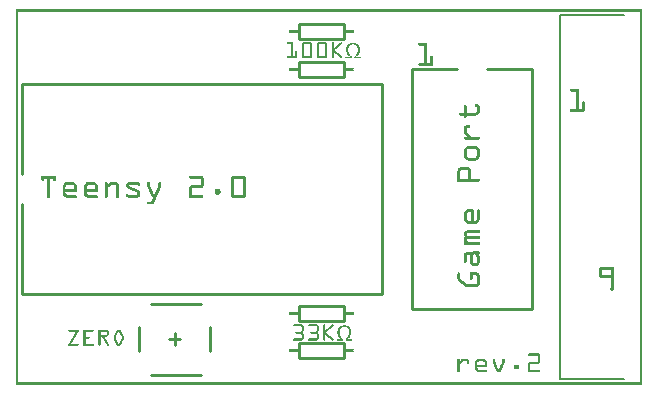
<source format=gto>
G04 MADE WITH FRITZING*
G04 WWW.FRITZING.ORG*
G04 DOUBLE SIDED*
G04 HOLES PLATED*
G04 CONTOUR ON CENTER OF CONTOUR VECTOR*
%ASAXBY*%
%FSLAX23Y23*%
%MOIN*%
%OFA0B0*%
%SFA1.0B1.0*%
%ADD10C,0.008000*%
%ADD11C,0.010000*%
%ADD12R,0.001000X0.001000*%
%LNSILK1*%
G90*
G70*
G54D10*
X1815Y1231D02*
X2026Y1231D01*
D02*
X1815Y19D02*
X2026Y19D01*
D02*
X1815Y1231D02*
X1815Y19D01*
G54D11*
D02*
X1319Y1051D02*
X1319Y251D01*
D02*
X1319Y251D02*
X1719Y251D01*
D02*
X1719Y251D02*
X1719Y1051D01*
D02*
X1319Y1051D02*
X1469Y1051D01*
D02*
X1569Y1051D02*
X1719Y1051D01*
D02*
X19Y301D02*
X1219Y301D01*
D02*
X1219Y301D02*
X1219Y1001D01*
D02*
X1219Y1001D02*
X19Y1001D01*
D02*
X19Y301D02*
X19Y601D01*
D02*
X19Y701D02*
X19Y1001D01*
D02*
X943Y138D02*
X1093Y138D01*
D02*
X1093Y138D02*
X1093Y88D01*
D02*
X1093Y88D02*
X943Y88D01*
D02*
X943Y88D02*
X943Y138D01*
D02*
X943Y263D02*
X1093Y263D01*
D02*
X1093Y263D02*
X1093Y213D01*
D02*
X1093Y213D02*
X943Y213D01*
D02*
X943Y213D02*
X943Y263D01*
D02*
X1094Y1151D02*
X944Y1151D01*
D02*
X944Y1151D02*
X944Y1201D01*
D02*
X944Y1201D02*
X1094Y1201D01*
D02*
X1094Y1201D02*
X1094Y1151D01*
D02*
X1094Y1026D02*
X944Y1026D01*
D02*
X944Y1026D02*
X944Y1076D01*
D02*
X944Y1076D02*
X1094Y1076D01*
D02*
X1094Y1076D02*
X1094Y1026D01*
D02*
X647Y191D02*
X647Y112D01*
D02*
X450Y270D02*
X617Y270D01*
D02*
X450Y34D02*
X617Y34D01*
D02*
X410Y191D02*
X410Y112D01*
D02*
X529Y172D02*
X529Y132D01*
D02*
X548Y152D02*
X509Y152D01*
G54D12*
X0Y1251D02*
X2088Y1251D01*
X0Y1250D02*
X2088Y1250D01*
X0Y1249D02*
X2088Y1249D01*
X0Y1248D02*
X2088Y1248D01*
X0Y1247D02*
X2088Y1247D01*
X0Y1246D02*
X2088Y1246D01*
X0Y1245D02*
X2088Y1245D01*
X0Y1244D02*
X2088Y1244D01*
X0Y1243D02*
X7Y1243D01*
X2081Y1243D02*
X2088Y1243D01*
X0Y1242D02*
X7Y1242D01*
X2081Y1242D02*
X2088Y1242D01*
X0Y1241D02*
X7Y1241D01*
X2081Y1241D02*
X2088Y1241D01*
X0Y1240D02*
X7Y1240D01*
X2081Y1240D02*
X2088Y1240D01*
X0Y1239D02*
X7Y1239D01*
X2081Y1239D02*
X2088Y1239D01*
X0Y1238D02*
X7Y1238D01*
X2081Y1238D02*
X2088Y1238D01*
X0Y1237D02*
X7Y1237D01*
X2081Y1237D02*
X2088Y1237D01*
X0Y1236D02*
X7Y1236D01*
X2081Y1236D02*
X2088Y1236D01*
X0Y1235D02*
X7Y1235D01*
X2081Y1235D02*
X2088Y1235D01*
X0Y1234D02*
X7Y1234D01*
X2081Y1234D02*
X2088Y1234D01*
X0Y1233D02*
X7Y1233D01*
X2081Y1233D02*
X2088Y1233D01*
X0Y1232D02*
X7Y1232D01*
X2081Y1232D02*
X2088Y1232D01*
X0Y1231D02*
X7Y1231D01*
X2081Y1231D02*
X2088Y1231D01*
X0Y1230D02*
X7Y1230D01*
X2081Y1230D02*
X2088Y1230D01*
X0Y1229D02*
X7Y1229D01*
X2081Y1229D02*
X2088Y1229D01*
X0Y1228D02*
X7Y1228D01*
X2081Y1228D02*
X2088Y1228D01*
X0Y1227D02*
X7Y1227D01*
X2081Y1227D02*
X2088Y1227D01*
X0Y1226D02*
X7Y1226D01*
X2081Y1226D02*
X2088Y1226D01*
X0Y1225D02*
X7Y1225D01*
X2081Y1225D02*
X2088Y1225D01*
X0Y1224D02*
X7Y1224D01*
X2081Y1224D02*
X2088Y1224D01*
X0Y1223D02*
X7Y1223D01*
X2081Y1223D02*
X2088Y1223D01*
X0Y1222D02*
X7Y1222D01*
X2081Y1222D02*
X2088Y1222D01*
X0Y1221D02*
X7Y1221D01*
X2081Y1221D02*
X2088Y1221D01*
X0Y1220D02*
X7Y1220D01*
X2081Y1220D02*
X2088Y1220D01*
X0Y1219D02*
X7Y1219D01*
X2081Y1219D02*
X2088Y1219D01*
X0Y1218D02*
X7Y1218D01*
X2081Y1218D02*
X2088Y1218D01*
X0Y1217D02*
X7Y1217D01*
X2081Y1217D02*
X2088Y1217D01*
X0Y1216D02*
X7Y1216D01*
X2081Y1216D02*
X2088Y1216D01*
X0Y1215D02*
X7Y1215D01*
X2081Y1215D02*
X2088Y1215D01*
X0Y1214D02*
X7Y1214D01*
X2081Y1214D02*
X2088Y1214D01*
X0Y1213D02*
X7Y1213D01*
X2081Y1213D02*
X2088Y1213D01*
X0Y1212D02*
X7Y1212D01*
X2081Y1212D02*
X2088Y1212D01*
X0Y1211D02*
X7Y1211D01*
X2081Y1211D02*
X2088Y1211D01*
X0Y1210D02*
X7Y1210D01*
X2081Y1210D02*
X2088Y1210D01*
X0Y1209D02*
X7Y1209D01*
X2081Y1209D02*
X2088Y1209D01*
X0Y1208D02*
X7Y1208D01*
X2081Y1208D02*
X2088Y1208D01*
X0Y1207D02*
X7Y1207D01*
X2081Y1207D02*
X2088Y1207D01*
X0Y1206D02*
X7Y1206D01*
X2081Y1206D02*
X2088Y1206D01*
X0Y1205D02*
X7Y1205D01*
X2081Y1205D02*
X2088Y1205D01*
X0Y1204D02*
X7Y1204D01*
X2081Y1204D02*
X2088Y1204D01*
X0Y1203D02*
X7Y1203D01*
X2081Y1203D02*
X2088Y1203D01*
X0Y1202D02*
X7Y1202D01*
X2081Y1202D02*
X2088Y1202D01*
X0Y1201D02*
X7Y1201D01*
X2081Y1201D02*
X2088Y1201D01*
X0Y1200D02*
X7Y1200D01*
X2081Y1200D02*
X2088Y1200D01*
X0Y1199D02*
X7Y1199D01*
X2081Y1199D02*
X2088Y1199D01*
X0Y1198D02*
X7Y1198D01*
X2081Y1198D02*
X2088Y1198D01*
X0Y1197D02*
X7Y1197D01*
X2081Y1197D02*
X2088Y1197D01*
X0Y1196D02*
X7Y1196D01*
X2081Y1196D02*
X2088Y1196D01*
X0Y1195D02*
X7Y1195D01*
X2081Y1195D02*
X2088Y1195D01*
X0Y1194D02*
X7Y1194D01*
X2081Y1194D02*
X2088Y1194D01*
X0Y1193D02*
X7Y1193D01*
X2081Y1193D02*
X2088Y1193D01*
X0Y1192D02*
X7Y1192D01*
X2081Y1192D02*
X2088Y1192D01*
X0Y1191D02*
X7Y1191D01*
X2081Y1191D02*
X2088Y1191D01*
X0Y1190D02*
X7Y1190D01*
X2081Y1190D02*
X2088Y1190D01*
X0Y1189D02*
X7Y1189D01*
X2081Y1189D02*
X2088Y1189D01*
X0Y1188D02*
X7Y1188D01*
X2081Y1188D02*
X2088Y1188D01*
X0Y1187D02*
X7Y1187D01*
X2081Y1187D02*
X2088Y1187D01*
X0Y1186D02*
X7Y1186D01*
X2081Y1186D02*
X2088Y1186D01*
X0Y1185D02*
X7Y1185D01*
X2081Y1185D02*
X2088Y1185D01*
X0Y1184D02*
X7Y1184D01*
X2081Y1184D02*
X2088Y1184D01*
X0Y1183D02*
X7Y1183D01*
X2081Y1183D02*
X2088Y1183D01*
X0Y1182D02*
X7Y1182D01*
X2081Y1182D02*
X2088Y1182D01*
X0Y1181D02*
X7Y1181D01*
X911Y1181D02*
X943Y1181D01*
X1094Y1181D02*
X1126Y1181D01*
X2081Y1181D02*
X2088Y1181D01*
X0Y1180D02*
X7Y1180D01*
X911Y1180D02*
X943Y1180D01*
X1094Y1180D02*
X1126Y1180D01*
X2081Y1180D02*
X2088Y1180D01*
X0Y1179D02*
X7Y1179D01*
X911Y1179D02*
X943Y1179D01*
X1094Y1179D02*
X1126Y1179D01*
X2081Y1179D02*
X2088Y1179D01*
X0Y1178D02*
X7Y1178D01*
X911Y1178D02*
X943Y1178D01*
X1094Y1178D02*
X1126Y1178D01*
X2081Y1178D02*
X2088Y1178D01*
X0Y1177D02*
X7Y1177D01*
X911Y1177D02*
X943Y1177D01*
X1094Y1177D02*
X1126Y1177D01*
X2081Y1177D02*
X2088Y1177D01*
X0Y1176D02*
X7Y1176D01*
X911Y1176D02*
X943Y1176D01*
X1094Y1176D02*
X1125Y1176D01*
X2081Y1176D02*
X2088Y1176D01*
X0Y1175D02*
X7Y1175D01*
X911Y1175D02*
X943Y1175D01*
X1094Y1175D02*
X1126Y1175D01*
X2081Y1175D02*
X2088Y1175D01*
X0Y1174D02*
X7Y1174D01*
X911Y1174D02*
X943Y1174D01*
X1094Y1174D02*
X1126Y1174D01*
X2081Y1174D02*
X2088Y1174D01*
X0Y1173D02*
X7Y1173D01*
X911Y1173D02*
X943Y1173D01*
X1094Y1173D02*
X1126Y1173D01*
X2081Y1173D02*
X2088Y1173D01*
X0Y1172D02*
X7Y1172D01*
X911Y1172D02*
X943Y1172D01*
X1095Y1172D02*
X1126Y1172D01*
X2081Y1172D02*
X2088Y1172D01*
X0Y1171D02*
X7Y1171D01*
X2081Y1171D02*
X2088Y1171D01*
X0Y1170D02*
X7Y1170D01*
X2081Y1170D02*
X2088Y1170D01*
X0Y1169D02*
X7Y1169D01*
X2081Y1169D02*
X2088Y1169D01*
X0Y1168D02*
X7Y1168D01*
X2081Y1168D02*
X2088Y1168D01*
X0Y1167D02*
X7Y1167D01*
X2081Y1167D02*
X2088Y1167D01*
X0Y1166D02*
X7Y1166D01*
X2081Y1166D02*
X2088Y1166D01*
X0Y1165D02*
X7Y1165D01*
X2081Y1165D02*
X2088Y1165D01*
X0Y1164D02*
X7Y1164D01*
X2081Y1164D02*
X2088Y1164D01*
X0Y1163D02*
X7Y1163D01*
X2081Y1163D02*
X2088Y1163D01*
X0Y1162D02*
X7Y1162D01*
X2081Y1162D02*
X2088Y1162D01*
X0Y1161D02*
X7Y1161D01*
X2081Y1161D02*
X2088Y1161D01*
X0Y1160D02*
X7Y1160D01*
X2081Y1160D02*
X2088Y1160D01*
X0Y1159D02*
X7Y1159D01*
X2081Y1159D02*
X2088Y1159D01*
X0Y1158D02*
X7Y1158D01*
X2081Y1158D02*
X2088Y1158D01*
X0Y1157D02*
X7Y1157D01*
X2081Y1157D02*
X2088Y1157D01*
X0Y1156D02*
X7Y1156D01*
X2081Y1156D02*
X2088Y1156D01*
X0Y1155D02*
X7Y1155D01*
X2081Y1155D02*
X2088Y1155D01*
X0Y1154D02*
X7Y1154D01*
X2081Y1154D02*
X2088Y1154D01*
X0Y1153D02*
X7Y1153D01*
X2081Y1153D02*
X2088Y1153D01*
X0Y1152D02*
X7Y1152D01*
X2081Y1152D02*
X2088Y1152D01*
X0Y1151D02*
X7Y1151D01*
X2081Y1151D02*
X2088Y1151D01*
X0Y1150D02*
X7Y1150D01*
X2081Y1150D02*
X2088Y1150D01*
X0Y1149D02*
X7Y1149D01*
X2081Y1149D02*
X2088Y1149D01*
X0Y1148D02*
X7Y1148D01*
X2081Y1148D02*
X2088Y1148D01*
X0Y1147D02*
X7Y1147D01*
X2081Y1147D02*
X2088Y1147D01*
X0Y1146D02*
X7Y1146D01*
X2081Y1146D02*
X2088Y1146D01*
X0Y1145D02*
X7Y1145D01*
X2081Y1145D02*
X2088Y1145D01*
X0Y1144D02*
X7Y1144D01*
X2081Y1144D02*
X2088Y1144D01*
X0Y1143D02*
X7Y1143D01*
X2081Y1143D02*
X2088Y1143D01*
X0Y1142D02*
X7Y1142D01*
X906Y1142D02*
X924Y1142D01*
X959Y1142D02*
X983Y1142D01*
X1009Y1142D02*
X1034Y1142D01*
X1056Y1142D02*
X1059Y1142D01*
X1084Y1142D02*
X1086Y1142D01*
X2081Y1142D02*
X2088Y1142D01*
X0Y1141D02*
X7Y1141D01*
X905Y1141D02*
X924Y1141D01*
X957Y1141D02*
X985Y1141D01*
X1007Y1141D02*
X1035Y1141D01*
X1055Y1141D02*
X1060Y1141D01*
X1083Y1141D02*
X1088Y1141D01*
X2081Y1141D02*
X2088Y1141D01*
X0Y1140D02*
X7Y1140D01*
X904Y1140D02*
X924Y1140D01*
X956Y1140D02*
X986Y1140D01*
X1006Y1140D02*
X1036Y1140D01*
X1055Y1140D02*
X1060Y1140D01*
X1081Y1140D02*
X1088Y1140D01*
X1346Y1140D02*
X1370Y1140D01*
X2081Y1140D02*
X2088Y1140D01*
X0Y1139D02*
X7Y1139D01*
X904Y1139D02*
X924Y1139D01*
X955Y1139D02*
X987Y1139D01*
X1005Y1139D02*
X1037Y1139D01*
X1055Y1139D02*
X1061Y1139D01*
X1080Y1139D02*
X1088Y1139D01*
X1118Y1139D02*
X1130Y1139D01*
X1344Y1139D02*
X1370Y1139D01*
X2081Y1139D02*
X2088Y1139D01*
X0Y1138D02*
X7Y1138D01*
X904Y1138D02*
X924Y1138D01*
X955Y1138D02*
X987Y1138D01*
X1005Y1138D02*
X1038Y1138D01*
X1055Y1138D02*
X1061Y1138D01*
X1079Y1138D02*
X1088Y1138D01*
X1115Y1138D02*
X1133Y1138D01*
X1342Y1138D02*
X1370Y1138D01*
X2081Y1138D02*
X2088Y1138D01*
X0Y1137D02*
X7Y1137D01*
X905Y1137D02*
X924Y1137D01*
X954Y1137D02*
X988Y1137D01*
X1005Y1137D02*
X1038Y1137D01*
X1055Y1137D02*
X1061Y1137D01*
X1078Y1137D02*
X1087Y1137D01*
X1113Y1137D02*
X1135Y1137D01*
X1342Y1137D02*
X1370Y1137D01*
X2081Y1137D02*
X2088Y1137D01*
X0Y1136D02*
X7Y1136D01*
X906Y1136D02*
X924Y1136D01*
X954Y1136D02*
X988Y1136D01*
X1004Y1136D02*
X1038Y1136D01*
X1055Y1136D02*
X1061Y1136D01*
X1077Y1136D02*
X1087Y1136D01*
X1111Y1136D02*
X1137Y1136D01*
X1342Y1136D02*
X1370Y1136D01*
X2081Y1136D02*
X2088Y1136D01*
X0Y1135D02*
X7Y1135D01*
X918Y1135D02*
X924Y1135D01*
X954Y1135D02*
X960Y1135D01*
X982Y1135D02*
X988Y1135D01*
X1004Y1135D02*
X1010Y1135D01*
X1032Y1135D02*
X1038Y1135D01*
X1055Y1135D02*
X1061Y1135D01*
X1076Y1135D02*
X1085Y1135D01*
X1110Y1135D02*
X1138Y1135D01*
X1341Y1135D02*
X1370Y1135D01*
X2081Y1135D02*
X2088Y1135D01*
X0Y1134D02*
X7Y1134D01*
X918Y1134D02*
X924Y1134D01*
X954Y1134D02*
X960Y1134D01*
X982Y1134D02*
X988Y1134D01*
X1004Y1134D02*
X1010Y1134D01*
X1032Y1134D02*
X1038Y1134D01*
X1055Y1134D02*
X1061Y1134D01*
X1074Y1134D02*
X1084Y1134D01*
X1109Y1134D02*
X1119Y1134D01*
X1129Y1134D02*
X1140Y1134D01*
X1342Y1134D02*
X1370Y1134D01*
X2081Y1134D02*
X2088Y1134D01*
X0Y1133D02*
X7Y1133D01*
X918Y1133D02*
X924Y1133D01*
X954Y1133D02*
X960Y1133D01*
X982Y1133D02*
X988Y1133D01*
X1004Y1133D02*
X1010Y1133D01*
X1032Y1133D02*
X1038Y1133D01*
X1055Y1133D02*
X1061Y1133D01*
X1073Y1133D02*
X1083Y1133D01*
X1107Y1133D02*
X1116Y1133D01*
X1132Y1133D02*
X1141Y1133D01*
X1342Y1133D02*
X1370Y1133D01*
X2081Y1133D02*
X2088Y1133D01*
X0Y1132D02*
X7Y1132D01*
X918Y1132D02*
X924Y1132D01*
X954Y1132D02*
X960Y1132D01*
X982Y1132D02*
X988Y1132D01*
X1004Y1132D02*
X1010Y1132D01*
X1032Y1132D02*
X1038Y1132D01*
X1055Y1132D02*
X1061Y1132D01*
X1072Y1132D02*
X1082Y1132D01*
X1107Y1132D02*
X1115Y1132D01*
X1134Y1132D02*
X1142Y1132D01*
X1342Y1132D02*
X1370Y1132D01*
X2081Y1132D02*
X2088Y1132D01*
X0Y1131D02*
X7Y1131D01*
X918Y1131D02*
X924Y1131D01*
X954Y1131D02*
X960Y1131D01*
X982Y1131D02*
X988Y1131D01*
X1004Y1131D02*
X1010Y1131D01*
X1032Y1131D02*
X1038Y1131D01*
X1055Y1131D02*
X1061Y1131D01*
X1071Y1131D02*
X1081Y1131D01*
X1106Y1131D02*
X1113Y1131D01*
X1135Y1131D02*
X1142Y1131D01*
X1343Y1131D02*
X1370Y1131D01*
X2081Y1131D02*
X2088Y1131D01*
X0Y1130D02*
X7Y1130D01*
X918Y1130D02*
X924Y1130D01*
X954Y1130D02*
X960Y1130D01*
X982Y1130D02*
X988Y1130D01*
X1004Y1130D02*
X1010Y1130D01*
X1032Y1130D02*
X1038Y1130D01*
X1055Y1130D02*
X1061Y1130D01*
X1070Y1130D02*
X1080Y1130D01*
X1105Y1130D02*
X1112Y1130D01*
X1136Y1130D02*
X1143Y1130D01*
X1346Y1130D02*
X1370Y1130D01*
X2081Y1130D02*
X2088Y1130D01*
X0Y1129D02*
X7Y1129D01*
X918Y1129D02*
X924Y1129D01*
X954Y1129D02*
X960Y1129D01*
X982Y1129D02*
X988Y1129D01*
X1004Y1129D02*
X1010Y1129D01*
X1032Y1129D02*
X1038Y1129D01*
X1055Y1129D02*
X1061Y1129D01*
X1069Y1129D02*
X1078Y1129D01*
X1104Y1129D02*
X1111Y1129D01*
X1137Y1129D02*
X1144Y1129D01*
X1361Y1129D02*
X1370Y1129D01*
X2081Y1129D02*
X2088Y1129D01*
X0Y1128D02*
X7Y1128D01*
X918Y1128D02*
X924Y1128D01*
X954Y1128D02*
X960Y1128D01*
X982Y1128D02*
X988Y1128D01*
X1004Y1128D02*
X1010Y1128D01*
X1032Y1128D02*
X1038Y1128D01*
X1055Y1128D02*
X1061Y1128D01*
X1067Y1128D02*
X1077Y1128D01*
X1104Y1128D02*
X1111Y1128D01*
X1137Y1128D02*
X1144Y1128D01*
X1361Y1128D02*
X1370Y1128D01*
X2081Y1128D02*
X2088Y1128D01*
X0Y1127D02*
X7Y1127D01*
X918Y1127D02*
X924Y1127D01*
X954Y1127D02*
X960Y1127D01*
X982Y1127D02*
X988Y1127D01*
X1004Y1127D02*
X1010Y1127D01*
X1032Y1127D02*
X1038Y1127D01*
X1055Y1127D02*
X1061Y1127D01*
X1066Y1127D02*
X1076Y1127D01*
X1103Y1127D02*
X1110Y1127D01*
X1138Y1127D02*
X1145Y1127D01*
X1361Y1127D02*
X1370Y1127D01*
X2081Y1127D02*
X2088Y1127D01*
X0Y1126D02*
X7Y1126D01*
X918Y1126D02*
X924Y1126D01*
X954Y1126D02*
X960Y1126D01*
X982Y1126D02*
X988Y1126D01*
X1004Y1126D02*
X1010Y1126D01*
X1032Y1126D02*
X1038Y1126D01*
X1055Y1126D02*
X1061Y1126D01*
X1065Y1126D02*
X1075Y1126D01*
X1103Y1126D02*
X1110Y1126D01*
X1139Y1126D02*
X1145Y1126D01*
X1361Y1126D02*
X1370Y1126D01*
X2081Y1126D02*
X2088Y1126D01*
X0Y1125D02*
X7Y1125D01*
X918Y1125D02*
X924Y1125D01*
X954Y1125D02*
X960Y1125D01*
X982Y1125D02*
X988Y1125D01*
X1004Y1125D02*
X1010Y1125D01*
X1032Y1125D02*
X1038Y1125D01*
X1055Y1125D02*
X1061Y1125D01*
X1064Y1125D02*
X1074Y1125D01*
X1103Y1125D02*
X1109Y1125D01*
X1139Y1125D02*
X1146Y1125D01*
X1361Y1125D02*
X1370Y1125D01*
X2081Y1125D02*
X2088Y1125D01*
X0Y1124D02*
X7Y1124D01*
X918Y1124D02*
X924Y1124D01*
X954Y1124D02*
X960Y1124D01*
X982Y1124D02*
X988Y1124D01*
X1004Y1124D02*
X1010Y1124D01*
X1032Y1124D02*
X1038Y1124D01*
X1055Y1124D02*
X1061Y1124D01*
X1063Y1124D02*
X1072Y1124D01*
X1102Y1124D02*
X1109Y1124D01*
X1139Y1124D02*
X1146Y1124D01*
X1361Y1124D02*
X1370Y1124D01*
X2081Y1124D02*
X2088Y1124D01*
X0Y1123D02*
X7Y1123D01*
X918Y1123D02*
X924Y1123D01*
X954Y1123D02*
X960Y1123D01*
X982Y1123D02*
X988Y1123D01*
X1004Y1123D02*
X1010Y1123D01*
X1032Y1123D02*
X1038Y1123D01*
X1055Y1123D02*
X1071Y1123D01*
X1102Y1123D02*
X1109Y1123D01*
X1140Y1123D02*
X1146Y1123D01*
X1361Y1123D02*
X1370Y1123D01*
X2081Y1123D02*
X2088Y1123D01*
X0Y1122D02*
X7Y1122D01*
X918Y1122D02*
X924Y1122D01*
X954Y1122D02*
X960Y1122D01*
X982Y1122D02*
X988Y1122D01*
X1004Y1122D02*
X1010Y1122D01*
X1032Y1122D02*
X1038Y1122D01*
X1055Y1122D02*
X1070Y1122D01*
X1102Y1122D02*
X1108Y1122D01*
X1140Y1122D02*
X1146Y1122D01*
X1361Y1122D02*
X1370Y1122D01*
X2081Y1122D02*
X2088Y1122D01*
X0Y1121D02*
X7Y1121D01*
X918Y1121D02*
X924Y1121D01*
X954Y1121D02*
X960Y1121D01*
X982Y1121D02*
X988Y1121D01*
X1004Y1121D02*
X1010Y1121D01*
X1032Y1121D02*
X1038Y1121D01*
X1055Y1121D02*
X1069Y1121D01*
X1102Y1121D02*
X1108Y1121D01*
X1140Y1121D02*
X1147Y1121D01*
X1361Y1121D02*
X1370Y1121D01*
X2081Y1121D02*
X2088Y1121D01*
X0Y1120D02*
X7Y1120D01*
X918Y1120D02*
X924Y1120D01*
X954Y1120D02*
X960Y1120D01*
X982Y1120D02*
X988Y1120D01*
X1004Y1120D02*
X1010Y1120D01*
X1032Y1120D02*
X1038Y1120D01*
X1055Y1120D02*
X1068Y1120D01*
X1101Y1120D02*
X1108Y1120D01*
X1140Y1120D02*
X1147Y1120D01*
X1361Y1120D02*
X1370Y1120D01*
X2081Y1120D02*
X2088Y1120D01*
X0Y1119D02*
X7Y1119D01*
X918Y1119D02*
X924Y1119D01*
X954Y1119D02*
X960Y1119D01*
X982Y1119D02*
X988Y1119D01*
X1004Y1119D02*
X1010Y1119D01*
X1032Y1119D02*
X1038Y1119D01*
X1055Y1119D02*
X1067Y1119D01*
X1101Y1119D02*
X1108Y1119D01*
X1140Y1119D02*
X1147Y1119D01*
X1361Y1119D02*
X1370Y1119D01*
X2081Y1119D02*
X2088Y1119D01*
X0Y1118D02*
X7Y1118D01*
X918Y1118D02*
X924Y1118D01*
X954Y1118D02*
X960Y1118D01*
X982Y1118D02*
X988Y1118D01*
X1004Y1118D02*
X1010Y1118D01*
X1032Y1118D02*
X1038Y1118D01*
X1055Y1118D02*
X1065Y1118D01*
X1101Y1118D02*
X1108Y1118D01*
X1140Y1118D02*
X1147Y1118D01*
X1361Y1118D02*
X1370Y1118D01*
X2081Y1118D02*
X2088Y1118D01*
X0Y1117D02*
X7Y1117D01*
X918Y1117D02*
X924Y1117D01*
X954Y1117D02*
X960Y1117D01*
X982Y1117D02*
X988Y1117D01*
X1004Y1117D02*
X1010Y1117D01*
X1032Y1117D02*
X1038Y1117D01*
X1055Y1117D02*
X1064Y1117D01*
X1101Y1117D02*
X1108Y1117D01*
X1140Y1117D02*
X1147Y1117D01*
X1361Y1117D02*
X1370Y1117D01*
X2081Y1117D02*
X2088Y1117D01*
X0Y1116D02*
X7Y1116D01*
X918Y1116D02*
X924Y1116D01*
X954Y1116D02*
X960Y1116D01*
X982Y1116D02*
X988Y1116D01*
X1004Y1116D02*
X1010Y1116D01*
X1032Y1116D02*
X1038Y1116D01*
X1055Y1116D02*
X1063Y1116D01*
X1101Y1116D02*
X1108Y1116D01*
X1140Y1116D02*
X1147Y1116D01*
X1361Y1116D02*
X1370Y1116D01*
X2081Y1116D02*
X2088Y1116D01*
X0Y1115D02*
X7Y1115D01*
X918Y1115D02*
X924Y1115D01*
X954Y1115D02*
X960Y1115D01*
X982Y1115D02*
X988Y1115D01*
X1004Y1115D02*
X1010Y1115D01*
X1032Y1115D02*
X1038Y1115D01*
X1055Y1115D02*
X1063Y1115D01*
X1101Y1115D02*
X1108Y1115D01*
X1140Y1115D02*
X1147Y1115D01*
X1361Y1115D02*
X1370Y1115D01*
X2081Y1115D02*
X2088Y1115D01*
X0Y1114D02*
X7Y1114D01*
X918Y1114D02*
X924Y1114D01*
X954Y1114D02*
X960Y1114D01*
X982Y1114D02*
X988Y1114D01*
X1004Y1114D02*
X1010Y1114D01*
X1032Y1114D02*
X1038Y1114D01*
X1055Y1114D02*
X1064Y1114D01*
X1101Y1114D02*
X1108Y1114D01*
X1140Y1114D02*
X1147Y1114D01*
X1361Y1114D02*
X1370Y1114D01*
X2081Y1114D02*
X2088Y1114D01*
X0Y1113D02*
X7Y1113D01*
X918Y1113D02*
X924Y1113D01*
X935Y1113D02*
X935Y1113D01*
X954Y1113D02*
X960Y1113D01*
X982Y1113D02*
X988Y1113D01*
X1004Y1113D02*
X1010Y1113D01*
X1032Y1113D02*
X1038Y1113D01*
X1055Y1113D02*
X1065Y1113D01*
X1101Y1113D02*
X1108Y1113D01*
X1140Y1113D02*
X1147Y1113D01*
X1361Y1113D02*
X1370Y1113D01*
X2081Y1113D02*
X2088Y1113D01*
X0Y1112D02*
X7Y1112D01*
X918Y1112D02*
X924Y1112D01*
X933Y1112D02*
X937Y1112D01*
X954Y1112D02*
X960Y1112D01*
X982Y1112D02*
X988Y1112D01*
X1004Y1112D02*
X1010Y1112D01*
X1032Y1112D02*
X1038Y1112D01*
X1055Y1112D02*
X1067Y1112D01*
X1102Y1112D02*
X1108Y1112D01*
X1140Y1112D02*
X1147Y1112D01*
X1361Y1112D02*
X1370Y1112D01*
X2081Y1112D02*
X2088Y1112D01*
X0Y1111D02*
X7Y1111D01*
X918Y1111D02*
X924Y1111D01*
X932Y1111D02*
X937Y1111D01*
X954Y1111D02*
X960Y1111D01*
X982Y1111D02*
X988Y1111D01*
X1004Y1111D02*
X1010Y1111D01*
X1032Y1111D02*
X1038Y1111D01*
X1055Y1111D02*
X1068Y1111D01*
X1102Y1111D02*
X1108Y1111D01*
X1140Y1111D02*
X1146Y1111D01*
X1361Y1111D02*
X1370Y1111D01*
X2081Y1111D02*
X2088Y1111D01*
X0Y1110D02*
X7Y1110D01*
X918Y1110D02*
X924Y1110D01*
X932Y1110D02*
X938Y1110D01*
X954Y1110D02*
X960Y1110D01*
X982Y1110D02*
X988Y1110D01*
X1004Y1110D02*
X1010Y1110D01*
X1032Y1110D02*
X1038Y1110D01*
X1055Y1110D02*
X1069Y1110D01*
X1102Y1110D02*
X1108Y1110D01*
X1140Y1110D02*
X1146Y1110D01*
X1361Y1110D02*
X1370Y1110D01*
X2081Y1110D02*
X2088Y1110D01*
X0Y1109D02*
X7Y1109D01*
X918Y1109D02*
X924Y1109D01*
X932Y1109D02*
X938Y1109D01*
X954Y1109D02*
X960Y1109D01*
X982Y1109D02*
X988Y1109D01*
X1004Y1109D02*
X1010Y1109D01*
X1032Y1109D02*
X1038Y1109D01*
X1055Y1109D02*
X1070Y1109D01*
X1102Y1109D02*
X1108Y1109D01*
X1140Y1109D02*
X1146Y1109D01*
X1361Y1109D02*
X1370Y1109D01*
X2081Y1109D02*
X2088Y1109D01*
X0Y1108D02*
X7Y1108D01*
X918Y1108D02*
X924Y1108D01*
X932Y1108D02*
X938Y1108D01*
X954Y1108D02*
X960Y1108D01*
X982Y1108D02*
X988Y1108D01*
X1004Y1108D02*
X1010Y1108D01*
X1032Y1108D02*
X1038Y1108D01*
X1055Y1108D02*
X1071Y1108D01*
X1103Y1108D02*
X1109Y1108D01*
X1139Y1108D02*
X1146Y1108D01*
X1361Y1108D02*
X1370Y1108D01*
X2081Y1108D02*
X2088Y1108D01*
X0Y1107D02*
X7Y1107D01*
X918Y1107D02*
X924Y1107D01*
X932Y1107D02*
X938Y1107D01*
X954Y1107D02*
X960Y1107D01*
X982Y1107D02*
X988Y1107D01*
X1004Y1107D02*
X1010Y1107D01*
X1032Y1107D02*
X1038Y1107D01*
X1055Y1107D02*
X1061Y1107D01*
X1063Y1107D02*
X1072Y1107D01*
X1103Y1107D02*
X1109Y1107D01*
X1139Y1107D02*
X1145Y1107D01*
X1361Y1107D02*
X1370Y1107D01*
X2081Y1107D02*
X2088Y1107D01*
X0Y1106D02*
X7Y1106D01*
X918Y1106D02*
X924Y1106D01*
X932Y1106D02*
X938Y1106D01*
X954Y1106D02*
X960Y1106D01*
X982Y1106D02*
X988Y1106D01*
X1004Y1106D02*
X1010Y1106D01*
X1032Y1106D02*
X1038Y1106D01*
X1055Y1106D02*
X1061Y1106D01*
X1064Y1106D02*
X1074Y1106D01*
X1103Y1106D02*
X1109Y1106D01*
X1139Y1106D02*
X1145Y1106D01*
X1361Y1106D02*
X1370Y1106D01*
X2081Y1106D02*
X2088Y1106D01*
X0Y1105D02*
X7Y1105D01*
X918Y1105D02*
X924Y1105D01*
X932Y1105D02*
X938Y1105D01*
X954Y1105D02*
X960Y1105D01*
X982Y1105D02*
X988Y1105D01*
X1004Y1105D02*
X1010Y1105D01*
X1032Y1105D02*
X1038Y1105D01*
X1055Y1105D02*
X1061Y1105D01*
X1065Y1105D02*
X1075Y1105D01*
X1104Y1105D02*
X1110Y1105D01*
X1138Y1105D02*
X1144Y1105D01*
X1361Y1105D02*
X1370Y1105D01*
X2081Y1105D02*
X2088Y1105D01*
X0Y1104D02*
X7Y1104D01*
X918Y1104D02*
X924Y1104D01*
X932Y1104D02*
X938Y1104D01*
X954Y1104D02*
X960Y1104D01*
X982Y1104D02*
X988Y1104D01*
X1004Y1104D02*
X1010Y1104D01*
X1032Y1104D02*
X1038Y1104D01*
X1055Y1104D02*
X1061Y1104D01*
X1066Y1104D02*
X1076Y1104D01*
X1104Y1104D02*
X1110Y1104D01*
X1138Y1104D02*
X1144Y1104D01*
X1361Y1104D02*
X1370Y1104D01*
X2081Y1104D02*
X2088Y1104D01*
X0Y1103D02*
X7Y1103D01*
X918Y1103D02*
X924Y1103D01*
X932Y1103D02*
X938Y1103D01*
X954Y1103D02*
X960Y1103D01*
X982Y1103D02*
X988Y1103D01*
X1004Y1103D02*
X1010Y1103D01*
X1032Y1103D02*
X1038Y1103D01*
X1055Y1103D02*
X1061Y1103D01*
X1067Y1103D02*
X1077Y1103D01*
X1105Y1103D02*
X1111Y1103D01*
X1138Y1103D02*
X1143Y1103D01*
X1361Y1103D02*
X1370Y1103D01*
X2081Y1103D02*
X2088Y1103D01*
X0Y1102D02*
X7Y1102D01*
X918Y1102D02*
X924Y1102D01*
X932Y1102D02*
X938Y1102D01*
X954Y1102D02*
X960Y1102D01*
X982Y1102D02*
X988Y1102D01*
X1004Y1102D02*
X1010Y1102D01*
X1032Y1102D02*
X1038Y1102D01*
X1055Y1102D02*
X1061Y1102D01*
X1068Y1102D02*
X1078Y1102D01*
X1105Y1102D02*
X1111Y1102D01*
X1137Y1102D02*
X1143Y1102D01*
X1361Y1102D02*
X1370Y1102D01*
X2081Y1102D02*
X2088Y1102D01*
X0Y1101D02*
X7Y1101D01*
X918Y1101D02*
X924Y1101D01*
X932Y1101D02*
X938Y1101D01*
X954Y1101D02*
X960Y1101D01*
X982Y1101D02*
X988Y1101D01*
X1004Y1101D02*
X1010Y1101D01*
X1032Y1101D02*
X1038Y1101D01*
X1055Y1101D02*
X1061Y1101D01*
X1070Y1101D02*
X1079Y1101D01*
X1106Y1101D02*
X1112Y1101D01*
X1136Y1101D02*
X1142Y1101D01*
X1361Y1101D02*
X1370Y1101D01*
X2081Y1101D02*
X2088Y1101D01*
X0Y1100D02*
X7Y1100D01*
X918Y1100D02*
X924Y1100D01*
X932Y1100D02*
X938Y1100D01*
X954Y1100D02*
X960Y1100D01*
X982Y1100D02*
X988Y1100D01*
X1004Y1100D02*
X1010Y1100D01*
X1032Y1100D02*
X1038Y1100D01*
X1055Y1100D02*
X1061Y1100D01*
X1071Y1100D02*
X1081Y1100D01*
X1107Y1100D02*
X1113Y1100D01*
X1136Y1100D02*
X1141Y1100D01*
X1361Y1100D02*
X1370Y1100D01*
X2081Y1100D02*
X2088Y1100D01*
X0Y1099D02*
X7Y1099D01*
X918Y1099D02*
X924Y1099D01*
X932Y1099D02*
X938Y1099D01*
X954Y1099D02*
X960Y1099D01*
X982Y1099D02*
X988Y1099D01*
X1004Y1099D02*
X1010Y1099D01*
X1032Y1099D02*
X1038Y1099D01*
X1055Y1099D02*
X1061Y1099D01*
X1072Y1099D02*
X1082Y1099D01*
X1108Y1099D02*
X1113Y1099D01*
X1135Y1099D02*
X1141Y1099D01*
X1361Y1099D02*
X1370Y1099D01*
X2081Y1099D02*
X2088Y1099D01*
X0Y1098D02*
X7Y1098D01*
X918Y1098D02*
X924Y1098D01*
X932Y1098D02*
X938Y1098D01*
X954Y1098D02*
X960Y1098D01*
X982Y1098D02*
X988Y1098D01*
X1004Y1098D02*
X1010Y1098D01*
X1032Y1098D02*
X1038Y1098D01*
X1055Y1098D02*
X1061Y1098D01*
X1073Y1098D02*
X1083Y1098D01*
X1108Y1098D02*
X1114Y1098D01*
X1134Y1098D02*
X1140Y1098D01*
X1361Y1098D02*
X1370Y1098D01*
X2081Y1098D02*
X2088Y1098D01*
X0Y1097D02*
X7Y1097D01*
X918Y1097D02*
X924Y1097D01*
X932Y1097D02*
X938Y1097D01*
X954Y1097D02*
X960Y1097D01*
X982Y1097D02*
X988Y1097D01*
X1004Y1097D02*
X1010Y1097D01*
X1032Y1097D02*
X1038Y1097D01*
X1055Y1097D02*
X1061Y1097D01*
X1074Y1097D02*
X1084Y1097D01*
X1109Y1097D02*
X1115Y1097D01*
X1133Y1097D02*
X1139Y1097D01*
X1361Y1097D02*
X1370Y1097D01*
X1384Y1097D02*
X1387Y1097D01*
X2081Y1097D02*
X2088Y1097D01*
X0Y1096D02*
X7Y1096D01*
X918Y1096D02*
X924Y1096D01*
X932Y1096D02*
X938Y1096D01*
X954Y1096D02*
X960Y1096D01*
X982Y1096D02*
X988Y1096D01*
X1004Y1096D02*
X1010Y1096D01*
X1032Y1096D02*
X1038Y1096D01*
X1055Y1096D02*
X1061Y1096D01*
X1075Y1096D02*
X1085Y1096D01*
X1110Y1096D02*
X1116Y1096D01*
X1132Y1096D02*
X1138Y1096D01*
X1361Y1096D02*
X1370Y1096D01*
X1383Y1096D02*
X1389Y1096D01*
X2081Y1096D02*
X2088Y1096D01*
X0Y1095D02*
X7Y1095D01*
X906Y1095D02*
X938Y1095D01*
X954Y1095D02*
X988Y1095D01*
X1004Y1095D02*
X1038Y1095D01*
X1055Y1095D02*
X1061Y1095D01*
X1077Y1095D02*
X1086Y1095D01*
X1112Y1095D02*
X1117Y1095D01*
X1131Y1095D02*
X1137Y1095D01*
X1361Y1095D02*
X1370Y1095D01*
X1382Y1095D02*
X1389Y1095D01*
X2081Y1095D02*
X2088Y1095D01*
X0Y1094D02*
X7Y1094D01*
X905Y1094D02*
X938Y1094D01*
X954Y1094D02*
X988Y1094D01*
X1005Y1094D02*
X1038Y1094D01*
X1055Y1094D02*
X1061Y1094D01*
X1078Y1094D02*
X1087Y1094D01*
X1113Y1094D02*
X1119Y1094D01*
X1130Y1094D02*
X1135Y1094D01*
X1361Y1094D02*
X1370Y1094D01*
X1381Y1094D02*
X1390Y1094D01*
X2081Y1094D02*
X2088Y1094D01*
X0Y1093D02*
X7Y1093D01*
X904Y1093D02*
X938Y1093D01*
X955Y1093D02*
X987Y1093D01*
X1005Y1093D02*
X1038Y1093D01*
X1055Y1093D02*
X1061Y1093D01*
X1079Y1093D02*
X1088Y1093D01*
X1099Y1093D02*
X1119Y1093D01*
X1129Y1093D02*
X1149Y1093D01*
X1361Y1093D02*
X1370Y1093D01*
X1381Y1093D02*
X1390Y1093D01*
X2081Y1093D02*
X2088Y1093D01*
X0Y1092D02*
X7Y1092D01*
X904Y1092D02*
X938Y1092D01*
X955Y1092D02*
X987Y1092D01*
X1005Y1092D02*
X1037Y1092D01*
X1055Y1092D02*
X1061Y1092D01*
X1080Y1092D02*
X1088Y1092D01*
X1099Y1092D02*
X1119Y1092D01*
X1129Y1092D02*
X1149Y1092D01*
X1361Y1092D02*
X1370Y1092D01*
X1381Y1092D02*
X1390Y1092D01*
X2081Y1092D02*
X2088Y1092D01*
X0Y1091D02*
X7Y1091D01*
X904Y1091D02*
X937Y1091D01*
X956Y1091D02*
X986Y1091D01*
X1006Y1091D02*
X1036Y1091D01*
X1055Y1091D02*
X1060Y1091D01*
X1081Y1091D02*
X1088Y1091D01*
X1099Y1091D02*
X1119Y1091D01*
X1129Y1091D02*
X1149Y1091D01*
X1361Y1091D02*
X1370Y1091D01*
X1381Y1091D02*
X1390Y1091D01*
X2081Y1091D02*
X2088Y1091D01*
X0Y1090D02*
X7Y1090D01*
X905Y1090D02*
X937Y1090D01*
X957Y1090D02*
X985Y1090D01*
X1007Y1090D02*
X1035Y1090D01*
X1055Y1090D02*
X1060Y1090D01*
X1082Y1090D02*
X1088Y1090D01*
X1099Y1090D02*
X1119Y1090D01*
X1129Y1090D02*
X1149Y1090D01*
X1361Y1090D02*
X1370Y1090D01*
X1381Y1090D02*
X1390Y1090D01*
X2081Y1090D02*
X2088Y1090D01*
X0Y1089D02*
X7Y1089D01*
X906Y1089D02*
X936Y1089D01*
X958Y1089D02*
X984Y1089D01*
X1009Y1089D02*
X1034Y1089D01*
X1056Y1089D02*
X1059Y1089D01*
X1084Y1089D02*
X1087Y1089D01*
X1099Y1089D02*
X1119Y1089D01*
X1129Y1089D02*
X1149Y1089D01*
X1361Y1089D02*
X1370Y1089D01*
X1381Y1089D02*
X1390Y1089D01*
X2081Y1089D02*
X2088Y1089D01*
X0Y1088D02*
X7Y1088D01*
X1361Y1088D02*
X1370Y1088D01*
X1381Y1088D02*
X1390Y1088D01*
X2081Y1088D02*
X2088Y1088D01*
X0Y1087D02*
X7Y1087D01*
X1361Y1087D02*
X1370Y1087D01*
X1381Y1087D02*
X1390Y1087D01*
X2081Y1087D02*
X2088Y1087D01*
X0Y1086D02*
X7Y1086D01*
X1361Y1086D02*
X1370Y1086D01*
X1381Y1086D02*
X1390Y1086D01*
X2081Y1086D02*
X2088Y1086D01*
X0Y1085D02*
X7Y1085D01*
X1361Y1085D02*
X1370Y1085D01*
X1381Y1085D02*
X1390Y1085D01*
X2081Y1085D02*
X2088Y1085D01*
X0Y1084D02*
X7Y1084D01*
X1361Y1084D02*
X1370Y1084D01*
X1381Y1084D02*
X1390Y1084D01*
X2081Y1084D02*
X2088Y1084D01*
X0Y1083D02*
X7Y1083D01*
X1361Y1083D02*
X1370Y1083D01*
X1381Y1083D02*
X1390Y1083D01*
X2081Y1083D02*
X2088Y1083D01*
X0Y1082D02*
X7Y1082D01*
X1361Y1082D02*
X1370Y1082D01*
X1381Y1082D02*
X1390Y1082D01*
X2081Y1082D02*
X2088Y1082D01*
X0Y1081D02*
X7Y1081D01*
X1361Y1081D02*
X1370Y1081D01*
X1381Y1081D02*
X1390Y1081D01*
X2081Y1081D02*
X2088Y1081D01*
X0Y1080D02*
X7Y1080D01*
X1361Y1080D02*
X1370Y1080D01*
X1381Y1080D02*
X1390Y1080D01*
X2081Y1080D02*
X2088Y1080D01*
X0Y1079D02*
X7Y1079D01*
X1361Y1079D02*
X1370Y1079D01*
X1381Y1079D02*
X1390Y1079D01*
X2081Y1079D02*
X2088Y1079D01*
X0Y1078D02*
X7Y1078D01*
X1361Y1078D02*
X1370Y1078D01*
X1381Y1078D02*
X1390Y1078D01*
X2081Y1078D02*
X2088Y1078D01*
X0Y1077D02*
X7Y1077D01*
X1361Y1077D02*
X1370Y1077D01*
X1381Y1077D02*
X1390Y1077D01*
X2081Y1077D02*
X2088Y1077D01*
X0Y1076D02*
X7Y1076D01*
X1361Y1076D02*
X1370Y1076D01*
X1381Y1076D02*
X1390Y1076D01*
X2081Y1076D02*
X2088Y1076D01*
X0Y1075D02*
X7Y1075D01*
X1361Y1075D02*
X1370Y1075D01*
X1381Y1075D02*
X1390Y1075D01*
X2081Y1075D02*
X2088Y1075D01*
X0Y1074D02*
X7Y1074D01*
X1361Y1074D02*
X1370Y1074D01*
X1381Y1074D02*
X1390Y1074D01*
X2081Y1074D02*
X2088Y1074D01*
X0Y1073D02*
X7Y1073D01*
X1361Y1073D02*
X1370Y1073D01*
X1381Y1073D02*
X1390Y1073D01*
X2081Y1073D02*
X2088Y1073D01*
X0Y1072D02*
X7Y1072D01*
X1346Y1072D02*
X1390Y1072D01*
X2081Y1072D02*
X2088Y1072D01*
X0Y1071D02*
X7Y1071D01*
X1343Y1071D02*
X1390Y1071D01*
X2081Y1071D02*
X2088Y1071D01*
X0Y1070D02*
X7Y1070D01*
X1342Y1070D02*
X1390Y1070D01*
X2081Y1070D02*
X2088Y1070D01*
X0Y1069D02*
X7Y1069D01*
X1342Y1069D02*
X1390Y1069D01*
X2081Y1069D02*
X2088Y1069D01*
X0Y1068D02*
X7Y1068D01*
X1342Y1068D02*
X1390Y1068D01*
X2081Y1068D02*
X2088Y1068D01*
X0Y1067D02*
X7Y1067D01*
X1341Y1067D02*
X1390Y1067D01*
X2081Y1067D02*
X2088Y1067D01*
X0Y1066D02*
X7Y1066D01*
X1342Y1066D02*
X1390Y1066D01*
X2081Y1066D02*
X2088Y1066D01*
X0Y1065D02*
X7Y1065D01*
X1342Y1065D02*
X1390Y1065D01*
X2081Y1065D02*
X2088Y1065D01*
X0Y1064D02*
X7Y1064D01*
X1343Y1064D02*
X1389Y1064D01*
X2081Y1064D02*
X2088Y1064D01*
X0Y1063D02*
X7Y1063D01*
X1344Y1063D02*
X1388Y1063D01*
X2081Y1063D02*
X2088Y1063D01*
X0Y1062D02*
X7Y1062D01*
X2081Y1062D02*
X2088Y1062D01*
X0Y1061D02*
X7Y1061D01*
X2081Y1061D02*
X2088Y1061D01*
X0Y1060D02*
X7Y1060D01*
X2081Y1060D02*
X2088Y1060D01*
X0Y1059D02*
X7Y1059D01*
X2081Y1059D02*
X2088Y1059D01*
X0Y1058D02*
X7Y1058D01*
X2081Y1058D02*
X2088Y1058D01*
X0Y1057D02*
X7Y1057D01*
X2081Y1057D02*
X2088Y1057D01*
X0Y1056D02*
X7Y1056D01*
X911Y1056D02*
X943Y1056D01*
X1094Y1056D02*
X1126Y1056D01*
X2081Y1056D02*
X2088Y1056D01*
X0Y1055D02*
X7Y1055D01*
X911Y1055D02*
X943Y1055D01*
X1094Y1055D02*
X1126Y1055D01*
X2081Y1055D02*
X2088Y1055D01*
X0Y1054D02*
X7Y1054D01*
X911Y1054D02*
X943Y1054D01*
X1094Y1054D02*
X1126Y1054D01*
X2081Y1054D02*
X2088Y1054D01*
X0Y1053D02*
X7Y1053D01*
X911Y1053D02*
X943Y1053D01*
X1094Y1053D02*
X1126Y1053D01*
X2081Y1053D02*
X2088Y1053D01*
X0Y1052D02*
X7Y1052D01*
X911Y1052D02*
X943Y1052D01*
X1094Y1052D02*
X1126Y1052D01*
X2081Y1052D02*
X2088Y1052D01*
X0Y1051D02*
X7Y1051D01*
X911Y1051D02*
X943Y1051D01*
X1094Y1051D02*
X1125Y1051D01*
X2081Y1051D02*
X2088Y1051D01*
X0Y1050D02*
X7Y1050D01*
X911Y1050D02*
X943Y1050D01*
X1094Y1050D02*
X1126Y1050D01*
X2081Y1050D02*
X2088Y1050D01*
X0Y1049D02*
X7Y1049D01*
X911Y1049D02*
X943Y1049D01*
X1094Y1049D02*
X1126Y1049D01*
X2081Y1049D02*
X2088Y1049D01*
X0Y1048D02*
X7Y1048D01*
X911Y1048D02*
X943Y1048D01*
X1094Y1048D02*
X1126Y1048D01*
X2081Y1048D02*
X2088Y1048D01*
X0Y1047D02*
X7Y1047D01*
X911Y1047D02*
X943Y1047D01*
X1095Y1047D02*
X1126Y1047D01*
X2081Y1047D02*
X2088Y1047D01*
X0Y1046D02*
X7Y1046D01*
X2081Y1046D02*
X2088Y1046D01*
X0Y1045D02*
X7Y1045D01*
X2081Y1045D02*
X2088Y1045D01*
X0Y1044D02*
X7Y1044D01*
X2081Y1044D02*
X2088Y1044D01*
X0Y1043D02*
X7Y1043D01*
X2081Y1043D02*
X2088Y1043D01*
X0Y1042D02*
X7Y1042D01*
X2081Y1042D02*
X2088Y1042D01*
X0Y1041D02*
X7Y1041D01*
X2081Y1041D02*
X2088Y1041D01*
X0Y1040D02*
X7Y1040D01*
X2081Y1040D02*
X2088Y1040D01*
X0Y1039D02*
X7Y1039D01*
X2081Y1039D02*
X2088Y1039D01*
X0Y1038D02*
X7Y1038D01*
X2081Y1038D02*
X2088Y1038D01*
X0Y1037D02*
X7Y1037D01*
X2081Y1037D02*
X2088Y1037D01*
X0Y1036D02*
X7Y1036D01*
X2081Y1036D02*
X2088Y1036D01*
X0Y1035D02*
X7Y1035D01*
X2081Y1035D02*
X2088Y1035D01*
X0Y1034D02*
X7Y1034D01*
X2081Y1034D02*
X2088Y1034D01*
X0Y1033D02*
X7Y1033D01*
X2081Y1033D02*
X2088Y1033D01*
X0Y1032D02*
X7Y1032D01*
X2081Y1032D02*
X2088Y1032D01*
X0Y1031D02*
X7Y1031D01*
X2081Y1031D02*
X2088Y1031D01*
X0Y1030D02*
X7Y1030D01*
X2081Y1030D02*
X2088Y1030D01*
X0Y1029D02*
X7Y1029D01*
X2081Y1029D02*
X2088Y1029D01*
X0Y1028D02*
X7Y1028D01*
X2081Y1028D02*
X2088Y1028D01*
X0Y1027D02*
X7Y1027D01*
X2081Y1027D02*
X2088Y1027D01*
X0Y1026D02*
X7Y1026D01*
X2081Y1026D02*
X2088Y1026D01*
X0Y1025D02*
X7Y1025D01*
X2081Y1025D02*
X2088Y1025D01*
X0Y1024D02*
X7Y1024D01*
X2081Y1024D02*
X2088Y1024D01*
X0Y1023D02*
X7Y1023D01*
X2081Y1023D02*
X2088Y1023D01*
X0Y1022D02*
X7Y1022D01*
X2081Y1022D02*
X2088Y1022D01*
X0Y1021D02*
X7Y1021D01*
X2081Y1021D02*
X2088Y1021D01*
X0Y1020D02*
X7Y1020D01*
X2081Y1020D02*
X2088Y1020D01*
X0Y1019D02*
X7Y1019D01*
X2081Y1019D02*
X2088Y1019D01*
X0Y1018D02*
X7Y1018D01*
X2081Y1018D02*
X2088Y1018D01*
X0Y1017D02*
X7Y1017D01*
X2081Y1017D02*
X2088Y1017D01*
X0Y1016D02*
X7Y1016D01*
X2081Y1016D02*
X2088Y1016D01*
X0Y1015D02*
X7Y1015D01*
X2081Y1015D02*
X2088Y1015D01*
X0Y1014D02*
X7Y1014D01*
X2081Y1014D02*
X2088Y1014D01*
X0Y1013D02*
X7Y1013D01*
X2081Y1013D02*
X2088Y1013D01*
X0Y1012D02*
X7Y1012D01*
X2081Y1012D02*
X2088Y1012D01*
X0Y1011D02*
X7Y1011D01*
X2081Y1011D02*
X2088Y1011D01*
X0Y1010D02*
X7Y1010D01*
X2081Y1010D02*
X2088Y1010D01*
X0Y1009D02*
X7Y1009D01*
X2081Y1009D02*
X2088Y1009D01*
X0Y1008D02*
X7Y1008D01*
X2081Y1008D02*
X2088Y1008D01*
X0Y1007D02*
X7Y1007D01*
X2081Y1007D02*
X2088Y1007D01*
X0Y1006D02*
X7Y1006D01*
X2081Y1006D02*
X2088Y1006D01*
X0Y1005D02*
X7Y1005D01*
X2081Y1005D02*
X2088Y1005D01*
X0Y1004D02*
X7Y1004D01*
X2081Y1004D02*
X2088Y1004D01*
X0Y1003D02*
X7Y1003D01*
X2081Y1003D02*
X2088Y1003D01*
X0Y1002D02*
X7Y1002D01*
X2081Y1002D02*
X2088Y1002D01*
X0Y1001D02*
X7Y1001D01*
X2081Y1001D02*
X2088Y1001D01*
X0Y1000D02*
X7Y1000D01*
X2081Y1000D02*
X2088Y1000D01*
X0Y999D02*
X7Y999D01*
X2081Y999D02*
X2088Y999D01*
X0Y998D02*
X7Y998D01*
X2081Y998D02*
X2088Y998D01*
X0Y997D02*
X7Y997D01*
X2081Y997D02*
X2088Y997D01*
X0Y996D02*
X7Y996D01*
X2081Y996D02*
X2088Y996D01*
X0Y995D02*
X7Y995D01*
X2081Y995D02*
X2088Y995D01*
X0Y994D02*
X7Y994D01*
X2081Y994D02*
X2088Y994D01*
X0Y993D02*
X7Y993D01*
X2081Y993D02*
X2088Y993D01*
X0Y992D02*
X7Y992D01*
X2081Y992D02*
X2088Y992D01*
X0Y991D02*
X7Y991D01*
X2081Y991D02*
X2088Y991D01*
X0Y990D02*
X7Y990D01*
X2081Y990D02*
X2088Y990D01*
X0Y989D02*
X7Y989D01*
X2081Y989D02*
X2088Y989D01*
X0Y988D02*
X7Y988D01*
X2081Y988D02*
X2088Y988D01*
X0Y987D02*
X7Y987D01*
X1851Y987D02*
X1877Y987D01*
X2081Y987D02*
X2088Y987D01*
X0Y986D02*
X7Y986D01*
X1849Y986D02*
X1877Y986D01*
X2081Y986D02*
X2088Y986D01*
X0Y985D02*
X7Y985D01*
X1848Y985D02*
X1877Y985D01*
X2081Y985D02*
X2088Y985D01*
X0Y984D02*
X7Y984D01*
X1848Y984D02*
X1877Y984D01*
X2081Y984D02*
X2088Y984D01*
X0Y983D02*
X7Y983D01*
X1848Y983D02*
X1877Y983D01*
X2081Y983D02*
X2088Y983D01*
X0Y982D02*
X7Y982D01*
X1848Y982D02*
X1877Y982D01*
X2081Y982D02*
X2088Y982D01*
X0Y981D02*
X7Y981D01*
X1848Y981D02*
X1877Y981D01*
X2081Y981D02*
X2088Y981D01*
X0Y980D02*
X7Y980D01*
X1848Y980D02*
X1877Y980D01*
X2081Y980D02*
X2088Y980D01*
X0Y979D02*
X7Y979D01*
X1849Y979D02*
X1877Y979D01*
X2081Y979D02*
X2088Y979D01*
X0Y978D02*
X7Y978D01*
X1850Y978D02*
X1877Y978D01*
X2081Y978D02*
X2088Y978D01*
X0Y977D02*
X7Y977D01*
X1867Y977D02*
X1877Y977D01*
X2081Y977D02*
X2088Y977D01*
X0Y976D02*
X7Y976D01*
X1867Y976D02*
X1877Y976D01*
X2081Y976D02*
X2088Y976D01*
X0Y975D02*
X7Y975D01*
X1867Y975D02*
X1877Y975D01*
X2081Y975D02*
X2088Y975D01*
X0Y974D02*
X7Y974D01*
X1867Y974D02*
X1877Y974D01*
X2081Y974D02*
X2088Y974D01*
X0Y973D02*
X7Y973D01*
X1867Y973D02*
X1877Y973D01*
X2081Y973D02*
X2088Y973D01*
X0Y972D02*
X7Y972D01*
X1867Y972D02*
X1877Y972D01*
X2081Y972D02*
X2088Y972D01*
X0Y971D02*
X7Y971D01*
X1867Y971D02*
X1877Y971D01*
X2081Y971D02*
X2088Y971D01*
X0Y970D02*
X7Y970D01*
X1867Y970D02*
X1877Y970D01*
X2081Y970D02*
X2088Y970D01*
X0Y969D02*
X7Y969D01*
X1867Y969D02*
X1877Y969D01*
X2081Y969D02*
X2088Y969D01*
X0Y968D02*
X7Y968D01*
X1867Y968D02*
X1877Y968D01*
X2081Y968D02*
X2088Y968D01*
X0Y967D02*
X7Y967D01*
X1867Y967D02*
X1877Y967D01*
X2081Y967D02*
X2088Y967D01*
X0Y966D02*
X7Y966D01*
X1867Y966D02*
X1877Y966D01*
X2081Y966D02*
X2088Y966D01*
X0Y965D02*
X7Y965D01*
X1867Y965D02*
X1877Y965D01*
X2081Y965D02*
X2088Y965D01*
X0Y964D02*
X7Y964D01*
X1867Y964D02*
X1877Y964D01*
X2081Y964D02*
X2088Y964D01*
X0Y963D02*
X7Y963D01*
X1867Y963D02*
X1877Y963D01*
X2081Y963D02*
X2088Y963D01*
X0Y962D02*
X7Y962D01*
X1867Y962D02*
X1877Y962D01*
X2081Y962D02*
X2088Y962D01*
X0Y961D02*
X7Y961D01*
X1867Y961D02*
X1877Y961D01*
X2081Y961D02*
X2088Y961D01*
X0Y960D02*
X7Y960D01*
X1867Y960D02*
X1877Y960D01*
X2081Y960D02*
X2088Y960D01*
X0Y959D02*
X7Y959D01*
X1867Y959D02*
X1877Y959D01*
X2081Y959D02*
X2088Y959D01*
X0Y958D02*
X7Y958D01*
X1867Y958D02*
X1877Y958D01*
X2081Y958D02*
X2088Y958D01*
X0Y957D02*
X7Y957D01*
X1867Y957D02*
X1877Y957D01*
X2081Y957D02*
X2088Y957D01*
X0Y956D02*
X7Y956D01*
X1867Y956D02*
X1877Y956D01*
X2081Y956D02*
X2088Y956D01*
X0Y955D02*
X7Y955D01*
X1867Y955D02*
X1877Y955D01*
X2081Y955D02*
X2088Y955D01*
X0Y954D02*
X7Y954D01*
X1867Y954D02*
X1877Y954D01*
X2081Y954D02*
X2088Y954D01*
X0Y953D02*
X7Y953D01*
X1867Y953D02*
X1877Y953D01*
X2081Y953D02*
X2088Y953D01*
X0Y952D02*
X7Y952D01*
X1867Y952D02*
X1877Y952D01*
X2081Y952D02*
X2088Y952D01*
X0Y951D02*
X7Y951D01*
X1867Y951D02*
X1877Y951D01*
X2081Y951D02*
X2088Y951D01*
X0Y950D02*
X7Y950D01*
X1867Y950D02*
X1877Y950D01*
X2081Y950D02*
X2088Y950D01*
X0Y949D02*
X7Y949D01*
X1867Y949D02*
X1877Y949D01*
X2081Y949D02*
X2088Y949D01*
X0Y948D02*
X7Y948D01*
X1867Y948D02*
X1877Y948D01*
X2081Y948D02*
X2088Y948D01*
X0Y947D02*
X7Y947D01*
X1867Y947D02*
X1877Y947D01*
X2081Y947D02*
X2088Y947D01*
X0Y946D02*
X7Y946D01*
X1867Y946D02*
X1877Y946D01*
X2081Y946D02*
X2088Y946D01*
X0Y945D02*
X7Y945D01*
X1867Y945D02*
X1877Y945D01*
X2081Y945D02*
X2088Y945D01*
X0Y944D02*
X7Y944D01*
X1867Y944D02*
X1877Y944D01*
X1890Y944D02*
X1894Y944D01*
X2081Y944D02*
X2088Y944D01*
X0Y943D02*
X7Y943D01*
X1867Y943D02*
X1877Y943D01*
X1888Y943D02*
X1895Y943D01*
X2081Y943D02*
X2088Y943D01*
X0Y942D02*
X7Y942D01*
X1867Y942D02*
X1877Y942D01*
X1888Y942D02*
X1896Y942D01*
X2081Y942D02*
X2088Y942D01*
X0Y941D02*
X7Y941D01*
X1867Y941D02*
X1877Y941D01*
X1888Y941D02*
X1896Y941D01*
X2081Y941D02*
X2088Y941D01*
X0Y940D02*
X7Y940D01*
X1867Y940D02*
X1877Y940D01*
X1887Y940D02*
X1896Y940D01*
X2081Y940D02*
X2088Y940D01*
X0Y939D02*
X7Y939D01*
X1867Y939D02*
X1877Y939D01*
X1887Y939D02*
X1896Y939D01*
X2081Y939D02*
X2088Y939D01*
X0Y938D02*
X7Y938D01*
X1867Y938D02*
X1877Y938D01*
X1887Y938D02*
X1896Y938D01*
X2081Y938D02*
X2088Y938D01*
X0Y937D02*
X7Y937D01*
X1867Y937D02*
X1877Y937D01*
X1887Y937D02*
X1896Y937D01*
X2081Y937D02*
X2088Y937D01*
X0Y936D02*
X7Y936D01*
X1533Y936D02*
X1537Y936D01*
X1867Y936D02*
X1877Y936D01*
X1887Y936D02*
X1896Y936D01*
X2081Y936D02*
X2088Y936D01*
X0Y935D02*
X7Y935D01*
X1531Y935D02*
X1539Y935D01*
X1867Y935D02*
X1877Y935D01*
X1887Y935D02*
X1896Y935D01*
X2081Y935D02*
X2088Y935D01*
X0Y934D02*
X7Y934D01*
X1531Y934D02*
X1541Y934D01*
X1867Y934D02*
X1877Y934D01*
X1887Y934D02*
X1896Y934D01*
X2081Y934D02*
X2088Y934D01*
X0Y933D02*
X7Y933D01*
X1530Y933D02*
X1542Y933D01*
X1867Y933D02*
X1877Y933D01*
X1887Y933D02*
X1896Y933D01*
X2081Y933D02*
X2088Y933D01*
X0Y932D02*
X7Y932D01*
X1530Y932D02*
X1543Y932D01*
X1867Y932D02*
X1877Y932D01*
X1887Y932D02*
X1896Y932D01*
X2081Y932D02*
X2088Y932D01*
X0Y931D02*
X7Y931D01*
X1496Y931D02*
X1499Y931D01*
X1530Y931D02*
X1544Y931D01*
X1867Y931D02*
X1877Y931D01*
X1887Y931D02*
X1896Y931D01*
X2081Y931D02*
X2088Y931D01*
X0Y930D02*
X7Y930D01*
X1494Y930D02*
X1501Y930D01*
X1530Y930D02*
X1545Y930D01*
X1867Y930D02*
X1877Y930D01*
X1887Y930D02*
X1896Y930D01*
X2081Y930D02*
X2088Y930D01*
X0Y929D02*
X7Y929D01*
X1494Y929D02*
X1501Y929D01*
X1531Y929D02*
X1545Y929D01*
X1867Y929D02*
X1877Y929D01*
X1887Y929D02*
X1896Y929D01*
X2081Y929D02*
X2088Y929D01*
X0Y928D02*
X7Y928D01*
X1493Y928D02*
X1502Y928D01*
X1532Y928D02*
X1546Y928D01*
X1867Y928D02*
X1877Y928D01*
X1887Y928D02*
X1896Y928D01*
X2081Y928D02*
X2088Y928D01*
X0Y927D02*
X7Y927D01*
X1493Y927D02*
X1502Y927D01*
X1534Y927D02*
X1546Y927D01*
X1867Y927D02*
X1877Y927D01*
X1887Y927D02*
X1896Y927D01*
X2081Y927D02*
X2088Y927D01*
X0Y926D02*
X7Y926D01*
X1493Y926D02*
X1502Y926D01*
X1536Y926D02*
X1547Y926D01*
X1867Y926D02*
X1877Y926D01*
X1887Y926D02*
X1896Y926D01*
X2081Y926D02*
X2088Y926D01*
X0Y925D02*
X7Y925D01*
X1493Y925D02*
X1502Y925D01*
X1537Y925D02*
X1547Y925D01*
X1867Y925D02*
X1877Y925D01*
X1887Y925D02*
X1896Y925D01*
X2081Y925D02*
X2088Y925D01*
X0Y924D02*
X7Y924D01*
X1493Y924D02*
X1502Y924D01*
X1538Y924D02*
X1547Y924D01*
X1867Y924D02*
X1877Y924D01*
X1887Y924D02*
X1896Y924D01*
X2081Y924D02*
X2088Y924D01*
X0Y923D02*
X7Y923D01*
X1493Y923D02*
X1502Y923D01*
X1538Y923D02*
X1547Y923D01*
X1867Y923D02*
X1877Y923D01*
X1887Y923D02*
X1896Y923D01*
X2081Y923D02*
X2088Y923D01*
X0Y922D02*
X7Y922D01*
X1493Y922D02*
X1502Y922D01*
X1538Y922D02*
X1547Y922D01*
X1867Y922D02*
X1877Y922D01*
X1887Y922D02*
X1896Y922D01*
X2081Y922D02*
X2088Y922D01*
X0Y921D02*
X7Y921D01*
X1493Y921D02*
X1502Y921D01*
X1538Y921D02*
X1547Y921D01*
X1867Y921D02*
X1877Y921D01*
X1887Y921D02*
X1896Y921D01*
X2081Y921D02*
X2088Y921D01*
X0Y920D02*
X7Y920D01*
X1493Y920D02*
X1502Y920D01*
X1538Y920D02*
X1547Y920D01*
X1867Y920D02*
X1877Y920D01*
X1887Y920D02*
X1896Y920D01*
X2081Y920D02*
X2088Y920D01*
X0Y919D02*
X7Y919D01*
X1493Y919D02*
X1502Y919D01*
X1538Y919D02*
X1547Y919D01*
X1851Y919D02*
X1896Y919D01*
X2081Y919D02*
X2088Y919D01*
X0Y918D02*
X7Y918D01*
X1493Y918D02*
X1502Y918D01*
X1538Y918D02*
X1547Y918D01*
X1849Y918D02*
X1896Y918D01*
X2081Y918D02*
X2088Y918D01*
X0Y917D02*
X7Y917D01*
X1493Y917D02*
X1502Y917D01*
X1538Y917D02*
X1547Y917D01*
X1848Y917D02*
X1896Y917D01*
X2081Y917D02*
X2088Y917D01*
X0Y916D02*
X7Y916D01*
X1493Y916D02*
X1502Y916D01*
X1538Y916D02*
X1547Y916D01*
X1848Y916D02*
X1896Y916D01*
X2081Y916D02*
X2088Y916D01*
X0Y915D02*
X7Y915D01*
X1493Y915D02*
X1502Y915D01*
X1538Y915D02*
X1547Y915D01*
X1848Y915D02*
X1896Y915D01*
X2081Y915D02*
X2088Y915D01*
X0Y914D02*
X7Y914D01*
X1493Y914D02*
X1502Y914D01*
X1538Y914D02*
X1547Y914D01*
X1848Y914D02*
X1896Y914D01*
X2081Y914D02*
X2088Y914D01*
X0Y913D02*
X7Y913D01*
X1493Y913D02*
X1502Y913D01*
X1538Y913D02*
X1547Y913D01*
X1848Y913D02*
X1896Y913D01*
X2081Y913D02*
X2088Y913D01*
X0Y912D02*
X7Y912D01*
X1493Y912D02*
X1502Y912D01*
X1538Y912D02*
X1547Y912D01*
X1848Y912D02*
X1896Y912D01*
X2081Y912D02*
X2088Y912D01*
X0Y911D02*
X7Y911D01*
X1493Y911D02*
X1502Y911D01*
X1538Y911D02*
X1547Y911D01*
X1849Y911D02*
X1895Y911D01*
X2081Y911D02*
X2088Y911D01*
X0Y910D02*
X7Y910D01*
X1493Y910D02*
X1502Y910D01*
X1538Y910D02*
X1547Y910D01*
X1850Y910D02*
X1894Y910D01*
X2081Y910D02*
X2088Y910D01*
X0Y909D02*
X7Y909D01*
X1493Y909D02*
X1502Y909D01*
X1537Y909D02*
X1547Y909D01*
X2081Y909D02*
X2088Y909D01*
X0Y908D02*
X7Y908D01*
X1493Y908D02*
X1502Y908D01*
X1535Y908D02*
X1546Y908D01*
X2081Y908D02*
X2088Y908D01*
X0Y907D02*
X7Y907D01*
X1479Y907D02*
X1546Y907D01*
X2081Y907D02*
X2088Y907D01*
X0Y906D02*
X7Y906D01*
X1478Y906D02*
X1546Y906D01*
X2081Y906D02*
X2088Y906D01*
X0Y905D02*
X7Y905D01*
X1477Y905D02*
X1545Y905D01*
X2081Y905D02*
X2088Y905D01*
X0Y904D02*
X7Y904D01*
X1477Y904D02*
X1544Y904D01*
X2081Y904D02*
X2088Y904D01*
X0Y903D02*
X7Y903D01*
X1476Y903D02*
X1544Y903D01*
X2081Y903D02*
X2088Y903D01*
X0Y902D02*
X7Y902D01*
X1477Y902D02*
X1543Y902D01*
X2081Y902D02*
X2088Y902D01*
X0Y901D02*
X7Y901D01*
X1477Y901D02*
X1541Y901D01*
X2081Y901D02*
X2088Y901D01*
X0Y900D02*
X7Y900D01*
X1477Y900D02*
X1540Y900D01*
X2081Y900D02*
X2088Y900D01*
X0Y899D02*
X7Y899D01*
X1478Y899D02*
X1538Y899D01*
X2081Y899D02*
X2088Y899D01*
X0Y898D02*
X7Y898D01*
X1481Y898D02*
X1534Y898D01*
X2081Y898D02*
X2088Y898D01*
X0Y897D02*
X7Y897D01*
X1493Y897D02*
X1502Y897D01*
X2081Y897D02*
X2088Y897D01*
X0Y896D02*
X7Y896D01*
X1493Y896D02*
X1502Y896D01*
X2081Y896D02*
X2088Y896D01*
X0Y895D02*
X7Y895D01*
X1493Y895D02*
X1502Y895D01*
X2081Y895D02*
X2088Y895D01*
X0Y894D02*
X7Y894D01*
X1493Y894D02*
X1502Y894D01*
X2081Y894D02*
X2088Y894D01*
X0Y893D02*
X7Y893D01*
X1493Y893D02*
X1502Y893D01*
X2081Y893D02*
X2088Y893D01*
X0Y892D02*
X7Y892D01*
X1493Y892D02*
X1502Y892D01*
X2081Y892D02*
X2088Y892D01*
X0Y891D02*
X7Y891D01*
X1493Y891D02*
X1501Y891D01*
X2081Y891D02*
X2088Y891D01*
X0Y890D02*
X7Y890D01*
X1494Y890D02*
X1501Y890D01*
X2081Y890D02*
X2088Y890D01*
X0Y889D02*
X7Y889D01*
X1495Y889D02*
X1499Y889D01*
X2081Y889D02*
X2088Y889D01*
X0Y888D02*
X7Y888D01*
X2081Y888D02*
X2088Y888D01*
X0Y887D02*
X7Y887D01*
X2081Y887D02*
X2088Y887D01*
X0Y886D02*
X7Y886D01*
X2081Y886D02*
X2088Y886D01*
X0Y885D02*
X7Y885D01*
X2081Y885D02*
X2088Y885D01*
X0Y884D02*
X7Y884D01*
X2081Y884D02*
X2088Y884D01*
X0Y883D02*
X7Y883D01*
X2081Y883D02*
X2088Y883D01*
X0Y882D02*
X7Y882D01*
X2081Y882D02*
X2088Y882D01*
X0Y881D02*
X7Y881D01*
X2081Y881D02*
X2088Y881D01*
X0Y880D02*
X7Y880D01*
X2081Y880D02*
X2088Y880D01*
X0Y879D02*
X7Y879D01*
X2081Y879D02*
X2088Y879D01*
X0Y878D02*
X7Y878D01*
X2081Y878D02*
X2088Y878D01*
X0Y877D02*
X7Y877D01*
X2081Y877D02*
X2088Y877D01*
X0Y876D02*
X7Y876D01*
X2081Y876D02*
X2088Y876D01*
X0Y875D02*
X7Y875D01*
X2081Y875D02*
X2088Y875D01*
X0Y874D02*
X7Y874D01*
X2081Y874D02*
X2088Y874D01*
X0Y873D02*
X7Y873D01*
X2081Y873D02*
X2088Y873D01*
X0Y872D02*
X7Y872D01*
X2081Y872D02*
X2088Y872D01*
X0Y871D02*
X7Y871D01*
X2081Y871D02*
X2088Y871D01*
X0Y870D02*
X7Y870D01*
X2081Y870D02*
X2088Y870D01*
X0Y869D02*
X7Y869D01*
X2081Y869D02*
X2088Y869D01*
X0Y868D02*
X7Y868D01*
X2081Y868D02*
X2088Y868D01*
X0Y867D02*
X7Y867D01*
X2081Y867D02*
X2088Y867D01*
X0Y866D02*
X7Y866D01*
X1504Y866D02*
X1511Y866D01*
X2081Y866D02*
X2088Y866D01*
X0Y865D02*
X7Y865D01*
X1502Y865D02*
X1513Y865D01*
X2081Y865D02*
X2088Y865D01*
X0Y864D02*
X7Y864D01*
X1500Y864D02*
X1513Y864D01*
X2081Y864D02*
X2088Y864D01*
X0Y863D02*
X7Y863D01*
X1498Y863D02*
X1514Y863D01*
X2081Y863D02*
X2088Y863D01*
X0Y862D02*
X7Y862D01*
X1497Y862D02*
X1514Y862D01*
X2081Y862D02*
X2088Y862D01*
X0Y861D02*
X7Y861D01*
X1496Y861D02*
X1514Y861D01*
X2081Y861D02*
X2088Y861D01*
X0Y860D02*
X7Y860D01*
X1496Y860D02*
X1514Y860D01*
X2081Y860D02*
X2088Y860D01*
X0Y859D02*
X7Y859D01*
X1495Y859D02*
X1513Y859D01*
X2081Y859D02*
X2088Y859D01*
X0Y858D02*
X7Y858D01*
X1494Y858D02*
X1513Y858D01*
X2081Y858D02*
X2088Y858D01*
X0Y857D02*
X7Y857D01*
X1494Y857D02*
X1511Y857D01*
X2081Y857D02*
X2088Y857D01*
X0Y856D02*
X7Y856D01*
X1494Y856D02*
X1505Y856D01*
X2081Y856D02*
X2088Y856D01*
X0Y855D02*
X7Y855D01*
X1493Y855D02*
X1503Y855D01*
X2081Y855D02*
X2088Y855D01*
X0Y854D02*
X7Y854D01*
X1493Y854D02*
X1502Y854D01*
X2081Y854D02*
X2088Y854D01*
X0Y853D02*
X7Y853D01*
X1493Y853D02*
X1502Y853D01*
X2081Y853D02*
X2088Y853D01*
X0Y852D02*
X7Y852D01*
X1493Y852D02*
X1502Y852D01*
X2081Y852D02*
X2088Y852D01*
X0Y851D02*
X7Y851D01*
X1493Y851D02*
X1502Y851D01*
X2081Y851D02*
X2088Y851D01*
X0Y850D02*
X7Y850D01*
X1493Y850D02*
X1502Y850D01*
X2081Y850D02*
X2088Y850D01*
X0Y849D02*
X7Y849D01*
X1493Y849D02*
X1502Y849D01*
X2081Y849D02*
X2088Y849D01*
X0Y848D02*
X7Y848D01*
X1493Y848D02*
X1502Y848D01*
X2081Y848D02*
X2088Y848D01*
X0Y847D02*
X7Y847D01*
X1493Y847D02*
X1502Y847D01*
X2081Y847D02*
X2088Y847D01*
X0Y846D02*
X7Y846D01*
X1493Y846D02*
X1502Y846D01*
X2081Y846D02*
X2088Y846D01*
X0Y845D02*
X7Y845D01*
X1493Y845D02*
X1502Y845D01*
X2081Y845D02*
X2088Y845D01*
X0Y844D02*
X7Y844D01*
X1493Y844D02*
X1502Y844D01*
X2081Y844D02*
X2088Y844D01*
X0Y843D02*
X7Y843D01*
X1493Y843D02*
X1503Y843D01*
X2081Y843D02*
X2088Y843D01*
X0Y842D02*
X7Y842D01*
X1493Y842D02*
X1503Y842D01*
X2081Y842D02*
X2088Y842D01*
X0Y841D02*
X7Y841D01*
X1493Y841D02*
X1504Y841D01*
X2081Y841D02*
X2088Y841D01*
X0Y840D02*
X7Y840D01*
X1493Y840D02*
X1505Y840D01*
X2081Y840D02*
X2088Y840D01*
X0Y839D02*
X7Y839D01*
X1494Y839D02*
X1506Y839D01*
X2081Y839D02*
X2088Y839D01*
X0Y838D02*
X7Y838D01*
X1495Y838D02*
X1507Y838D01*
X2081Y838D02*
X2088Y838D01*
X0Y837D02*
X7Y837D01*
X1496Y837D02*
X1508Y837D01*
X2081Y837D02*
X2088Y837D01*
X0Y836D02*
X7Y836D01*
X1497Y836D02*
X1509Y836D01*
X2081Y836D02*
X2088Y836D01*
X0Y835D02*
X7Y835D01*
X1497Y835D02*
X1509Y835D01*
X2081Y835D02*
X2088Y835D01*
X0Y834D02*
X7Y834D01*
X1498Y834D02*
X1510Y834D01*
X2081Y834D02*
X2088Y834D01*
X0Y833D02*
X7Y833D01*
X1499Y833D02*
X1511Y833D01*
X2081Y833D02*
X2088Y833D01*
X0Y832D02*
X7Y832D01*
X1500Y832D02*
X1512Y832D01*
X2081Y832D02*
X2088Y832D01*
X0Y831D02*
X7Y831D01*
X1501Y831D02*
X1513Y831D01*
X2081Y831D02*
X2088Y831D01*
X0Y830D02*
X7Y830D01*
X1502Y830D02*
X1514Y830D01*
X2081Y830D02*
X2088Y830D01*
X0Y829D02*
X7Y829D01*
X1503Y829D02*
X1515Y829D01*
X2081Y829D02*
X2088Y829D01*
X0Y828D02*
X7Y828D01*
X1503Y828D02*
X1516Y828D01*
X2081Y828D02*
X2088Y828D01*
X0Y827D02*
X7Y827D01*
X1495Y827D02*
X1545Y827D01*
X2081Y827D02*
X2088Y827D01*
X0Y826D02*
X7Y826D01*
X1494Y826D02*
X1546Y826D01*
X2081Y826D02*
X2088Y826D01*
X0Y825D02*
X7Y825D01*
X1494Y825D02*
X1547Y825D01*
X2081Y825D02*
X2088Y825D01*
X0Y824D02*
X7Y824D01*
X1493Y824D02*
X1547Y824D01*
X2081Y824D02*
X2088Y824D01*
X0Y823D02*
X7Y823D01*
X1493Y823D02*
X1547Y823D01*
X2081Y823D02*
X2088Y823D01*
X0Y822D02*
X7Y822D01*
X1493Y822D02*
X1547Y822D01*
X2081Y822D02*
X2088Y822D01*
X0Y821D02*
X7Y821D01*
X1493Y821D02*
X1547Y821D01*
X2081Y821D02*
X2088Y821D01*
X0Y820D02*
X7Y820D01*
X1494Y820D02*
X1546Y820D01*
X2081Y820D02*
X2088Y820D01*
X0Y819D02*
X7Y819D01*
X1495Y819D02*
X1545Y819D01*
X2081Y819D02*
X2088Y819D01*
X0Y818D02*
X7Y818D01*
X1497Y818D02*
X1543Y818D01*
X2081Y818D02*
X2088Y818D01*
X0Y817D02*
X7Y817D01*
X2081Y817D02*
X2088Y817D01*
X0Y816D02*
X7Y816D01*
X2081Y816D02*
X2088Y816D01*
X0Y815D02*
X7Y815D01*
X2081Y815D02*
X2088Y815D01*
X0Y814D02*
X7Y814D01*
X2081Y814D02*
X2088Y814D01*
X0Y813D02*
X7Y813D01*
X2081Y813D02*
X2088Y813D01*
X0Y812D02*
X7Y812D01*
X2081Y812D02*
X2088Y812D01*
X0Y811D02*
X7Y811D01*
X2081Y811D02*
X2088Y811D01*
X0Y810D02*
X7Y810D01*
X2081Y810D02*
X2088Y810D01*
X0Y809D02*
X7Y809D01*
X2081Y809D02*
X2088Y809D01*
X0Y808D02*
X7Y808D01*
X2081Y808D02*
X2088Y808D01*
X0Y807D02*
X7Y807D01*
X2081Y807D02*
X2088Y807D01*
X0Y806D02*
X7Y806D01*
X2081Y806D02*
X2088Y806D01*
X0Y805D02*
X7Y805D01*
X2081Y805D02*
X2088Y805D01*
X0Y804D02*
X7Y804D01*
X2081Y804D02*
X2088Y804D01*
X0Y803D02*
X7Y803D01*
X2081Y803D02*
X2088Y803D01*
X0Y802D02*
X7Y802D01*
X2081Y802D02*
X2088Y802D01*
X0Y801D02*
X7Y801D01*
X2081Y801D02*
X2088Y801D01*
X0Y800D02*
X7Y800D01*
X2081Y800D02*
X2088Y800D01*
X0Y799D02*
X7Y799D01*
X2081Y799D02*
X2088Y799D01*
X0Y798D02*
X7Y798D01*
X2081Y798D02*
X2088Y798D01*
X0Y797D02*
X7Y797D01*
X2081Y797D02*
X2088Y797D01*
X0Y796D02*
X7Y796D01*
X1510Y796D02*
X1531Y796D01*
X2081Y796D02*
X2088Y796D01*
X0Y795D02*
X7Y795D01*
X1505Y795D02*
X1535Y795D01*
X2081Y795D02*
X2088Y795D01*
X0Y794D02*
X7Y794D01*
X1503Y794D02*
X1537Y794D01*
X2081Y794D02*
X2088Y794D01*
X0Y793D02*
X7Y793D01*
X1502Y793D02*
X1538Y793D01*
X2081Y793D02*
X2088Y793D01*
X0Y792D02*
X7Y792D01*
X1501Y792D02*
X1539Y792D01*
X2081Y792D02*
X2088Y792D01*
X0Y791D02*
X7Y791D01*
X1500Y791D02*
X1540Y791D01*
X2081Y791D02*
X2088Y791D01*
X0Y790D02*
X7Y790D01*
X1499Y790D02*
X1541Y790D01*
X2081Y790D02*
X2088Y790D01*
X0Y789D02*
X7Y789D01*
X1498Y789D02*
X1542Y789D01*
X2081Y789D02*
X2088Y789D01*
X0Y788D02*
X7Y788D01*
X1497Y788D02*
X1543Y788D01*
X2081Y788D02*
X2088Y788D01*
X0Y787D02*
X7Y787D01*
X1496Y787D02*
X1544Y787D01*
X2081Y787D02*
X2088Y787D01*
X0Y786D02*
X7Y786D01*
X1496Y786D02*
X1508Y786D01*
X1532Y786D02*
X1545Y786D01*
X2081Y786D02*
X2088Y786D01*
X0Y785D02*
X7Y785D01*
X1495Y785D02*
X1506Y785D01*
X1534Y785D02*
X1545Y785D01*
X2081Y785D02*
X2088Y785D01*
X0Y784D02*
X7Y784D01*
X1494Y784D02*
X1505Y784D01*
X1535Y784D02*
X1546Y784D01*
X2081Y784D02*
X2088Y784D01*
X0Y783D02*
X7Y783D01*
X1494Y783D02*
X1504Y783D01*
X1536Y783D02*
X1546Y783D01*
X2081Y783D02*
X2088Y783D01*
X0Y782D02*
X7Y782D01*
X1494Y782D02*
X1503Y782D01*
X1536Y782D02*
X1547Y782D01*
X2081Y782D02*
X2088Y782D01*
X0Y781D02*
X7Y781D01*
X1493Y781D02*
X1503Y781D01*
X1537Y781D02*
X1547Y781D01*
X2081Y781D02*
X2088Y781D01*
X0Y780D02*
X7Y780D01*
X1493Y780D02*
X1502Y780D01*
X1538Y780D02*
X1547Y780D01*
X2081Y780D02*
X2088Y780D01*
X0Y779D02*
X7Y779D01*
X1493Y779D02*
X1502Y779D01*
X1538Y779D02*
X1547Y779D01*
X2081Y779D02*
X2088Y779D01*
X0Y778D02*
X7Y778D01*
X1493Y778D02*
X1502Y778D01*
X1538Y778D02*
X1547Y778D01*
X2081Y778D02*
X2088Y778D01*
X0Y777D02*
X7Y777D01*
X1493Y777D02*
X1502Y777D01*
X1538Y777D02*
X1547Y777D01*
X2081Y777D02*
X2088Y777D01*
X0Y776D02*
X7Y776D01*
X1493Y776D02*
X1502Y776D01*
X1538Y776D02*
X1547Y776D01*
X2081Y776D02*
X2088Y776D01*
X0Y775D02*
X7Y775D01*
X1493Y775D02*
X1502Y775D01*
X1538Y775D02*
X1547Y775D01*
X2081Y775D02*
X2088Y775D01*
X0Y774D02*
X7Y774D01*
X1493Y774D02*
X1502Y774D01*
X1538Y774D02*
X1547Y774D01*
X2081Y774D02*
X2088Y774D01*
X0Y773D02*
X7Y773D01*
X1493Y773D02*
X1502Y773D01*
X1538Y773D02*
X1547Y773D01*
X2081Y773D02*
X2088Y773D01*
X0Y772D02*
X7Y772D01*
X1493Y772D02*
X1502Y772D01*
X1538Y772D02*
X1547Y772D01*
X2081Y772D02*
X2088Y772D01*
X0Y771D02*
X7Y771D01*
X1493Y771D02*
X1502Y771D01*
X1538Y771D02*
X1547Y771D01*
X2081Y771D02*
X2088Y771D01*
X0Y770D02*
X7Y770D01*
X1493Y770D02*
X1502Y770D01*
X1538Y770D02*
X1547Y770D01*
X2081Y770D02*
X2088Y770D01*
X0Y769D02*
X7Y769D01*
X1493Y769D02*
X1502Y769D01*
X1538Y769D02*
X1547Y769D01*
X2081Y769D02*
X2088Y769D01*
X0Y768D02*
X7Y768D01*
X1493Y768D02*
X1502Y768D01*
X1538Y768D02*
X1547Y768D01*
X2081Y768D02*
X2088Y768D01*
X0Y767D02*
X7Y767D01*
X1493Y767D02*
X1502Y767D01*
X1538Y767D02*
X1547Y767D01*
X2081Y767D02*
X2088Y767D01*
X0Y766D02*
X7Y766D01*
X1493Y766D02*
X1502Y766D01*
X1538Y766D02*
X1547Y766D01*
X2081Y766D02*
X2088Y766D01*
X0Y765D02*
X7Y765D01*
X1493Y765D02*
X1502Y765D01*
X1538Y765D02*
X1547Y765D01*
X2081Y765D02*
X2088Y765D01*
X0Y764D02*
X7Y764D01*
X1493Y764D02*
X1502Y764D01*
X1538Y764D02*
X1547Y764D01*
X2081Y764D02*
X2088Y764D01*
X0Y763D02*
X7Y763D01*
X1493Y763D02*
X1503Y763D01*
X1537Y763D02*
X1547Y763D01*
X2081Y763D02*
X2088Y763D01*
X0Y762D02*
X7Y762D01*
X1493Y762D02*
X1503Y762D01*
X1537Y762D02*
X1547Y762D01*
X2081Y762D02*
X2088Y762D01*
X0Y761D02*
X7Y761D01*
X1494Y761D02*
X1504Y761D01*
X1536Y761D02*
X1546Y761D01*
X2081Y761D02*
X2088Y761D01*
X0Y760D02*
X7Y760D01*
X1494Y760D02*
X1505Y760D01*
X1535Y760D02*
X1546Y760D01*
X2081Y760D02*
X2088Y760D01*
X0Y759D02*
X7Y759D01*
X1495Y759D02*
X1506Y759D01*
X1534Y759D02*
X1545Y759D01*
X2081Y759D02*
X2088Y759D01*
X0Y758D02*
X7Y758D01*
X1495Y758D02*
X1507Y758D01*
X1533Y758D02*
X1545Y758D01*
X2081Y758D02*
X2088Y758D01*
X0Y757D02*
X7Y757D01*
X1496Y757D02*
X1544Y757D01*
X2081Y757D02*
X2088Y757D01*
X0Y756D02*
X7Y756D01*
X1497Y756D02*
X1543Y756D01*
X2081Y756D02*
X2088Y756D01*
X0Y755D02*
X7Y755D01*
X1498Y755D02*
X1543Y755D01*
X2081Y755D02*
X2088Y755D01*
X0Y754D02*
X7Y754D01*
X1498Y754D02*
X1542Y754D01*
X2081Y754D02*
X2088Y754D01*
X0Y753D02*
X7Y753D01*
X1499Y753D02*
X1541Y753D01*
X2081Y753D02*
X2088Y753D01*
X0Y752D02*
X7Y752D01*
X1500Y752D02*
X1540Y752D01*
X2081Y752D02*
X2088Y752D01*
X0Y751D02*
X7Y751D01*
X1501Y751D02*
X1539Y751D01*
X2081Y751D02*
X2088Y751D01*
X0Y750D02*
X7Y750D01*
X1503Y750D02*
X1538Y750D01*
X2081Y750D02*
X2088Y750D01*
X0Y749D02*
X7Y749D01*
X1505Y749D02*
X1536Y749D01*
X2081Y749D02*
X2088Y749D01*
X0Y748D02*
X7Y748D01*
X1508Y748D02*
X1533Y748D01*
X2081Y748D02*
X2088Y748D01*
X0Y747D02*
X7Y747D01*
X2081Y747D02*
X2088Y747D01*
X0Y746D02*
X7Y746D01*
X2081Y746D02*
X2088Y746D01*
X0Y745D02*
X7Y745D01*
X2081Y745D02*
X2088Y745D01*
X0Y744D02*
X7Y744D01*
X2081Y744D02*
X2088Y744D01*
X0Y743D02*
X7Y743D01*
X2081Y743D02*
X2088Y743D01*
X0Y742D02*
X7Y742D01*
X2081Y742D02*
X2088Y742D01*
X0Y741D02*
X7Y741D01*
X2081Y741D02*
X2088Y741D01*
X0Y740D02*
X7Y740D01*
X2081Y740D02*
X2088Y740D01*
X0Y739D02*
X7Y739D01*
X2081Y739D02*
X2088Y739D01*
X0Y738D02*
X7Y738D01*
X2081Y738D02*
X2088Y738D01*
X0Y737D02*
X7Y737D01*
X2081Y737D02*
X2088Y737D01*
X0Y736D02*
X7Y736D01*
X2081Y736D02*
X2088Y736D01*
X0Y735D02*
X7Y735D01*
X2081Y735D02*
X2088Y735D01*
X0Y734D02*
X7Y734D01*
X2081Y734D02*
X2088Y734D01*
X0Y733D02*
X7Y733D01*
X2081Y733D02*
X2088Y733D01*
X0Y732D02*
X7Y732D01*
X2081Y732D02*
X2088Y732D01*
X0Y731D02*
X7Y731D01*
X2081Y731D02*
X2088Y731D01*
X0Y730D02*
X7Y730D01*
X2081Y730D02*
X2088Y730D01*
X0Y729D02*
X7Y729D01*
X2081Y729D02*
X2088Y729D01*
X0Y728D02*
X7Y728D01*
X2081Y728D02*
X2088Y728D01*
X0Y727D02*
X7Y727D01*
X2081Y727D02*
X2088Y727D01*
X0Y726D02*
X7Y726D01*
X2081Y726D02*
X2088Y726D01*
X0Y725D02*
X7Y725D01*
X1482Y725D02*
X1508Y725D01*
X2081Y725D02*
X2088Y725D01*
X0Y724D02*
X7Y724D01*
X1480Y724D02*
X1510Y724D01*
X2081Y724D02*
X2088Y724D01*
X0Y723D02*
X7Y723D01*
X1479Y723D02*
X1512Y723D01*
X2081Y723D02*
X2088Y723D01*
X0Y722D02*
X7Y722D01*
X1477Y722D02*
X1513Y722D01*
X2081Y722D02*
X2088Y722D01*
X0Y721D02*
X7Y721D01*
X1476Y721D02*
X1514Y721D01*
X2081Y721D02*
X2088Y721D01*
X0Y720D02*
X7Y720D01*
X1476Y720D02*
X1515Y720D01*
X2081Y720D02*
X2088Y720D01*
X0Y719D02*
X7Y719D01*
X1475Y719D02*
X1516Y719D01*
X2081Y719D02*
X2088Y719D01*
X0Y718D02*
X7Y718D01*
X1474Y718D02*
X1516Y718D01*
X2081Y718D02*
X2088Y718D01*
X0Y717D02*
X7Y717D01*
X1474Y717D02*
X1517Y717D01*
X2081Y717D02*
X2088Y717D01*
X0Y716D02*
X7Y716D01*
X1473Y716D02*
X1517Y716D01*
X2081Y716D02*
X2088Y716D01*
X0Y715D02*
X7Y715D01*
X1473Y715D02*
X1483Y715D01*
X1507Y715D02*
X1518Y715D01*
X2081Y715D02*
X2088Y715D01*
X0Y714D02*
X7Y714D01*
X1473Y714D02*
X1482Y714D01*
X1508Y714D02*
X1518Y714D01*
X2081Y714D02*
X2088Y714D01*
X0Y713D02*
X7Y713D01*
X1473Y713D02*
X1482Y713D01*
X1509Y713D02*
X1518Y713D01*
X2081Y713D02*
X2088Y713D01*
X0Y712D02*
X7Y712D01*
X1472Y712D02*
X1481Y712D01*
X1509Y712D02*
X1518Y712D01*
X2081Y712D02*
X2088Y712D01*
X0Y711D02*
X7Y711D01*
X1472Y711D02*
X1481Y711D01*
X1509Y711D02*
X1518Y711D01*
X2081Y711D02*
X2088Y711D01*
X0Y710D02*
X7Y710D01*
X1472Y710D02*
X1481Y710D01*
X1509Y710D02*
X1518Y710D01*
X2081Y710D02*
X2088Y710D01*
X0Y709D02*
X7Y709D01*
X1472Y709D02*
X1481Y709D01*
X1509Y709D02*
X1518Y709D01*
X2081Y709D02*
X2088Y709D01*
X0Y708D02*
X7Y708D01*
X1472Y708D02*
X1481Y708D01*
X1509Y708D02*
X1518Y708D01*
X2081Y708D02*
X2088Y708D01*
X0Y707D02*
X7Y707D01*
X1472Y707D02*
X1481Y707D01*
X1509Y707D02*
X1518Y707D01*
X2081Y707D02*
X2088Y707D01*
X0Y706D02*
X7Y706D01*
X1472Y706D02*
X1481Y706D01*
X1509Y706D02*
X1518Y706D01*
X2081Y706D02*
X2088Y706D01*
X0Y705D02*
X7Y705D01*
X1472Y705D02*
X1481Y705D01*
X1509Y705D02*
X1518Y705D01*
X2081Y705D02*
X2088Y705D01*
X0Y704D02*
X7Y704D01*
X1472Y704D02*
X1481Y704D01*
X1509Y704D02*
X1518Y704D01*
X2081Y704D02*
X2088Y704D01*
X0Y703D02*
X7Y703D01*
X1472Y703D02*
X1481Y703D01*
X1509Y703D02*
X1518Y703D01*
X2081Y703D02*
X2088Y703D01*
X0Y702D02*
X7Y702D01*
X1472Y702D02*
X1481Y702D01*
X1509Y702D02*
X1518Y702D01*
X2081Y702D02*
X2088Y702D01*
X0Y701D02*
X7Y701D01*
X1472Y701D02*
X1481Y701D01*
X1509Y701D02*
X1518Y701D01*
X2081Y701D02*
X2088Y701D01*
X0Y700D02*
X7Y700D01*
X1472Y700D02*
X1481Y700D01*
X1509Y700D02*
X1518Y700D01*
X2081Y700D02*
X2088Y700D01*
X0Y699D02*
X7Y699D01*
X1472Y699D02*
X1481Y699D01*
X1509Y699D02*
X1518Y699D01*
X2081Y699D02*
X2088Y699D01*
X0Y698D02*
X7Y698D01*
X1472Y698D02*
X1481Y698D01*
X1509Y698D02*
X1518Y698D01*
X2081Y698D02*
X2088Y698D01*
X0Y697D02*
X7Y697D01*
X86Y697D02*
X134Y697D01*
X581Y697D02*
X619Y697D01*
X726Y697D02*
X759Y697D01*
X1472Y697D02*
X1481Y697D01*
X1509Y697D02*
X1518Y697D01*
X2081Y697D02*
X2088Y697D01*
X0Y696D02*
X7Y696D01*
X86Y696D02*
X134Y696D01*
X580Y696D02*
X621Y696D01*
X724Y696D02*
X761Y696D01*
X1472Y696D02*
X1481Y696D01*
X1509Y696D02*
X1518Y696D01*
X2081Y696D02*
X2088Y696D01*
X0Y695D02*
X7Y695D01*
X86Y695D02*
X134Y695D01*
X579Y695D02*
X622Y695D01*
X722Y695D02*
X763Y695D01*
X1472Y695D02*
X1481Y695D01*
X1509Y695D02*
X1518Y695D01*
X2081Y695D02*
X2088Y695D01*
X0Y694D02*
X7Y694D01*
X86Y694D02*
X134Y694D01*
X579Y694D02*
X623Y694D01*
X721Y694D02*
X764Y694D01*
X1472Y694D02*
X1481Y694D01*
X1509Y694D02*
X1518Y694D01*
X2081Y694D02*
X2088Y694D01*
X0Y693D02*
X7Y693D01*
X86Y693D02*
X134Y693D01*
X578Y693D02*
X624Y693D01*
X720Y693D02*
X765Y693D01*
X1472Y693D02*
X1481Y693D01*
X1509Y693D02*
X1518Y693D01*
X2081Y693D02*
X2088Y693D01*
X0Y692D02*
X7Y692D01*
X86Y692D02*
X134Y692D01*
X578Y692D02*
X625Y692D01*
X720Y692D02*
X765Y692D01*
X1472Y692D02*
X1481Y692D01*
X1509Y692D02*
X1518Y692D01*
X2081Y692D02*
X2088Y692D01*
X0Y691D02*
X7Y691D01*
X86Y691D02*
X134Y691D01*
X579Y691D02*
X625Y691D01*
X719Y691D02*
X766Y691D01*
X1472Y691D02*
X1481Y691D01*
X1509Y691D02*
X1518Y691D01*
X2081Y691D02*
X2088Y691D01*
X0Y690D02*
X7Y690D01*
X86Y690D02*
X134Y690D01*
X579Y690D02*
X625Y690D01*
X719Y690D02*
X766Y690D01*
X1472Y690D02*
X1481Y690D01*
X1509Y690D02*
X1518Y690D01*
X2081Y690D02*
X2088Y690D01*
X0Y689D02*
X7Y689D01*
X86Y689D02*
X134Y689D01*
X580Y689D02*
X626Y689D01*
X719Y689D02*
X766Y689D01*
X1472Y689D02*
X1481Y689D01*
X1509Y689D02*
X1518Y689D01*
X2081Y689D02*
X2088Y689D01*
X0Y688D02*
X7Y688D01*
X86Y688D02*
X134Y688D01*
X581Y688D02*
X626Y688D01*
X719Y688D02*
X766Y688D01*
X1472Y688D02*
X1481Y688D01*
X1509Y688D02*
X1518Y688D01*
X2081Y688D02*
X2088Y688D01*
X0Y687D02*
X7Y687D01*
X86Y687D02*
X95Y687D01*
X105Y687D02*
X114Y687D01*
X125Y687D02*
X134Y687D01*
X617Y687D02*
X626Y687D01*
X719Y687D02*
X728Y687D01*
X757Y687D02*
X766Y687D01*
X1472Y687D02*
X1543Y687D01*
X2081Y687D02*
X2088Y687D01*
X0Y686D02*
X7Y686D01*
X86Y686D02*
X95Y686D01*
X105Y686D02*
X114Y686D01*
X125Y686D02*
X134Y686D01*
X617Y686D02*
X626Y686D01*
X719Y686D02*
X728Y686D01*
X757Y686D02*
X766Y686D01*
X1472Y686D02*
X1545Y686D01*
X2081Y686D02*
X2088Y686D01*
X0Y685D02*
X7Y685D01*
X86Y685D02*
X95Y685D01*
X105Y685D02*
X114Y685D01*
X125Y685D02*
X134Y685D01*
X617Y685D02*
X626Y685D01*
X719Y685D02*
X728Y685D01*
X757Y685D02*
X766Y685D01*
X1472Y685D02*
X1546Y685D01*
X2081Y685D02*
X2088Y685D01*
X0Y684D02*
X7Y684D01*
X86Y684D02*
X95Y684D01*
X105Y684D02*
X114Y684D01*
X125Y684D02*
X134Y684D01*
X617Y684D02*
X626Y684D01*
X719Y684D02*
X728Y684D01*
X757Y684D02*
X766Y684D01*
X1472Y684D02*
X1547Y684D01*
X2081Y684D02*
X2088Y684D01*
X0Y683D02*
X7Y683D01*
X87Y683D02*
X95Y683D01*
X105Y683D02*
X114Y683D01*
X125Y683D02*
X133Y683D01*
X617Y683D02*
X626Y683D01*
X719Y683D02*
X728Y683D01*
X757Y683D02*
X766Y683D01*
X1472Y683D02*
X1547Y683D01*
X2081Y683D02*
X2088Y683D01*
X0Y682D02*
X7Y682D01*
X87Y682D02*
X94Y682D01*
X105Y682D02*
X114Y682D01*
X125Y682D02*
X133Y682D01*
X617Y682D02*
X626Y682D01*
X719Y682D02*
X728Y682D01*
X757Y682D02*
X766Y682D01*
X1472Y682D02*
X1547Y682D01*
X2081Y682D02*
X2088Y682D01*
X0Y681D02*
X7Y681D01*
X88Y681D02*
X94Y681D01*
X105Y681D02*
X114Y681D01*
X126Y681D02*
X132Y681D01*
X617Y681D02*
X626Y681D01*
X719Y681D02*
X728Y681D01*
X757Y681D02*
X766Y681D01*
X1472Y681D02*
X1547Y681D01*
X2081Y681D02*
X2088Y681D01*
X0Y680D02*
X7Y680D01*
X89Y680D02*
X92Y680D01*
X105Y680D02*
X114Y680D01*
X127Y680D02*
X131Y680D01*
X617Y680D02*
X626Y680D01*
X719Y680D02*
X728Y680D01*
X757Y680D02*
X766Y680D01*
X1472Y680D02*
X1547Y680D01*
X2081Y680D02*
X2088Y680D01*
X0Y679D02*
X7Y679D01*
X105Y679D02*
X114Y679D01*
X617Y679D02*
X626Y679D01*
X719Y679D02*
X728Y679D01*
X757Y679D02*
X766Y679D01*
X1472Y679D02*
X1546Y679D01*
X2081Y679D02*
X2088Y679D01*
X0Y678D02*
X7Y678D01*
X105Y678D02*
X114Y678D01*
X617Y678D02*
X626Y678D01*
X719Y678D02*
X728Y678D01*
X757Y678D02*
X766Y678D01*
X1472Y678D02*
X1545Y678D01*
X2081Y678D02*
X2088Y678D01*
X0Y677D02*
X7Y677D01*
X105Y677D02*
X114Y677D01*
X617Y677D02*
X626Y677D01*
X719Y677D02*
X728Y677D01*
X757Y677D02*
X766Y677D01*
X2081Y677D02*
X2088Y677D01*
X0Y676D02*
X7Y676D01*
X105Y676D02*
X114Y676D01*
X170Y676D02*
X191Y676D01*
X240Y676D02*
X261Y676D01*
X299Y676D02*
X304Y676D01*
X319Y676D02*
X334Y676D01*
X376Y676D02*
X406Y676D01*
X440Y676D02*
X444Y676D01*
X479Y676D02*
X483Y676D01*
X617Y676D02*
X626Y676D01*
X719Y676D02*
X728Y676D01*
X757Y676D02*
X766Y676D01*
X2081Y676D02*
X2088Y676D01*
X0Y675D02*
X7Y675D01*
X105Y675D02*
X114Y675D01*
X168Y675D02*
X193Y675D01*
X238Y675D02*
X263Y675D01*
X298Y675D02*
X305Y675D01*
X317Y675D02*
X336Y675D01*
X375Y675D02*
X408Y675D01*
X439Y675D02*
X445Y675D01*
X477Y675D02*
X484Y675D01*
X617Y675D02*
X626Y675D01*
X719Y675D02*
X728Y675D01*
X757Y675D02*
X766Y675D01*
X2081Y675D02*
X2088Y675D01*
X0Y674D02*
X7Y674D01*
X105Y674D02*
X114Y674D01*
X166Y674D02*
X194Y674D01*
X236Y674D02*
X265Y674D01*
X298Y674D02*
X305Y674D01*
X315Y674D02*
X337Y674D01*
X373Y674D02*
X409Y674D01*
X438Y674D02*
X446Y674D01*
X477Y674D02*
X485Y674D01*
X617Y674D02*
X626Y674D01*
X719Y674D02*
X728Y674D01*
X757Y674D02*
X766Y674D01*
X2081Y674D02*
X2088Y674D01*
X0Y673D02*
X7Y673D01*
X105Y673D02*
X114Y673D01*
X165Y673D02*
X196Y673D01*
X235Y673D02*
X266Y673D01*
X297Y673D02*
X306Y673D01*
X314Y673D02*
X339Y673D01*
X372Y673D02*
X411Y673D01*
X438Y673D02*
X446Y673D01*
X476Y673D02*
X485Y673D01*
X617Y673D02*
X626Y673D01*
X719Y673D02*
X728Y673D01*
X757Y673D02*
X766Y673D01*
X2081Y673D02*
X2088Y673D01*
X0Y672D02*
X7Y672D01*
X105Y672D02*
X114Y672D01*
X164Y672D02*
X197Y672D01*
X234Y672D02*
X267Y672D01*
X297Y672D02*
X306Y672D01*
X312Y672D02*
X339Y672D01*
X371Y672D02*
X412Y672D01*
X438Y672D02*
X446Y672D01*
X476Y672D02*
X485Y672D01*
X617Y672D02*
X626Y672D01*
X719Y672D02*
X728Y672D01*
X757Y672D02*
X766Y672D01*
X2081Y672D02*
X2088Y672D01*
X0Y671D02*
X7Y671D01*
X105Y671D02*
X114Y671D01*
X162Y671D02*
X198Y671D01*
X233Y671D02*
X268Y671D01*
X297Y671D02*
X306Y671D01*
X311Y671D02*
X340Y671D01*
X370Y671D02*
X413Y671D01*
X438Y671D02*
X447Y671D01*
X476Y671D02*
X485Y671D01*
X617Y671D02*
X626Y671D01*
X719Y671D02*
X728Y671D01*
X757Y671D02*
X766Y671D01*
X2081Y671D02*
X2088Y671D01*
X0Y670D02*
X7Y670D01*
X105Y670D02*
X114Y670D01*
X161Y670D02*
X199Y670D01*
X232Y670D02*
X269Y670D01*
X297Y670D02*
X306Y670D01*
X309Y670D02*
X341Y670D01*
X370Y670D02*
X413Y670D01*
X438Y670D02*
X447Y670D01*
X476Y670D02*
X485Y670D01*
X617Y670D02*
X626Y670D01*
X719Y670D02*
X728Y670D01*
X757Y670D02*
X766Y670D01*
X2081Y670D02*
X2088Y670D01*
X0Y669D02*
X7Y669D01*
X105Y669D02*
X114Y669D01*
X160Y669D02*
X200Y669D01*
X231Y669D02*
X270Y669D01*
X297Y669D02*
X306Y669D01*
X308Y669D02*
X342Y669D01*
X369Y669D02*
X414Y669D01*
X438Y669D02*
X447Y669D01*
X476Y669D02*
X485Y669D01*
X617Y669D02*
X626Y669D01*
X719Y669D02*
X728Y669D01*
X757Y669D02*
X766Y669D01*
X2081Y669D02*
X2088Y669D01*
X0Y668D02*
X7Y668D01*
X105Y668D02*
X114Y668D01*
X160Y668D02*
X201Y668D01*
X230Y668D02*
X271Y668D01*
X297Y668D02*
X342Y668D01*
X369Y668D02*
X414Y668D01*
X438Y668D02*
X447Y668D01*
X476Y668D02*
X485Y668D01*
X617Y668D02*
X626Y668D01*
X719Y668D02*
X728Y668D01*
X757Y668D02*
X766Y668D01*
X2081Y668D02*
X2088Y668D01*
X0Y667D02*
X7Y667D01*
X105Y667D02*
X114Y667D01*
X159Y667D02*
X173Y667D01*
X187Y667D02*
X202Y667D01*
X229Y667D02*
X244Y667D01*
X257Y667D02*
X272Y667D01*
X297Y667D02*
X322Y667D01*
X330Y667D02*
X342Y667D01*
X369Y667D02*
X380Y667D01*
X402Y667D02*
X414Y667D01*
X438Y667D02*
X447Y667D01*
X476Y667D02*
X485Y667D01*
X617Y667D02*
X626Y667D01*
X719Y667D02*
X728Y667D01*
X757Y667D02*
X766Y667D01*
X2081Y667D02*
X2088Y667D01*
X0Y666D02*
X7Y666D01*
X105Y666D02*
X114Y666D01*
X158Y666D02*
X171Y666D01*
X190Y666D02*
X202Y666D01*
X229Y666D02*
X241Y666D01*
X260Y666D02*
X273Y666D01*
X297Y666D02*
X320Y666D01*
X332Y666D02*
X343Y666D01*
X369Y666D02*
X378Y666D01*
X404Y666D02*
X413Y666D01*
X438Y666D02*
X447Y666D01*
X476Y666D02*
X485Y666D01*
X617Y666D02*
X626Y666D01*
X719Y666D02*
X728Y666D01*
X757Y666D02*
X766Y666D01*
X2081Y666D02*
X2088Y666D01*
X0Y665D02*
X7Y665D01*
X105Y665D02*
X114Y665D01*
X158Y665D02*
X169Y665D01*
X191Y665D02*
X203Y665D01*
X228Y665D02*
X240Y665D01*
X262Y665D02*
X273Y665D01*
X297Y665D02*
X319Y665D01*
X333Y665D02*
X343Y665D01*
X369Y665D02*
X377Y665D01*
X406Y665D02*
X413Y665D01*
X438Y665D02*
X447Y665D01*
X476Y665D02*
X485Y665D01*
X617Y665D02*
X626Y665D01*
X719Y665D02*
X728Y665D01*
X757Y665D02*
X766Y665D01*
X2081Y665D02*
X2088Y665D01*
X0Y664D02*
X7Y664D01*
X105Y664D02*
X114Y664D01*
X157Y664D02*
X168Y664D01*
X193Y664D02*
X203Y664D01*
X228Y664D02*
X239Y664D01*
X263Y664D02*
X273Y664D01*
X297Y664D02*
X317Y664D01*
X334Y664D02*
X343Y664D01*
X369Y664D02*
X377Y664D01*
X407Y664D02*
X412Y664D01*
X438Y664D02*
X447Y664D01*
X476Y664D02*
X485Y664D01*
X585Y664D02*
X626Y664D01*
X719Y664D02*
X728Y664D01*
X757Y664D02*
X766Y664D01*
X2081Y664D02*
X2088Y664D01*
X0Y663D02*
X7Y663D01*
X105Y663D02*
X114Y663D01*
X157Y663D02*
X167Y663D01*
X194Y663D02*
X203Y663D01*
X227Y663D02*
X237Y663D01*
X264Y663D02*
X274Y663D01*
X297Y663D02*
X316Y663D01*
X334Y663D02*
X343Y663D01*
X369Y663D02*
X378Y663D01*
X409Y663D02*
X410Y663D01*
X438Y663D02*
X447Y663D01*
X475Y663D02*
X485Y663D01*
X583Y663D02*
X626Y663D01*
X719Y663D02*
X728Y663D01*
X757Y663D02*
X766Y663D01*
X2081Y663D02*
X2088Y663D01*
X0Y662D02*
X7Y662D01*
X105Y662D02*
X114Y662D01*
X157Y662D02*
X166Y662D01*
X194Y662D02*
X204Y662D01*
X227Y662D02*
X237Y662D01*
X265Y662D02*
X274Y662D01*
X297Y662D02*
X314Y662D01*
X334Y662D02*
X343Y662D01*
X369Y662D02*
X379Y662D01*
X438Y662D02*
X448Y662D01*
X475Y662D02*
X485Y662D01*
X582Y662D02*
X625Y662D01*
X719Y662D02*
X728Y662D01*
X757Y662D02*
X766Y662D01*
X2081Y662D02*
X2088Y662D01*
X0Y661D02*
X7Y661D01*
X105Y661D02*
X114Y661D01*
X157Y661D02*
X166Y661D01*
X195Y661D02*
X204Y661D01*
X227Y661D02*
X236Y661D01*
X265Y661D02*
X274Y661D01*
X297Y661D02*
X312Y661D01*
X334Y661D02*
X343Y661D01*
X369Y661D02*
X381Y661D01*
X438Y661D02*
X448Y661D01*
X475Y661D02*
X484Y661D01*
X581Y661D02*
X625Y661D01*
X719Y661D02*
X728Y661D01*
X757Y661D02*
X766Y661D01*
X2081Y661D02*
X2088Y661D01*
X0Y660D02*
X7Y660D01*
X105Y660D02*
X114Y660D01*
X157Y660D02*
X165Y660D01*
X195Y660D02*
X204Y660D01*
X227Y660D02*
X236Y660D01*
X265Y660D02*
X274Y660D01*
X297Y660D02*
X311Y660D01*
X335Y660D02*
X343Y660D01*
X369Y660D02*
X383Y660D01*
X439Y660D02*
X449Y660D01*
X474Y660D02*
X484Y660D01*
X580Y660D02*
X625Y660D01*
X719Y660D02*
X728Y660D01*
X757Y660D02*
X766Y660D01*
X2081Y660D02*
X2088Y660D01*
X0Y659D02*
X7Y659D01*
X105Y659D02*
X114Y659D01*
X157Y659D02*
X165Y659D01*
X195Y659D02*
X204Y659D01*
X227Y659D02*
X236Y659D01*
X265Y659D02*
X274Y659D01*
X297Y659D02*
X309Y659D01*
X335Y659D02*
X343Y659D01*
X370Y659D02*
X386Y659D01*
X439Y659D02*
X449Y659D01*
X474Y659D02*
X483Y659D01*
X579Y659D02*
X624Y659D01*
X719Y659D02*
X728Y659D01*
X757Y659D02*
X766Y659D01*
X2081Y659D02*
X2088Y659D01*
X0Y658D02*
X7Y658D01*
X105Y658D02*
X114Y658D01*
X157Y658D02*
X165Y658D01*
X195Y658D02*
X204Y658D01*
X227Y658D02*
X236Y658D01*
X265Y658D02*
X274Y658D01*
X297Y658D02*
X308Y658D01*
X335Y658D02*
X343Y658D01*
X370Y658D02*
X388Y658D01*
X440Y658D02*
X449Y658D01*
X473Y658D02*
X483Y658D01*
X579Y658D02*
X623Y658D01*
X719Y658D02*
X728Y658D01*
X757Y658D02*
X766Y658D01*
X2081Y658D02*
X2088Y658D01*
X0Y657D02*
X7Y657D01*
X105Y657D02*
X114Y657D01*
X157Y657D02*
X165Y657D01*
X195Y657D02*
X204Y657D01*
X227Y657D02*
X236Y657D01*
X265Y657D02*
X274Y657D01*
X297Y657D02*
X306Y657D01*
X335Y657D02*
X343Y657D01*
X371Y657D02*
X390Y657D01*
X440Y657D02*
X450Y657D01*
X473Y657D02*
X483Y657D01*
X579Y657D02*
X622Y657D01*
X719Y657D02*
X728Y657D01*
X757Y657D02*
X766Y657D01*
X2081Y657D02*
X2088Y657D01*
X0Y656D02*
X7Y656D01*
X105Y656D02*
X114Y656D01*
X157Y656D02*
X165Y656D01*
X195Y656D02*
X204Y656D01*
X227Y656D02*
X236Y656D01*
X265Y656D02*
X274Y656D01*
X297Y656D02*
X306Y656D01*
X335Y656D02*
X343Y656D01*
X372Y656D02*
X393Y656D01*
X441Y656D02*
X450Y656D01*
X472Y656D02*
X482Y656D01*
X578Y656D02*
X621Y656D01*
X719Y656D02*
X728Y656D01*
X757Y656D02*
X766Y656D01*
X2081Y656D02*
X2088Y656D01*
X0Y655D02*
X7Y655D01*
X105Y655D02*
X114Y655D01*
X157Y655D02*
X165Y655D01*
X195Y655D02*
X204Y655D01*
X227Y655D02*
X236Y655D01*
X265Y655D02*
X274Y655D01*
X297Y655D02*
X306Y655D01*
X335Y655D02*
X344Y655D01*
X373Y655D02*
X395Y655D01*
X441Y655D02*
X451Y655D01*
X472Y655D02*
X482Y655D01*
X578Y655D02*
X618Y655D01*
X719Y655D02*
X728Y655D01*
X757Y655D02*
X766Y655D01*
X2081Y655D02*
X2088Y655D01*
X0Y654D02*
X7Y654D01*
X105Y654D02*
X114Y654D01*
X157Y654D02*
X165Y654D01*
X195Y654D02*
X204Y654D01*
X227Y654D02*
X236Y654D01*
X265Y654D02*
X274Y654D01*
X297Y654D02*
X306Y654D01*
X335Y654D02*
X344Y654D01*
X374Y654D02*
X397Y654D01*
X441Y654D02*
X451Y654D01*
X471Y654D02*
X481Y654D01*
X578Y654D02*
X587Y654D01*
X719Y654D02*
X728Y654D01*
X757Y654D02*
X766Y654D01*
X2081Y654D02*
X2088Y654D01*
X0Y653D02*
X7Y653D01*
X105Y653D02*
X114Y653D01*
X157Y653D02*
X165Y653D01*
X195Y653D02*
X204Y653D01*
X227Y653D02*
X236Y653D01*
X265Y653D02*
X274Y653D01*
X297Y653D02*
X306Y653D01*
X335Y653D02*
X344Y653D01*
X376Y653D02*
X399Y653D01*
X442Y653D02*
X452Y653D01*
X471Y653D02*
X481Y653D01*
X578Y653D02*
X587Y653D01*
X719Y653D02*
X728Y653D01*
X757Y653D02*
X766Y653D01*
X2081Y653D02*
X2088Y653D01*
X0Y652D02*
X7Y652D01*
X105Y652D02*
X114Y652D01*
X157Y652D02*
X204Y652D01*
X227Y652D02*
X274Y652D01*
X297Y652D02*
X306Y652D01*
X335Y652D02*
X344Y652D01*
X378Y652D02*
X402Y652D01*
X442Y652D02*
X452Y652D01*
X471Y652D02*
X480Y652D01*
X578Y652D02*
X587Y652D01*
X668Y652D02*
X677Y652D01*
X719Y652D02*
X728Y652D01*
X757Y652D02*
X766Y652D01*
X2081Y652D02*
X2088Y652D01*
X0Y651D02*
X7Y651D01*
X105Y651D02*
X114Y651D01*
X157Y651D02*
X204Y651D01*
X227Y651D02*
X274Y651D01*
X297Y651D02*
X306Y651D01*
X335Y651D02*
X344Y651D01*
X380Y651D02*
X404Y651D01*
X443Y651D02*
X453Y651D01*
X470Y651D02*
X480Y651D01*
X578Y651D02*
X587Y651D01*
X665Y651D02*
X680Y651D01*
X719Y651D02*
X728Y651D01*
X757Y651D02*
X766Y651D01*
X2081Y651D02*
X2088Y651D01*
X0Y650D02*
X7Y650D01*
X105Y650D02*
X114Y650D01*
X157Y650D02*
X204Y650D01*
X227Y650D02*
X274Y650D01*
X297Y650D02*
X306Y650D01*
X335Y650D02*
X344Y650D01*
X383Y650D02*
X406Y650D01*
X443Y650D02*
X453Y650D01*
X470Y650D02*
X480Y650D01*
X578Y650D02*
X587Y650D01*
X664Y650D02*
X680Y650D01*
X719Y650D02*
X728Y650D01*
X757Y650D02*
X766Y650D01*
X2081Y650D02*
X2088Y650D01*
X0Y649D02*
X7Y649D01*
X105Y649D02*
X114Y649D01*
X157Y649D02*
X204Y649D01*
X227Y649D02*
X274Y649D01*
X297Y649D02*
X306Y649D01*
X335Y649D02*
X344Y649D01*
X385Y649D02*
X408Y649D01*
X444Y649D02*
X453Y649D01*
X469Y649D02*
X479Y649D01*
X578Y649D02*
X587Y649D01*
X663Y649D02*
X681Y649D01*
X719Y649D02*
X728Y649D01*
X757Y649D02*
X766Y649D01*
X2081Y649D02*
X2088Y649D01*
X0Y648D02*
X7Y648D01*
X105Y648D02*
X114Y648D01*
X157Y648D02*
X204Y648D01*
X227Y648D02*
X274Y648D01*
X297Y648D02*
X306Y648D01*
X335Y648D02*
X344Y648D01*
X387Y648D02*
X409Y648D01*
X444Y648D02*
X454Y648D01*
X469Y648D02*
X479Y648D01*
X578Y648D02*
X587Y648D01*
X663Y648D02*
X681Y648D01*
X719Y648D02*
X728Y648D01*
X757Y648D02*
X766Y648D01*
X2081Y648D02*
X2088Y648D01*
X0Y647D02*
X7Y647D01*
X105Y647D02*
X114Y647D01*
X157Y647D02*
X204Y647D01*
X227Y647D02*
X274Y647D01*
X297Y647D02*
X306Y647D01*
X335Y647D02*
X344Y647D01*
X390Y647D02*
X410Y647D01*
X445Y647D02*
X454Y647D01*
X468Y647D02*
X478Y647D01*
X578Y647D02*
X587Y647D01*
X663Y647D02*
X681Y647D01*
X719Y647D02*
X728Y647D01*
X757Y647D02*
X766Y647D01*
X2081Y647D02*
X2088Y647D01*
X0Y646D02*
X7Y646D01*
X105Y646D02*
X114Y646D01*
X157Y646D02*
X204Y646D01*
X227Y646D02*
X274Y646D01*
X297Y646D02*
X306Y646D01*
X335Y646D02*
X344Y646D01*
X392Y646D02*
X411Y646D01*
X445Y646D02*
X455Y646D01*
X468Y646D02*
X478Y646D01*
X578Y646D02*
X587Y646D01*
X663Y646D02*
X682Y646D01*
X719Y646D02*
X728Y646D01*
X757Y646D02*
X766Y646D01*
X2081Y646D02*
X2088Y646D01*
X0Y645D02*
X7Y645D01*
X105Y645D02*
X114Y645D01*
X157Y645D02*
X203Y645D01*
X227Y645D02*
X274Y645D01*
X297Y645D02*
X306Y645D01*
X335Y645D02*
X344Y645D01*
X394Y645D02*
X412Y645D01*
X445Y645D02*
X455Y645D01*
X468Y645D02*
X477Y645D01*
X578Y645D02*
X587Y645D01*
X663Y645D02*
X682Y645D01*
X719Y645D02*
X728Y645D01*
X757Y645D02*
X766Y645D01*
X2081Y645D02*
X2088Y645D01*
X0Y644D02*
X7Y644D01*
X105Y644D02*
X114Y644D01*
X157Y644D02*
X203Y644D01*
X227Y644D02*
X273Y644D01*
X297Y644D02*
X306Y644D01*
X335Y644D02*
X344Y644D01*
X397Y644D02*
X413Y644D01*
X446Y644D02*
X456Y644D01*
X467Y644D02*
X477Y644D01*
X578Y644D02*
X587Y644D01*
X663Y644D02*
X682Y644D01*
X719Y644D02*
X728Y644D01*
X757Y644D02*
X766Y644D01*
X2081Y644D02*
X2088Y644D01*
X0Y643D02*
X7Y643D01*
X105Y643D02*
X114Y643D01*
X157Y643D02*
X201Y643D01*
X227Y643D02*
X272Y643D01*
X297Y643D02*
X306Y643D01*
X335Y643D02*
X344Y643D01*
X399Y643D02*
X413Y643D01*
X446Y643D02*
X456Y643D01*
X467Y643D02*
X476Y643D01*
X578Y643D02*
X587Y643D01*
X663Y643D02*
X682Y643D01*
X719Y643D02*
X728Y643D01*
X757Y643D02*
X766Y643D01*
X2081Y643D02*
X2088Y643D01*
X0Y642D02*
X7Y642D01*
X105Y642D02*
X114Y642D01*
X157Y642D02*
X166Y642D01*
X227Y642D02*
X236Y642D01*
X297Y642D02*
X306Y642D01*
X335Y642D02*
X344Y642D01*
X401Y642D02*
X414Y642D01*
X447Y642D02*
X456Y642D01*
X466Y642D02*
X476Y642D01*
X578Y642D02*
X587Y642D01*
X663Y642D02*
X682Y642D01*
X719Y642D02*
X728Y642D01*
X757Y642D02*
X766Y642D01*
X2081Y642D02*
X2088Y642D01*
X0Y641D02*
X7Y641D01*
X105Y641D02*
X114Y641D01*
X157Y641D02*
X165Y641D01*
X227Y641D02*
X236Y641D01*
X297Y641D02*
X306Y641D01*
X335Y641D02*
X344Y641D01*
X403Y641D02*
X414Y641D01*
X447Y641D02*
X457Y641D01*
X466Y641D02*
X476Y641D01*
X578Y641D02*
X587Y641D01*
X663Y641D02*
X682Y641D01*
X719Y641D02*
X728Y641D01*
X757Y641D02*
X766Y641D01*
X2081Y641D02*
X2088Y641D01*
X0Y640D02*
X7Y640D01*
X105Y640D02*
X114Y640D01*
X157Y640D02*
X165Y640D01*
X227Y640D02*
X236Y640D01*
X297Y640D02*
X306Y640D01*
X335Y640D02*
X344Y640D01*
X405Y640D02*
X414Y640D01*
X448Y640D02*
X457Y640D01*
X465Y640D02*
X475Y640D01*
X578Y640D02*
X587Y640D01*
X663Y640D02*
X682Y640D01*
X719Y640D02*
X728Y640D01*
X757Y640D02*
X766Y640D01*
X2081Y640D02*
X2088Y640D01*
X0Y639D02*
X7Y639D01*
X105Y639D02*
X114Y639D01*
X157Y639D02*
X165Y639D01*
X227Y639D02*
X236Y639D01*
X297Y639D02*
X306Y639D01*
X335Y639D02*
X344Y639D01*
X405Y639D02*
X415Y639D01*
X448Y639D02*
X458Y639D01*
X465Y639D02*
X475Y639D01*
X578Y639D02*
X587Y639D01*
X663Y639D02*
X681Y639D01*
X719Y639D02*
X728Y639D01*
X757Y639D02*
X766Y639D01*
X2081Y639D02*
X2088Y639D01*
X0Y638D02*
X7Y638D01*
X105Y638D02*
X114Y638D01*
X157Y638D02*
X166Y638D01*
X227Y638D02*
X236Y638D01*
X297Y638D02*
X306Y638D01*
X335Y638D02*
X344Y638D01*
X406Y638D02*
X415Y638D01*
X448Y638D02*
X458Y638D01*
X464Y638D02*
X474Y638D01*
X578Y638D02*
X587Y638D01*
X663Y638D02*
X681Y638D01*
X719Y638D02*
X728Y638D01*
X757Y638D02*
X766Y638D01*
X2081Y638D02*
X2088Y638D01*
X0Y637D02*
X7Y637D01*
X105Y637D02*
X114Y637D01*
X157Y637D02*
X166Y637D01*
X227Y637D02*
X236Y637D01*
X297Y637D02*
X306Y637D01*
X335Y637D02*
X344Y637D01*
X406Y637D02*
X415Y637D01*
X449Y637D02*
X459Y637D01*
X464Y637D02*
X474Y637D01*
X578Y637D02*
X587Y637D01*
X663Y637D02*
X681Y637D01*
X719Y637D02*
X728Y637D01*
X757Y637D02*
X766Y637D01*
X2081Y637D02*
X2088Y637D01*
X0Y636D02*
X7Y636D01*
X105Y636D02*
X114Y636D01*
X157Y636D02*
X167Y636D01*
X227Y636D02*
X237Y636D01*
X297Y636D02*
X306Y636D01*
X335Y636D02*
X344Y636D01*
X406Y636D02*
X415Y636D01*
X449Y636D02*
X459Y636D01*
X464Y636D02*
X473Y636D01*
X578Y636D02*
X587Y636D01*
X664Y636D02*
X680Y636D01*
X719Y636D02*
X728Y636D01*
X757Y636D02*
X766Y636D01*
X2081Y636D02*
X2088Y636D01*
X0Y635D02*
X7Y635D01*
X105Y635D02*
X114Y635D01*
X157Y635D02*
X168Y635D01*
X227Y635D02*
X238Y635D01*
X297Y635D02*
X306Y635D01*
X335Y635D02*
X344Y635D01*
X370Y635D02*
X373Y635D01*
X405Y635D02*
X415Y635D01*
X450Y635D02*
X473Y635D01*
X578Y635D02*
X587Y635D01*
X665Y635D02*
X679Y635D01*
X719Y635D02*
X728Y635D01*
X757Y635D02*
X766Y635D01*
X2081Y635D02*
X2088Y635D01*
X0Y634D02*
X7Y634D01*
X105Y634D02*
X114Y634D01*
X157Y634D02*
X169Y634D01*
X228Y634D02*
X239Y634D01*
X297Y634D02*
X306Y634D01*
X335Y634D02*
X344Y634D01*
X369Y634D02*
X375Y634D01*
X405Y634D02*
X414Y634D01*
X450Y634D02*
X473Y634D01*
X578Y634D02*
X587Y634D01*
X668Y634D02*
X676Y634D01*
X719Y634D02*
X728Y634D01*
X757Y634D02*
X766Y634D01*
X2081Y634D02*
X2088Y634D01*
X0Y633D02*
X7Y633D01*
X105Y633D02*
X114Y633D01*
X158Y633D02*
X170Y633D01*
X228Y633D02*
X240Y633D01*
X297Y633D02*
X306Y633D01*
X335Y633D02*
X344Y633D01*
X368Y633D02*
X377Y633D01*
X404Y633D02*
X414Y633D01*
X451Y633D02*
X472Y633D01*
X578Y633D02*
X587Y633D01*
X719Y633D02*
X728Y633D01*
X757Y633D02*
X766Y633D01*
X2081Y633D02*
X2088Y633D01*
X0Y632D02*
X7Y632D01*
X105Y632D02*
X114Y632D01*
X158Y632D02*
X172Y632D01*
X229Y632D02*
X242Y632D01*
X297Y632D02*
X306Y632D01*
X336Y632D02*
X344Y632D01*
X368Y632D02*
X378Y632D01*
X403Y632D02*
X414Y632D01*
X451Y632D02*
X472Y632D01*
X578Y632D02*
X587Y632D01*
X719Y632D02*
X728Y632D01*
X757Y632D02*
X766Y632D01*
X2081Y632D02*
X2088Y632D01*
X0Y631D02*
X7Y631D01*
X105Y631D02*
X114Y631D01*
X159Y631D02*
X201Y631D01*
X229Y631D02*
X271Y631D01*
X297Y631D02*
X306Y631D01*
X336Y631D02*
X344Y631D01*
X367Y631D02*
X414Y631D01*
X452Y631D02*
X471Y631D01*
X578Y631D02*
X623Y631D01*
X719Y631D02*
X766Y631D01*
X2081Y631D02*
X2088Y631D01*
X0Y630D02*
X7Y630D01*
X105Y630D02*
X114Y630D01*
X160Y630D02*
X202Y630D01*
X230Y630D02*
X273Y630D01*
X297Y630D02*
X306Y630D01*
X336Y630D02*
X344Y630D01*
X367Y630D02*
X413Y630D01*
X452Y630D02*
X471Y630D01*
X578Y630D02*
X624Y630D01*
X719Y630D02*
X766Y630D01*
X2081Y630D02*
X2088Y630D01*
X0Y629D02*
X7Y629D01*
X105Y629D02*
X114Y629D01*
X161Y629D02*
X203Y629D01*
X231Y629D02*
X273Y629D01*
X297Y629D02*
X306Y629D01*
X336Y629D02*
X344Y629D01*
X368Y629D02*
X413Y629D01*
X452Y629D02*
X470Y629D01*
X578Y629D02*
X625Y629D01*
X719Y629D02*
X766Y629D01*
X2081Y629D02*
X2088Y629D01*
X0Y628D02*
X7Y628D01*
X105Y628D02*
X114Y628D01*
X162Y628D02*
X204Y628D01*
X232Y628D02*
X274Y628D01*
X297Y628D02*
X306Y628D01*
X336Y628D02*
X344Y628D01*
X368Y628D02*
X412Y628D01*
X453Y628D02*
X470Y628D01*
X578Y628D02*
X625Y628D01*
X719Y628D02*
X766Y628D01*
X2081Y628D02*
X2088Y628D01*
X0Y627D02*
X7Y627D01*
X105Y627D02*
X114Y627D01*
X163Y627D02*
X204Y627D01*
X233Y627D02*
X274Y627D01*
X297Y627D02*
X306Y627D01*
X336Y627D02*
X344Y627D01*
X369Y627D02*
X411Y627D01*
X454Y627D02*
X469Y627D01*
X578Y627D02*
X626Y627D01*
X720Y627D02*
X765Y627D01*
X2081Y627D02*
X2088Y627D01*
X0Y626D02*
X7Y626D01*
X106Y626D02*
X114Y626D01*
X164Y626D02*
X204Y626D01*
X234Y626D02*
X274Y626D01*
X297Y626D02*
X306Y626D01*
X336Y626D02*
X344Y626D01*
X370Y626D02*
X410Y626D01*
X455Y626D02*
X469Y626D01*
X578Y626D02*
X626Y626D01*
X721Y626D02*
X765Y626D01*
X2081Y626D02*
X2088Y626D01*
X0Y625D02*
X7Y625D01*
X106Y625D02*
X114Y625D01*
X165Y625D02*
X204Y625D01*
X236Y625D02*
X274Y625D01*
X297Y625D02*
X306Y625D01*
X336Y625D02*
X344Y625D01*
X372Y625D02*
X409Y625D01*
X459Y625D02*
X469Y625D01*
X578Y625D02*
X625Y625D01*
X721Y625D02*
X764Y625D01*
X2081Y625D02*
X2088Y625D01*
X0Y624D02*
X7Y624D01*
X106Y624D02*
X113Y624D01*
X167Y624D02*
X203Y624D01*
X237Y624D02*
X273Y624D01*
X298Y624D02*
X305Y624D01*
X336Y624D02*
X344Y624D01*
X373Y624D02*
X408Y624D01*
X458Y624D02*
X468Y624D01*
X578Y624D02*
X625Y624D01*
X722Y624D02*
X763Y624D01*
X2081Y624D02*
X2088Y624D01*
X0Y623D02*
X7Y623D01*
X107Y623D02*
X113Y623D01*
X168Y623D02*
X202Y623D01*
X239Y623D02*
X273Y623D01*
X299Y623D02*
X304Y623D01*
X337Y623D02*
X343Y623D01*
X375Y623D02*
X406Y623D01*
X458Y623D02*
X468Y623D01*
X578Y623D02*
X624Y623D01*
X724Y623D02*
X761Y623D01*
X2081Y623D02*
X2088Y623D01*
X0Y622D02*
X7Y622D01*
X109Y622D02*
X111Y622D01*
X171Y622D02*
X201Y622D01*
X242Y622D02*
X271Y622D01*
X300Y622D02*
X303Y622D01*
X339Y622D02*
X341Y622D01*
X379Y622D02*
X403Y622D01*
X457Y622D02*
X467Y622D01*
X578Y622D02*
X622Y622D01*
X726Y622D02*
X759Y622D01*
X2081Y622D02*
X2088Y622D01*
X0Y621D02*
X7Y621D01*
X457Y621D02*
X467Y621D01*
X2081Y621D02*
X2088Y621D01*
X0Y620D02*
X7Y620D01*
X457Y620D02*
X466Y620D01*
X2081Y620D02*
X2088Y620D01*
X0Y619D02*
X7Y619D01*
X456Y619D02*
X466Y619D01*
X2081Y619D02*
X2088Y619D01*
X0Y618D02*
X7Y618D01*
X456Y618D02*
X466Y618D01*
X2081Y618D02*
X2088Y618D01*
X0Y617D02*
X7Y617D01*
X455Y617D02*
X465Y617D01*
X2081Y617D02*
X2088Y617D01*
X0Y616D02*
X7Y616D01*
X455Y616D02*
X465Y616D01*
X2081Y616D02*
X2088Y616D01*
X0Y615D02*
X7Y615D01*
X454Y615D02*
X464Y615D01*
X2081Y615D02*
X2088Y615D01*
X0Y614D02*
X7Y614D01*
X454Y614D02*
X464Y614D01*
X2081Y614D02*
X2088Y614D01*
X0Y613D02*
X7Y613D01*
X454Y613D02*
X463Y613D01*
X2081Y613D02*
X2088Y613D01*
X0Y612D02*
X7Y612D01*
X453Y612D02*
X463Y612D01*
X2081Y612D02*
X2088Y612D01*
X0Y611D02*
X7Y611D01*
X452Y611D02*
X462Y611D01*
X2081Y611D02*
X2088Y611D01*
X0Y610D02*
X7Y610D01*
X440Y610D02*
X462Y610D01*
X2081Y610D02*
X2088Y610D01*
X0Y609D02*
X7Y609D01*
X439Y609D02*
X462Y609D01*
X2081Y609D02*
X2088Y609D01*
X0Y608D02*
X7Y608D01*
X438Y608D02*
X461Y608D01*
X2081Y608D02*
X2088Y608D01*
X0Y607D02*
X7Y607D01*
X438Y607D02*
X461Y607D01*
X2081Y607D02*
X2088Y607D01*
X0Y606D02*
X7Y606D01*
X438Y606D02*
X460Y606D01*
X2081Y606D02*
X2088Y606D01*
X0Y605D02*
X7Y605D01*
X438Y605D02*
X460Y605D01*
X2081Y605D02*
X2088Y605D01*
X0Y604D02*
X7Y604D01*
X438Y604D02*
X459Y604D01*
X2081Y604D02*
X2088Y604D01*
X0Y603D02*
X7Y603D01*
X439Y603D02*
X459Y603D01*
X2081Y603D02*
X2088Y603D01*
X0Y602D02*
X7Y602D01*
X440Y602D02*
X458Y602D01*
X2081Y602D02*
X2088Y602D01*
X0Y601D02*
X7Y601D01*
X2081Y601D02*
X2088Y601D01*
X0Y600D02*
X7Y600D01*
X2081Y600D02*
X2088Y600D01*
X0Y599D02*
X7Y599D01*
X2081Y599D02*
X2088Y599D01*
X0Y598D02*
X7Y598D01*
X2081Y598D02*
X2088Y598D01*
X0Y597D02*
X7Y597D01*
X2081Y597D02*
X2088Y597D01*
X0Y596D02*
X7Y596D01*
X2081Y596D02*
X2088Y596D01*
X0Y595D02*
X7Y595D01*
X2081Y595D02*
X2088Y595D01*
X0Y594D02*
X7Y594D01*
X2081Y594D02*
X2088Y594D01*
X0Y593D02*
X7Y593D01*
X2081Y593D02*
X2088Y593D01*
X0Y592D02*
X7Y592D01*
X2081Y592D02*
X2088Y592D01*
X0Y591D02*
X7Y591D01*
X2081Y591D02*
X2088Y591D01*
X0Y590D02*
X7Y590D01*
X2081Y590D02*
X2088Y590D01*
X0Y589D02*
X7Y589D01*
X2081Y589D02*
X2088Y589D01*
X0Y588D02*
X7Y588D01*
X2081Y588D02*
X2088Y588D01*
X0Y587D02*
X7Y587D01*
X2081Y587D02*
X2088Y587D01*
X0Y586D02*
X7Y586D01*
X2081Y586D02*
X2088Y586D01*
X0Y585D02*
X7Y585D01*
X1509Y585D02*
X1523Y585D01*
X1542Y585D02*
X1543Y585D01*
X2081Y585D02*
X2088Y585D01*
X0Y584D02*
X7Y584D01*
X1505Y584D02*
X1525Y584D01*
X1540Y584D02*
X1545Y584D01*
X2081Y584D02*
X2088Y584D01*
X0Y583D02*
X7Y583D01*
X1503Y583D02*
X1526Y583D01*
X1539Y583D02*
X1546Y583D01*
X2081Y583D02*
X2088Y583D01*
X0Y582D02*
X7Y582D01*
X1502Y582D02*
X1526Y582D01*
X1539Y582D02*
X1547Y582D01*
X2081Y582D02*
X2088Y582D01*
X0Y581D02*
X7Y581D01*
X1500Y581D02*
X1526Y581D01*
X1539Y581D02*
X1547Y581D01*
X2081Y581D02*
X2088Y581D01*
X0Y580D02*
X7Y580D01*
X1499Y580D02*
X1527Y580D01*
X1538Y580D02*
X1547Y580D01*
X2081Y580D02*
X2088Y580D01*
X0Y579D02*
X7Y579D01*
X1499Y579D02*
X1527Y579D01*
X1538Y579D02*
X1547Y579D01*
X2081Y579D02*
X2088Y579D01*
X0Y578D02*
X7Y578D01*
X1498Y578D02*
X1527Y578D01*
X1538Y578D02*
X1547Y578D01*
X2081Y578D02*
X2088Y578D01*
X0Y577D02*
X7Y577D01*
X1497Y577D02*
X1527Y577D01*
X1538Y577D02*
X1547Y577D01*
X2081Y577D02*
X2088Y577D01*
X0Y576D02*
X7Y576D01*
X1496Y576D02*
X1527Y576D01*
X1538Y576D02*
X1547Y576D01*
X2081Y576D02*
X2088Y576D01*
X0Y575D02*
X7Y575D01*
X1495Y575D02*
X1508Y575D01*
X1518Y575D02*
X1527Y575D01*
X1538Y575D02*
X1547Y575D01*
X2081Y575D02*
X2088Y575D01*
X0Y574D02*
X7Y574D01*
X1495Y574D02*
X1506Y574D01*
X1518Y574D02*
X1527Y574D01*
X1538Y574D02*
X1547Y574D01*
X2081Y574D02*
X2088Y574D01*
X0Y573D02*
X7Y573D01*
X1494Y573D02*
X1505Y573D01*
X1518Y573D02*
X1527Y573D01*
X1538Y573D02*
X1547Y573D01*
X2081Y573D02*
X2088Y573D01*
X0Y572D02*
X7Y572D01*
X1494Y572D02*
X1504Y572D01*
X1518Y572D02*
X1527Y572D01*
X1538Y572D02*
X1547Y572D01*
X2081Y572D02*
X2088Y572D01*
X0Y571D02*
X7Y571D01*
X1494Y571D02*
X1503Y571D01*
X1518Y571D02*
X1527Y571D01*
X1538Y571D02*
X1547Y571D01*
X2081Y571D02*
X2088Y571D01*
X0Y570D02*
X7Y570D01*
X1493Y570D02*
X1503Y570D01*
X1518Y570D02*
X1527Y570D01*
X1538Y570D02*
X1547Y570D01*
X2081Y570D02*
X2088Y570D01*
X0Y569D02*
X7Y569D01*
X1493Y569D02*
X1502Y569D01*
X1518Y569D02*
X1527Y569D01*
X1538Y569D02*
X1547Y569D01*
X2081Y569D02*
X2088Y569D01*
X0Y568D02*
X7Y568D01*
X1493Y568D02*
X1502Y568D01*
X1518Y568D02*
X1527Y568D01*
X1538Y568D02*
X1547Y568D01*
X2081Y568D02*
X2088Y568D01*
X0Y567D02*
X7Y567D01*
X1493Y567D02*
X1502Y567D01*
X1518Y567D02*
X1527Y567D01*
X1538Y567D02*
X1547Y567D01*
X2081Y567D02*
X2088Y567D01*
X0Y566D02*
X7Y566D01*
X1493Y566D02*
X1502Y566D01*
X1518Y566D02*
X1527Y566D01*
X1538Y566D02*
X1547Y566D01*
X2081Y566D02*
X2088Y566D01*
X0Y565D02*
X7Y565D01*
X1493Y565D02*
X1502Y565D01*
X1518Y565D02*
X1527Y565D01*
X1538Y565D02*
X1547Y565D01*
X2081Y565D02*
X2088Y565D01*
X0Y564D02*
X7Y564D01*
X1493Y564D02*
X1502Y564D01*
X1518Y564D02*
X1527Y564D01*
X1538Y564D02*
X1547Y564D01*
X2081Y564D02*
X2088Y564D01*
X0Y563D02*
X7Y563D01*
X1493Y563D02*
X1502Y563D01*
X1518Y563D02*
X1527Y563D01*
X1538Y563D02*
X1547Y563D01*
X2081Y563D02*
X2088Y563D01*
X0Y562D02*
X7Y562D01*
X1493Y562D02*
X1502Y562D01*
X1518Y562D02*
X1527Y562D01*
X1538Y562D02*
X1547Y562D01*
X2081Y562D02*
X2088Y562D01*
X0Y561D02*
X7Y561D01*
X1493Y561D02*
X1502Y561D01*
X1518Y561D02*
X1527Y561D01*
X1538Y561D02*
X1547Y561D01*
X2081Y561D02*
X2088Y561D01*
X0Y560D02*
X7Y560D01*
X1493Y560D02*
X1502Y560D01*
X1518Y560D02*
X1527Y560D01*
X1538Y560D02*
X1547Y560D01*
X2081Y560D02*
X2088Y560D01*
X0Y559D02*
X7Y559D01*
X1493Y559D02*
X1502Y559D01*
X1518Y559D02*
X1527Y559D01*
X1538Y559D02*
X1547Y559D01*
X2081Y559D02*
X2088Y559D01*
X0Y558D02*
X7Y558D01*
X1493Y558D02*
X1502Y558D01*
X1518Y558D02*
X1527Y558D01*
X1538Y558D02*
X1547Y558D01*
X2081Y558D02*
X2088Y558D01*
X0Y557D02*
X7Y557D01*
X1493Y557D02*
X1502Y557D01*
X1518Y557D02*
X1527Y557D01*
X1538Y557D02*
X1547Y557D01*
X2081Y557D02*
X2088Y557D01*
X0Y556D02*
X7Y556D01*
X1493Y556D02*
X1502Y556D01*
X1518Y556D02*
X1527Y556D01*
X1538Y556D02*
X1547Y556D01*
X2081Y556D02*
X2088Y556D01*
X0Y555D02*
X7Y555D01*
X1493Y555D02*
X1502Y555D01*
X1518Y555D02*
X1527Y555D01*
X1538Y555D02*
X1547Y555D01*
X2081Y555D02*
X2088Y555D01*
X0Y554D02*
X7Y554D01*
X1493Y554D02*
X1502Y554D01*
X1518Y554D02*
X1527Y554D01*
X1538Y554D02*
X1547Y554D01*
X2081Y554D02*
X2088Y554D01*
X0Y553D02*
X7Y553D01*
X1493Y553D02*
X1502Y553D01*
X1518Y553D02*
X1527Y553D01*
X1538Y553D02*
X1547Y553D01*
X2081Y553D02*
X2088Y553D01*
X0Y552D02*
X7Y552D01*
X1493Y552D02*
X1503Y552D01*
X1518Y552D02*
X1527Y552D01*
X1537Y552D02*
X1547Y552D01*
X2081Y552D02*
X2088Y552D01*
X0Y551D02*
X7Y551D01*
X1494Y551D02*
X1504Y551D01*
X1518Y551D02*
X1527Y551D01*
X1537Y551D02*
X1547Y551D01*
X2081Y551D02*
X2088Y551D01*
X0Y550D02*
X7Y550D01*
X1494Y550D02*
X1504Y550D01*
X1518Y550D02*
X1527Y550D01*
X1536Y550D02*
X1546Y550D01*
X2081Y550D02*
X2088Y550D01*
X0Y549D02*
X7Y549D01*
X1494Y549D02*
X1505Y549D01*
X1518Y549D02*
X1527Y549D01*
X1535Y549D02*
X1546Y549D01*
X2081Y549D02*
X2088Y549D01*
X0Y548D02*
X7Y548D01*
X1495Y548D02*
X1506Y548D01*
X1518Y548D02*
X1527Y548D01*
X1534Y548D02*
X1545Y548D01*
X2081Y548D02*
X2088Y548D01*
X0Y547D02*
X7Y547D01*
X1495Y547D02*
X1508Y547D01*
X1518Y547D02*
X1527Y547D01*
X1532Y547D02*
X1545Y547D01*
X2081Y547D02*
X2088Y547D01*
X0Y546D02*
X7Y546D01*
X1496Y546D02*
X1544Y546D01*
X2081Y546D02*
X2088Y546D01*
X0Y545D02*
X7Y545D01*
X1497Y545D02*
X1543Y545D01*
X2081Y545D02*
X2088Y545D01*
X0Y544D02*
X7Y544D01*
X1498Y544D02*
X1543Y544D01*
X2081Y544D02*
X2088Y544D01*
X0Y543D02*
X7Y543D01*
X1499Y543D02*
X1542Y543D01*
X2081Y543D02*
X2088Y543D01*
X0Y542D02*
X7Y542D01*
X1499Y542D02*
X1541Y542D01*
X2081Y542D02*
X2088Y542D01*
X0Y541D02*
X7Y541D01*
X1500Y541D02*
X1540Y541D01*
X2081Y541D02*
X2088Y541D01*
X0Y540D02*
X7Y540D01*
X1502Y540D02*
X1539Y540D01*
X2081Y540D02*
X2088Y540D01*
X0Y539D02*
X7Y539D01*
X1503Y539D02*
X1537Y539D01*
X2081Y539D02*
X2088Y539D01*
X0Y538D02*
X7Y538D01*
X1505Y538D02*
X1536Y538D01*
X2081Y538D02*
X2088Y538D01*
X0Y537D02*
X7Y537D01*
X1509Y537D02*
X1532Y537D01*
X2081Y537D02*
X2088Y537D01*
X0Y536D02*
X7Y536D01*
X2081Y536D02*
X2088Y536D01*
X0Y535D02*
X7Y535D01*
X2081Y535D02*
X2088Y535D01*
X0Y534D02*
X7Y534D01*
X2081Y534D02*
X2088Y534D01*
X0Y533D02*
X7Y533D01*
X2081Y533D02*
X2088Y533D01*
X0Y532D02*
X7Y532D01*
X2081Y532D02*
X2088Y532D01*
X0Y531D02*
X7Y531D01*
X2081Y531D02*
X2088Y531D01*
X0Y530D02*
X7Y530D01*
X2081Y530D02*
X2088Y530D01*
X0Y529D02*
X7Y529D01*
X2081Y529D02*
X2088Y529D01*
X0Y528D02*
X7Y528D01*
X2081Y528D02*
X2088Y528D01*
X0Y527D02*
X7Y527D01*
X2081Y527D02*
X2088Y527D01*
X0Y526D02*
X7Y526D01*
X2081Y526D02*
X2088Y526D01*
X0Y525D02*
X7Y525D01*
X2081Y525D02*
X2088Y525D01*
X0Y524D02*
X7Y524D01*
X2081Y524D02*
X2088Y524D01*
X0Y523D02*
X7Y523D01*
X2081Y523D02*
X2088Y523D01*
X0Y522D02*
X7Y522D01*
X2081Y522D02*
X2088Y522D01*
X0Y521D02*
X7Y521D01*
X2081Y521D02*
X2088Y521D01*
X0Y520D02*
X7Y520D01*
X2081Y520D02*
X2088Y520D01*
X0Y519D02*
X7Y519D01*
X2081Y519D02*
X2088Y519D01*
X0Y518D02*
X7Y518D01*
X2081Y518D02*
X2088Y518D01*
X0Y517D02*
X7Y517D01*
X2081Y517D02*
X2088Y517D01*
X0Y516D02*
X7Y516D01*
X2081Y516D02*
X2088Y516D01*
X0Y515D02*
X7Y515D01*
X1527Y515D02*
X1544Y515D01*
X2081Y515D02*
X2088Y515D01*
X0Y514D02*
X7Y514D01*
X1503Y514D02*
X1546Y514D01*
X2081Y514D02*
X2088Y514D01*
X0Y513D02*
X7Y513D01*
X1500Y513D02*
X1547Y513D01*
X2081Y513D02*
X2088Y513D01*
X0Y512D02*
X7Y512D01*
X1498Y512D02*
X1547Y512D01*
X2081Y512D02*
X2088Y512D01*
X0Y511D02*
X7Y511D01*
X1497Y511D02*
X1547Y511D01*
X2081Y511D02*
X2088Y511D01*
X0Y510D02*
X7Y510D01*
X1496Y510D02*
X1547Y510D01*
X2081Y510D02*
X2088Y510D01*
X0Y509D02*
X7Y509D01*
X1495Y509D02*
X1547Y509D01*
X2081Y509D02*
X2088Y509D01*
X0Y508D02*
X7Y508D01*
X1495Y508D02*
X1546Y508D01*
X2081Y508D02*
X2088Y508D01*
X0Y507D02*
X7Y507D01*
X1494Y507D02*
X1545Y507D01*
X2081Y507D02*
X2088Y507D01*
X0Y506D02*
X7Y506D01*
X1494Y506D02*
X1543Y506D01*
X2081Y506D02*
X2088Y506D01*
X0Y505D02*
X7Y505D01*
X1494Y505D02*
X1521Y505D01*
X2081Y505D02*
X2088Y505D01*
X0Y504D02*
X7Y504D01*
X1493Y504D02*
X1503Y504D01*
X2081Y504D02*
X2088Y504D01*
X0Y503D02*
X7Y503D01*
X1493Y503D02*
X1502Y503D01*
X2081Y503D02*
X2088Y503D01*
X0Y502D02*
X7Y502D01*
X1493Y502D02*
X1502Y502D01*
X2081Y502D02*
X2088Y502D01*
X0Y501D02*
X7Y501D01*
X1493Y501D02*
X1503Y501D01*
X2081Y501D02*
X2088Y501D01*
X0Y500D02*
X7Y500D01*
X1494Y500D02*
X1504Y500D01*
X2081Y500D02*
X2088Y500D01*
X0Y499D02*
X7Y499D01*
X1494Y499D02*
X1504Y499D01*
X2081Y499D02*
X2088Y499D01*
X0Y498D02*
X7Y498D01*
X1494Y498D02*
X1505Y498D01*
X2081Y498D02*
X2088Y498D01*
X0Y497D02*
X7Y497D01*
X1495Y497D02*
X1506Y497D01*
X2081Y497D02*
X2088Y497D01*
X0Y496D02*
X7Y496D01*
X1495Y496D02*
X1507Y496D01*
X2081Y496D02*
X2088Y496D01*
X0Y495D02*
X7Y495D01*
X1496Y495D02*
X1544Y495D01*
X2081Y495D02*
X2088Y495D01*
X0Y494D02*
X7Y494D01*
X1497Y494D02*
X1546Y494D01*
X2081Y494D02*
X2088Y494D01*
X0Y493D02*
X7Y493D01*
X1497Y493D02*
X1546Y493D01*
X2081Y493D02*
X2088Y493D01*
X0Y492D02*
X7Y492D01*
X1497Y492D02*
X1547Y492D01*
X2081Y492D02*
X2088Y492D01*
X0Y491D02*
X7Y491D01*
X1496Y491D02*
X1547Y491D01*
X2081Y491D02*
X2088Y491D01*
X0Y490D02*
X7Y490D01*
X1495Y490D02*
X1547Y490D01*
X2081Y490D02*
X2088Y490D01*
X0Y489D02*
X7Y489D01*
X1494Y489D02*
X1547Y489D01*
X2081Y489D02*
X2088Y489D01*
X0Y488D02*
X7Y488D01*
X1494Y488D02*
X1546Y488D01*
X2081Y488D02*
X2088Y488D01*
X0Y487D02*
X7Y487D01*
X1493Y487D02*
X1545Y487D01*
X2081Y487D02*
X2088Y487D01*
X0Y486D02*
X7Y486D01*
X1493Y486D02*
X1544Y486D01*
X2081Y486D02*
X2088Y486D01*
X0Y485D02*
X7Y485D01*
X1493Y485D02*
X1502Y485D01*
X2081Y485D02*
X2088Y485D01*
X0Y484D02*
X7Y484D01*
X1493Y484D02*
X1502Y484D01*
X2081Y484D02*
X2088Y484D01*
X0Y483D02*
X7Y483D01*
X1493Y483D02*
X1502Y483D01*
X2081Y483D02*
X2088Y483D01*
X0Y482D02*
X7Y482D01*
X1493Y482D02*
X1502Y482D01*
X2081Y482D02*
X2088Y482D01*
X0Y481D02*
X7Y481D01*
X1493Y481D02*
X1503Y481D01*
X2081Y481D02*
X2088Y481D01*
X0Y480D02*
X7Y480D01*
X1494Y480D02*
X1504Y480D01*
X2081Y480D02*
X2088Y480D01*
X0Y479D02*
X7Y479D01*
X1494Y479D02*
X1505Y479D01*
X2081Y479D02*
X2088Y479D01*
X0Y478D02*
X7Y478D01*
X1494Y478D02*
X1506Y478D01*
X2081Y478D02*
X2088Y478D01*
X0Y477D02*
X7Y477D01*
X1495Y477D02*
X1507Y477D01*
X2081Y477D02*
X2088Y477D01*
X0Y476D02*
X7Y476D01*
X1496Y476D02*
X1508Y476D01*
X2081Y476D02*
X2088Y476D01*
X0Y475D02*
X7Y475D01*
X1496Y475D02*
X1544Y475D01*
X2081Y475D02*
X2088Y475D01*
X0Y474D02*
X7Y474D01*
X1494Y474D02*
X1546Y474D01*
X2081Y474D02*
X2088Y474D01*
X0Y473D02*
X7Y473D01*
X1494Y473D02*
X1546Y473D01*
X2081Y473D02*
X2088Y473D01*
X0Y472D02*
X7Y472D01*
X1493Y472D02*
X1547Y472D01*
X2081Y472D02*
X2088Y472D01*
X0Y471D02*
X7Y471D01*
X1493Y471D02*
X1547Y471D01*
X2081Y471D02*
X2088Y471D01*
X0Y470D02*
X7Y470D01*
X1493Y470D02*
X1547Y470D01*
X2081Y470D02*
X2088Y470D01*
X0Y469D02*
X7Y469D01*
X1493Y469D02*
X1547Y469D01*
X2081Y469D02*
X2088Y469D01*
X0Y468D02*
X7Y468D01*
X1494Y468D02*
X1546Y468D01*
X2081Y468D02*
X2088Y468D01*
X0Y467D02*
X7Y467D01*
X1495Y467D02*
X1546Y467D01*
X2081Y467D02*
X2088Y467D01*
X0Y466D02*
X7Y466D01*
X1496Y466D02*
X1544Y466D01*
X2081Y466D02*
X2088Y466D01*
X0Y465D02*
X7Y465D01*
X2081Y465D02*
X2088Y465D01*
X0Y464D02*
X7Y464D01*
X2081Y464D02*
X2088Y464D01*
X0Y463D02*
X7Y463D01*
X2081Y463D02*
X2088Y463D01*
X0Y462D02*
X7Y462D01*
X2081Y462D02*
X2088Y462D01*
X0Y461D02*
X7Y461D01*
X2081Y461D02*
X2088Y461D01*
X0Y460D02*
X7Y460D01*
X2081Y460D02*
X2088Y460D01*
X0Y459D02*
X7Y459D01*
X2081Y459D02*
X2088Y459D01*
X0Y458D02*
X7Y458D01*
X2081Y458D02*
X2088Y458D01*
X0Y457D02*
X7Y457D01*
X2081Y457D02*
X2088Y457D01*
X0Y456D02*
X7Y456D01*
X2081Y456D02*
X2088Y456D01*
X0Y455D02*
X7Y455D01*
X2081Y455D02*
X2088Y455D01*
X0Y454D02*
X7Y454D01*
X2081Y454D02*
X2088Y454D01*
X0Y453D02*
X7Y453D01*
X2081Y453D02*
X2088Y453D01*
X0Y452D02*
X7Y452D01*
X2081Y452D02*
X2088Y452D01*
X0Y451D02*
X7Y451D01*
X2081Y451D02*
X2088Y451D01*
X0Y450D02*
X7Y450D01*
X2081Y450D02*
X2088Y450D01*
X0Y449D02*
X7Y449D01*
X2081Y449D02*
X2088Y449D01*
X0Y448D02*
X7Y448D01*
X2081Y448D02*
X2088Y448D01*
X0Y447D02*
X7Y447D01*
X2081Y447D02*
X2088Y447D01*
X0Y446D02*
X7Y446D01*
X2081Y446D02*
X2088Y446D01*
X0Y445D02*
X7Y445D01*
X2081Y445D02*
X2088Y445D01*
X0Y444D02*
X7Y444D01*
X1525Y444D02*
X1545Y444D01*
X2081Y444D02*
X2088Y444D01*
X0Y443D02*
X7Y443D01*
X1504Y443D02*
X1546Y443D01*
X2081Y443D02*
X2088Y443D01*
X0Y442D02*
X7Y442D01*
X1501Y442D02*
X1546Y442D01*
X2081Y442D02*
X2088Y442D01*
X0Y441D02*
X7Y441D01*
X1500Y441D02*
X1547Y441D01*
X2081Y441D02*
X2088Y441D01*
X0Y440D02*
X7Y440D01*
X1498Y440D02*
X1547Y440D01*
X2081Y440D02*
X2088Y440D01*
X0Y439D02*
X7Y439D01*
X1497Y439D02*
X1547Y439D01*
X2081Y439D02*
X2088Y439D01*
X0Y438D02*
X7Y438D01*
X1496Y438D02*
X1547Y438D01*
X2081Y438D02*
X2088Y438D01*
X0Y437D02*
X7Y437D01*
X1496Y437D02*
X1546Y437D01*
X2081Y437D02*
X2088Y437D01*
X0Y436D02*
X7Y436D01*
X1495Y436D02*
X1545Y436D01*
X2081Y436D02*
X2088Y436D01*
X0Y435D02*
X7Y435D01*
X1494Y435D02*
X1543Y435D01*
X2081Y435D02*
X2088Y435D01*
X0Y434D02*
X7Y434D01*
X1494Y434D02*
X1526Y434D01*
X1532Y434D02*
X1543Y434D01*
X2081Y434D02*
X2088Y434D01*
X0Y433D02*
X7Y433D01*
X1494Y433D02*
X1505Y433D01*
X1514Y433D02*
X1524Y433D01*
X1533Y433D02*
X1543Y433D01*
X2081Y433D02*
X2088Y433D01*
X0Y432D02*
X7Y432D01*
X1493Y432D02*
X1503Y432D01*
X1514Y432D02*
X1523Y432D01*
X1534Y432D02*
X1544Y432D01*
X2081Y432D02*
X2088Y432D01*
X0Y431D02*
X7Y431D01*
X1493Y431D02*
X1502Y431D01*
X1514Y431D02*
X1523Y431D01*
X1534Y431D02*
X1545Y431D01*
X2081Y431D02*
X2088Y431D01*
X0Y430D02*
X7Y430D01*
X1493Y430D02*
X1502Y430D01*
X1514Y430D02*
X1523Y430D01*
X1535Y430D02*
X1545Y430D01*
X2081Y430D02*
X2088Y430D01*
X0Y429D02*
X7Y429D01*
X1493Y429D02*
X1502Y429D01*
X1514Y429D02*
X1522Y429D01*
X1535Y429D02*
X1546Y429D01*
X2081Y429D02*
X2088Y429D01*
X0Y428D02*
X7Y428D01*
X1493Y428D02*
X1502Y428D01*
X1514Y428D02*
X1522Y428D01*
X1536Y428D02*
X1546Y428D01*
X2081Y428D02*
X2088Y428D01*
X0Y427D02*
X7Y427D01*
X1493Y427D02*
X1502Y427D01*
X1514Y427D02*
X1522Y427D01*
X1536Y427D02*
X1547Y427D01*
X2081Y427D02*
X2088Y427D01*
X0Y426D02*
X7Y426D01*
X1493Y426D02*
X1502Y426D01*
X1514Y426D02*
X1522Y426D01*
X1537Y426D02*
X1547Y426D01*
X2081Y426D02*
X2088Y426D01*
X0Y425D02*
X7Y425D01*
X1493Y425D02*
X1502Y425D01*
X1514Y425D02*
X1522Y425D01*
X1538Y425D02*
X1547Y425D01*
X2081Y425D02*
X2088Y425D01*
X0Y424D02*
X7Y424D01*
X1493Y424D02*
X1502Y424D01*
X1514Y424D02*
X1522Y424D01*
X1538Y424D02*
X1547Y424D01*
X2081Y424D02*
X2088Y424D01*
X0Y423D02*
X7Y423D01*
X1493Y423D02*
X1502Y423D01*
X1514Y423D02*
X1522Y423D01*
X1538Y423D02*
X1547Y423D01*
X2081Y423D02*
X2088Y423D01*
X0Y422D02*
X7Y422D01*
X1493Y422D02*
X1502Y422D01*
X1514Y422D02*
X1522Y422D01*
X1538Y422D02*
X1547Y422D01*
X2081Y422D02*
X2088Y422D01*
X0Y421D02*
X7Y421D01*
X1493Y421D02*
X1502Y421D01*
X1514Y421D02*
X1522Y421D01*
X1538Y421D02*
X1547Y421D01*
X2081Y421D02*
X2088Y421D01*
X0Y420D02*
X7Y420D01*
X1493Y420D02*
X1502Y420D01*
X1514Y420D02*
X1522Y420D01*
X1538Y420D02*
X1547Y420D01*
X2081Y420D02*
X2088Y420D01*
X0Y419D02*
X7Y419D01*
X1493Y419D02*
X1502Y419D01*
X1514Y419D02*
X1522Y419D01*
X1538Y419D02*
X1547Y419D01*
X2081Y419D02*
X2088Y419D01*
X0Y418D02*
X7Y418D01*
X1493Y418D02*
X1502Y418D01*
X1514Y418D02*
X1522Y418D01*
X1538Y418D02*
X1547Y418D01*
X2081Y418D02*
X2088Y418D01*
X0Y417D02*
X7Y417D01*
X1493Y417D02*
X1502Y417D01*
X1514Y417D02*
X1522Y417D01*
X1538Y417D02*
X1547Y417D01*
X2081Y417D02*
X2088Y417D01*
X0Y416D02*
X7Y416D01*
X1493Y416D02*
X1502Y416D01*
X1514Y416D02*
X1522Y416D01*
X1538Y416D02*
X1547Y416D01*
X2081Y416D02*
X2088Y416D01*
X0Y415D02*
X7Y415D01*
X1493Y415D02*
X1502Y415D01*
X1514Y415D02*
X1522Y415D01*
X1538Y415D02*
X1547Y415D01*
X2081Y415D02*
X2088Y415D01*
X0Y414D02*
X7Y414D01*
X1493Y414D02*
X1502Y414D01*
X1514Y414D02*
X1522Y414D01*
X1538Y414D02*
X1547Y414D01*
X2081Y414D02*
X2088Y414D01*
X0Y413D02*
X7Y413D01*
X1493Y413D02*
X1502Y413D01*
X1514Y413D02*
X1522Y413D01*
X1538Y413D02*
X1547Y413D01*
X2081Y413D02*
X2088Y413D01*
X0Y412D02*
X7Y412D01*
X1493Y412D02*
X1502Y412D01*
X1514Y412D02*
X1522Y412D01*
X1538Y412D02*
X1547Y412D01*
X2081Y412D02*
X2088Y412D01*
X0Y411D02*
X7Y411D01*
X1493Y411D02*
X1502Y411D01*
X1514Y411D02*
X1522Y411D01*
X1538Y411D02*
X1547Y411D01*
X2081Y411D02*
X2088Y411D01*
X0Y410D02*
X7Y410D01*
X1493Y410D02*
X1502Y410D01*
X1514Y410D02*
X1523Y410D01*
X1538Y410D02*
X1547Y410D01*
X2081Y410D02*
X2088Y410D01*
X0Y409D02*
X7Y409D01*
X1493Y409D02*
X1501Y409D01*
X1514Y409D02*
X1523Y409D01*
X1538Y409D02*
X1547Y409D01*
X2081Y409D02*
X2088Y409D01*
X0Y408D02*
X7Y408D01*
X1494Y408D02*
X1501Y408D01*
X1514Y408D02*
X1523Y408D01*
X1537Y408D02*
X1547Y408D01*
X2081Y408D02*
X2088Y408D01*
X0Y407D02*
X7Y407D01*
X1495Y407D02*
X1500Y407D01*
X1514Y407D02*
X1524Y407D01*
X1536Y407D02*
X1547Y407D01*
X2081Y407D02*
X2088Y407D01*
X0Y406D02*
X7Y406D01*
X1497Y406D02*
X1498Y406D01*
X1514Y406D02*
X1546Y406D01*
X2081Y406D02*
X2088Y406D01*
X0Y405D02*
X7Y405D01*
X1515Y405D02*
X1546Y405D01*
X2081Y405D02*
X2088Y405D01*
X0Y404D02*
X7Y404D01*
X1515Y404D02*
X1545Y404D01*
X2081Y404D02*
X2088Y404D01*
X0Y403D02*
X7Y403D01*
X1516Y403D02*
X1545Y403D01*
X2081Y403D02*
X2088Y403D01*
X0Y402D02*
X7Y402D01*
X1517Y402D02*
X1544Y402D01*
X2081Y402D02*
X2088Y402D01*
X0Y401D02*
X7Y401D01*
X1517Y401D02*
X1543Y401D01*
X2081Y401D02*
X2088Y401D01*
X0Y400D02*
X7Y400D01*
X1518Y400D02*
X1542Y400D01*
X2081Y400D02*
X2088Y400D01*
X0Y399D02*
X7Y399D01*
X1520Y399D02*
X1541Y399D01*
X2081Y399D02*
X2088Y399D01*
X0Y398D02*
X7Y398D01*
X1521Y398D02*
X1540Y398D01*
X2081Y398D02*
X2088Y398D01*
X0Y397D02*
X7Y397D01*
X1523Y397D02*
X1537Y397D01*
X2081Y397D02*
X2088Y397D01*
X0Y396D02*
X7Y396D01*
X2081Y396D02*
X2088Y396D01*
X0Y395D02*
X7Y395D01*
X2081Y395D02*
X2088Y395D01*
X0Y394D02*
X7Y394D01*
X2081Y394D02*
X2088Y394D01*
X0Y393D02*
X7Y393D01*
X2081Y393D02*
X2088Y393D01*
X0Y392D02*
X7Y392D01*
X2081Y392D02*
X2088Y392D01*
X0Y391D02*
X7Y391D01*
X1948Y391D02*
X1992Y391D01*
X2081Y391D02*
X2088Y391D01*
X0Y390D02*
X7Y390D01*
X1947Y390D02*
X1993Y390D01*
X2081Y390D02*
X2088Y390D01*
X0Y389D02*
X7Y389D01*
X1946Y389D02*
X1994Y389D01*
X2081Y389D02*
X2088Y389D01*
X0Y388D02*
X7Y388D01*
X1946Y388D02*
X1994Y388D01*
X2081Y388D02*
X2088Y388D01*
X0Y387D02*
X7Y387D01*
X1946Y387D02*
X1994Y387D01*
X2081Y387D02*
X2088Y387D01*
X0Y386D02*
X7Y386D01*
X1945Y386D02*
X1994Y386D01*
X2081Y386D02*
X2088Y386D01*
X0Y385D02*
X7Y385D01*
X1945Y385D02*
X1994Y385D01*
X2081Y385D02*
X2088Y385D01*
X0Y384D02*
X7Y384D01*
X1945Y384D02*
X1994Y384D01*
X2081Y384D02*
X2088Y384D01*
X0Y383D02*
X7Y383D01*
X1945Y383D02*
X1994Y383D01*
X2081Y383D02*
X2088Y383D01*
X0Y382D02*
X7Y382D01*
X1945Y382D02*
X1994Y382D01*
X2081Y382D02*
X2088Y382D01*
X0Y381D02*
X7Y381D01*
X1945Y381D02*
X1954Y381D01*
X1985Y381D02*
X1994Y381D01*
X2081Y381D02*
X2088Y381D01*
X0Y380D02*
X7Y380D01*
X1945Y380D02*
X1954Y380D01*
X1985Y380D02*
X1994Y380D01*
X2081Y380D02*
X2088Y380D01*
X0Y379D02*
X7Y379D01*
X1945Y379D02*
X1954Y379D01*
X1985Y379D02*
X1994Y379D01*
X2081Y379D02*
X2088Y379D01*
X0Y378D02*
X7Y378D01*
X1945Y378D02*
X1954Y378D01*
X1985Y378D02*
X1994Y378D01*
X2081Y378D02*
X2088Y378D01*
X0Y377D02*
X7Y377D01*
X1945Y377D02*
X1954Y377D01*
X1985Y377D02*
X1994Y377D01*
X2081Y377D02*
X2088Y377D01*
X0Y376D02*
X7Y376D01*
X1945Y376D02*
X1954Y376D01*
X1985Y376D02*
X1994Y376D01*
X2081Y376D02*
X2088Y376D01*
X0Y375D02*
X7Y375D01*
X1945Y375D02*
X1954Y375D01*
X1985Y375D02*
X1994Y375D01*
X2081Y375D02*
X2088Y375D01*
X0Y374D02*
X7Y374D01*
X1476Y374D02*
X1478Y374D01*
X1514Y374D02*
X1536Y374D01*
X1945Y374D02*
X1954Y374D01*
X1985Y374D02*
X1994Y374D01*
X2081Y374D02*
X2088Y374D01*
X0Y373D02*
X7Y373D01*
X1474Y373D02*
X1479Y373D01*
X1514Y373D02*
X1538Y373D01*
X1945Y373D02*
X1954Y373D01*
X1985Y373D02*
X1994Y373D01*
X2081Y373D02*
X2088Y373D01*
X0Y372D02*
X7Y372D01*
X1473Y372D02*
X1480Y372D01*
X1514Y372D02*
X1540Y372D01*
X1945Y372D02*
X1954Y372D01*
X1985Y372D02*
X1994Y372D01*
X2081Y372D02*
X2088Y372D01*
X0Y371D02*
X7Y371D01*
X1473Y371D02*
X1481Y371D01*
X1514Y371D02*
X1542Y371D01*
X1945Y371D02*
X1954Y371D01*
X1985Y371D02*
X1994Y371D01*
X2081Y371D02*
X2088Y371D01*
X0Y370D02*
X7Y370D01*
X1472Y370D02*
X1481Y370D01*
X1514Y370D02*
X1543Y370D01*
X1945Y370D02*
X1954Y370D01*
X1985Y370D02*
X1994Y370D01*
X2081Y370D02*
X2088Y370D01*
X0Y369D02*
X7Y369D01*
X1472Y369D02*
X1481Y369D01*
X1514Y369D02*
X1544Y369D01*
X1945Y369D02*
X1954Y369D01*
X1985Y369D02*
X1994Y369D01*
X2081Y369D02*
X2088Y369D01*
X0Y368D02*
X7Y368D01*
X1472Y368D02*
X1481Y368D01*
X1514Y368D02*
X1544Y368D01*
X1945Y368D02*
X1954Y368D01*
X1985Y368D02*
X1994Y368D01*
X2081Y368D02*
X2088Y368D01*
X0Y367D02*
X7Y367D01*
X1472Y367D02*
X1481Y367D01*
X1514Y367D02*
X1545Y367D01*
X1945Y367D02*
X1954Y367D01*
X1985Y367D02*
X1994Y367D01*
X2081Y367D02*
X2088Y367D01*
X0Y366D02*
X7Y366D01*
X1472Y366D02*
X1481Y366D01*
X1514Y366D02*
X1546Y366D01*
X1945Y366D02*
X1994Y366D01*
X2081Y366D02*
X2088Y366D01*
X0Y365D02*
X7Y365D01*
X1472Y365D02*
X1481Y365D01*
X1514Y365D02*
X1546Y365D01*
X1945Y365D02*
X1994Y365D01*
X2081Y365D02*
X2088Y365D01*
X0Y364D02*
X7Y364D01*
X1472Y364D02*
X1481Y364D01*
X1514Y364D02*
X1522Y364D01*
X1535Y364D02*
X1546Y364D01*
X1945Y364D02*
X1994Y364D01*
X2081Y364D02*
X2088Y364D01*
X0Y363D02*
X7Y363D01*
X1472Y363D02*
X1481Y363D01*
X1514Y363D02*
X1522Y363D01*
X1537Y363D02*
X1547Y363D01*
X1945Y363D02*
X1994Y363D01*
X2081Y363D02*
X2088Y363D01*
X0Y362D02*
X7Y362D01*
X1472Y362D02*
X1481Y362D01*
X1514Y362D02*
X1522Y362D01*
X1538Y362D02*
X1547Y362D01*
X1945Y362D02*
X1994Y362D01*
X2081Y362D02*
X2088Y362D01*
X0Y361D02*
X7Y361D01*
X1472Y361D02*
X1481Y361D01*
X1514Y361D02*
X1522Y361D01*
X1538Y361D02*
X1547Y361D01*
X1946Y361D02*
X1994Y361D01*
X2081Y361D02*
X2088Y361D01*
X0Y360D02*
X7Y360D01*
X1472Y360D02*
X1481Y360D01*
X1514Y360D02*
X1522Y360D01*
X1538Y360D02*
X1547Y360D01*
X1946Y360D02*
X1994Y360D01*
X2081Y360D02*
X2088Y360D01*
X0Y359D02*
X7Y359D01*
X1472Y359D02*
X1481Y359D01*
X1514Y359D02*
X1522Y359D01*
X1538Y359D02*
X1547Y359D01*
X1946Y359D02*
X1994Y359D01*
X2081Y359D02*
X2088Y359D01*
X0Y358D02*
X7Y358D01*
X1472Y358D02*
X1481Y358D01*
X1514Y358D02*
X1522Y358D01*
X1538Y358D02*
X1547Y358D01*
X1947Y358D02*
X1994Y358D01*
X2081Y358D02*
X2088Y358D01*
X0Y357D02*
X7Y357D01*
X1472Y357D02*
X1481Y357D01*
X1514Y357D02*
X1522Y357D01*
X1538Y357D02*
X1547Y357D01*
X1948Y357D02*
X1994Y357D01*
X2081Y357D02*
X2088Y357D01*
X0Y356D02*
X7Y356D01*
X1472Y356D02*
X1481Y356D01*
X1514Y356D02*
X1522Y356D01*
X1538Y356D02*
X1547Y356D01*
X1985Y356D02*
X1994Y356D01*
X2081Y356D02*
X2088Y356D01*
X0Y355D02*
X7Y355D01*
X1472Y355D02*
X1481Y355D01*
X1514Y355D02*
X1522Y355D01*
X1538Y355D02*
X1547Y355D01*
X1985Y355D02*
X1994Y355D01*
X2081Y355D02*
X2088Y355D01*
X0Y354D02*
X7Y354D01*
X1472Y354D02*
X1481Y354D01*
X1514Y354D02*
X1522Y354D01*
X1538Y354D02*
X1547Y354D01*
X1985Y354D02*
X1994Y354D01*
X2081Y354D02*
X2088Y354D01*
X0Y353D02*
X7Y353D01*
X1473Y353D02*
X1482Y353D01*
X1514Y353D02*
X1522Y353D01*
X1538Y353D02*
X1547Y353D01*
X1985Y353D02*
X1994Y353D01*
X2081Y353D02*
X2088Y353D01*
X0Y352D02*
X7Y352D01*
X1473Y352D02*
X1482Y352D01*
X1515Y352D02*
X1521Y352D01*
X1538Y352D02*
X1547Y352D01*
X1985Y352D02*
X1994Y352D01*
X2081Y352D02*
X2088Y352D01*
X0Y351D02*
X7Y351D01*
X1473Y351D02*
X1483Y351D01*
X1516Y351D02*
X1520Y351D01*
X1538Y351D02*
X1547Y351D01*
X1985Y351D02*
X1994Y351D01*
X2081Y351D02*
X2088Y351D01*
X0Y350D02*
X7Y350D01*
X1473Y350D02*
X1484Y350D01*
X1538Y350D02*
X1547Y350D01*
X1985Y350D02*
X1994Y350D01*
X2081Y350D02*
X2088Y350D01*
X0Y349D02*
X7Y349D01*
X1474Y349D02*
X1486Y349D01*
X1538Y349D02*
X1547Y349D01*
X1985Y349D02*
X1994Y349D01*
X2081Y349D02*
X2088Y349D01*
X0Y348D02*
X7Y348D01*
X1474Y348D02*
X1487Y348D01*
X1538Y348D02*
X1547Y348D01*
X1985Y348D02*
X1994Y348D01*
X2081Y348D02*
X2088Y348D01*
X0Y347D02*
X7Y347D01*
X1475Y347D02*
X1488Y347D01*
X1538Y347D02*
X1547Y347D01*
X1985Y347D02*
X1994Y347D01*
X2081Y347D02*
X2088Y347D01*
X0Y346D02*
X7Y346D01*
X1475Y346D02*
X1490Y346D01*
X1538Y346D02*
X1547Y346D01*
X1985Y346D02*
X1994Y346D01*
X2081Y346D02*
X2088Y346D01*
X0Y345D02*
X7Y345D01*
X1476Y345D02*
X1491Y345D01*
X1538Y345D02*
X1547Y345D01*
X1985Y345D02*
X1994Y345D01*
X2081Y345D02*
X2088Y345D01*
X0Y344D02*
X7Y344D01*
X1477Y344D02*
X1492Y344D01*
X1538Y344D02*
X1547Y344D01*
X1985Y344D02*
X1994Y344D01*
X2081Y344D02*
X2088Y344D01*
X0Y343D02*
X7Y343D01*
X1478Y343D02*
X1493Y343D01*
X1538Y343D02*
X1547Y343D01*
X1985Y343D02*
X1994Y343D01*
X2081Y343D02*
X2088Y343D01*
X0Y342D02*
X7Y342D01*
X1480Y342D02*
X1495Y342D01*
X1538Y342D02*
X1547Y342D01*
X1985Y342D02*
X1994Y342D01*
X2081Y342D02*
X2088Y342D01*
X0Y341D02*
X7Y341D01*
X1481Y341D02*
X1496Y341D01*
X1538Y341D02*
X1547Y341D01*
X1985Y341D02*
X1994Y341D01*
X2081Y341D02*
X2088Y341D01*
X0Y340D02*
X7Y340D01*
X1482Y340D02*
X1497Y340D01*
X1538Y340D02*
X1547Y340D01*
X1985Y340D02*
X1994Y340D01*
X2081Y340D02*
X2088Y340D01*
X0Y339D02*
X7Y339D01*
X1483Y339D02*
X1498Y339D01*
X1538Y339D02*
X1547Y339D01*
X1985Y339D02*
X1994Y339D01*
X2081Y339D02*
X2088Y339D01*
X0Y338D02*
X7Y338D01*
X1485Y338D02*
X1500Y338D01*
X1537Y338D02*
X1547Y338D01*
X1985Y338D02*
X1994Y338D01*
X2081Y338D02*
X2088Y338D01*
X0Y337D02*
X7Y337D01*
X1486Y337D02*
X1501Y337D01*
X1537Y337D02*
X1547Y337D01*
X1985Y337D02*
X1994Y337D01*
X2081Y337D02*
X2088Y337D01*
X0Y336D02*
X7Y336D01*
X1487Y336D02*
X1504Y336D01*
X1535Y336D02*
X1546Y336D01*
X1985Y336D02*
X1994Y336D01*
X2081Y336D02*
X2088Y336D01*
X0Y335D02*
X7Y335D01*
X1489Y335D02*
X1546Y335D01*
X1985Y335D02*
X1994Y335D01*
X2081Y335D02*
X2088Y335D01*
X0Y334D02*
X7Y334D01*
X1490Y334D02*
X1546Y334D01*
X1985Y334D02*
X1994Y334D01*
X2081Y334D02*
X2088Y334D01*
X0Y333D02*
X7Y333D01*
X1491Y333D02*
X1545Y333D01*
X1985Y333D02*
X1994Y333D01*
X2081Y333D02*
X2088Y333D01*
X0Y332D02*
X7Y332D01*
X1493Y332D02*
X1544Y332D01*
X1985Y332D02*
X1994Y332D01*
X2081Y332D02*
X2088Y332D01*
X0Y331D02*
X7Y331D01*
X1494Y331D02*
X1544Y331D01*
X1985Y331D02*
X1994Y331D01*
X2081Y331D02*
X2088Y331D01*
X0Y330D02*
X7Y330D01*
X1495Y330D02*
X1543Y330D01*
X1985Y330D02*
X1994Y330D01*
X2081Y330D02*
X2088Y330D01*
X0Y329D02*
X7Y329D01*
X1497Y329D02*
X1541Y329D01*
X1985Y329D02*
X1994Y329D01*
X2081Y329D02*
X2088Y329D01*
X0Y328D02*
X7Y328D01*
X1498Y328D02*
X1540Y328D01*
X1985Y328D02*
X1994Y328D01*
X2081Y328D02*
X2088Y328D01*
X0Y327D02*
X7Y327D01*
X1501Y327D02*
X1538Y327D01*
X1985Y327D02*
X1994Y327D01*
X2081Y327D02*
X2088Y327D01*
X0Y326D02*
X7Y326D01*
X1506Y326D02*
X1533Y326D01*
X1985Y326D02*
X1994Y326D01*
X2081Y326D02*
X2088Y326D01*
X0Y325D02*
X7Y325D01*
X1985Y325D02*
X1994Y325D01*
X2081Y325D02*
X2088Y325D01*
X0Y324D02*
X7Y324D01*
X1985Y324D02*
X1994Y324D01*
X2081Y324D02*
X2088Y324D01*
X0Y323D02*
X7Y323D01*
X1983Y323D02*
X1994Y323D01*
X2081Y323D02*
X2088Y323D01*
X0Y322D02*
X7Y322D01*
X1981Y322D02*
X1994Y322D01*
X2081Y322D02*
X2088Y322D01*
X0Y321D02*
X7Y321D01*
X1981Y321D02*
X1994Y321D01*
X2081Y321D02*
X2088Y321D01*
X0Y320D02*
X7Y320D01*
X1980Y320D02*
X1994Y320D01*
X2081Y320D02*
X2088Y320D01*
X0Y319D02*
X7Y319D01*
X1980Y319D02*
X1994Y319D01*
X2081Y319D02*
X2088Y319D01*
X0Y318D02*
X7Y318D01*
X1980Y318D02*
X1994Y318D01*
X2081Y318D02*
X2088Y318D01*
X0Y317D02*
X7Y317D01*
X1981Y317D02*
X1994Y317D01*
X2081Y317D02*
X2088Y317D01*
X0Y316D02*
X7Y316D01*
X1981Y316D02*
X1993Y316D01*
X2081Y316D02*
X2088Y316D01*
X0Y315D02*
X7Y315D01*
X1982Y315D02*
X1992Y315D01*
X2081Y315D02*
X2088Y315D01*
X0Y314D02*
X7Y314D01*
X1984Y314D02*
X1991Y314D01*
X2081Y314D02*
X2088Y314D01*
X0Y313D02*
X7Y313D01*
X2081Y313D02*
X2088Y313D01*
X0Y312D02*
X7Y312D01*
X2081Y312D02*
X2088Y312D01*
X0Y311D02*
X7Y311D01*
X2081Y311D02*
X2088Y311D01*
X0Y310D02*
X7Y310D01*
X2081Y310D02*
X2088Y310D01*
X0Y309D02*
X7Y309D01*
X2081Y309D02*
X2088Y309D01*
X0Y308D02*
X7Y308D01*
X2081Y308D02*
X2088Y308D01*
X0Y307D02*
X7Y307D01*
X2081Y307D02*
X2088Y307D01*
X0Y306D02*
X7Y306D01*
X2081Y306D02*
X2088Y306D01*
X0Y305D02*
X7Y305D01*
X2081Y305D02*
X2088Y305D01*
X0Y304D02*
X7Y304D01*
X2081Y304D02*
X2088Y304D01*
X0Y303D02*
X7Y303D01*
X2081Y303D02*
X2088Y303D01*
X0Y302D02*
X7Y302D01*
X2081Y302D02*
X2088Y302D01*
X0Y301D02*
X7Y301D01*
X2081Y301D02*
X2088Y301D01*
X0Y300D02*
X7Y300D01*
X2081Y300D02*
X2088Y300D01*
X0Y299D02*
X7Y299D01*
X2081Y299D02*
X2088Y299D01*
X0Y298D02*
X7Y298D01*
X2081Y298D02*
X2088Y298D01*
X0Y297D02*
X7Y297D01*
X2081Y297D02*
X2088Y297D01*
X0Y296D02*
X7Y296D01*
X2081Y296D02*
X2088Y296D01*
X0Y295D02*
X7Y295D01*
X2081Y295D02*
X2088Y295D01*
X0Y294D02*
X7Y294D01*
X2081Y294D02*
X2088Y294D01*
X0Y293D02*
X7Y293D01*
X2081Y293D02*
X2088Y293D01*
X0Y292D02*
X7Y292D01*
X2081Y292D02*
X2088Y292D01*
X0Y291D02*
X7Y291D01*
X2081Y291D02*
X2088Y291D01*
X0Y290D02*
X7Y290D01*
X2081Y290D02*
X2088Y290D01*
X0Y289D02*
X7Y289D01*
X2081Y289D02*
X2088Y289D01*
X0Y288D02*
X7Y288D01*
X2081Y288D02*
X2088Y288D01*
X0Y287D02*
X7Y287D01*
X2081Y287D02*
X2088Y287D01*
X0Y286D02*
X7Y286D01*
X2081Y286D02*
X2088Y286D01*
X0Y285D02*
X7Y285D01*
X2081Y285D02*
X2088Y285D01*
X0Y284D02*
X7Y284D01*
X2081Y284D02*
X2088Y284D01*
X0Y283D02*
X7Y283D01*
X2081Y283D02*
X2088Y283D01*
X0Y282D02*
X7Y282D01*
X2081Y282D02*
X2088Y282D01*
X0Y281D02*
X7Y281D01*
X2081Y281D02*
X2088Y281D01*
X0Y280D02*
X7Y280D01*
X2081Y280D02*
X2088Y280D01*
X0Y279D02*
X7Y279D01*
X2081Y279D02*
X2088Y279D01*
X0Y278D02*
X7Y278D01*
X2081Y278D02*
X2088Y278D01*
X0Y277D02*
X7Y277D01*
X2081Y277D02*
X2088Y277D01*
X0Y276D02*
X7Y276D01*
X2081Y276D02*
X2088Y276D01*
X0Y275D02*
X7Y275D01*
X2081Y275D02*
X2088Y275D01*
X0Y274D02*
X7Y274D01*
X2081Y274D02*
X2088Y274D01*
X0Y273D02*
X7Y273D01*
X2081Y273D02*
X2088Y273D01*
X0Y272D02*
X7Y272D01*
X2081Y272D02*
X2088Y272D01*
X0Y271D02*
X7Y271D01*
X2081Y271D02*
X2088Y271D01*
X0Y270D02*
X7Y270D01*
X2081Y270D02*
X2088Y270D01*
X0Y269D02*
X7Y269D01*
X2081Y269D02*
X2088Y269D01*
X0Y268D02*
X7Y268D01*
X2081Y268D02*
X2088Y268D01*
X0Y267D02*
X7Y267D01*
X2081Y267D02*
X2088Y267D01*
X0Y266D02*
X7Y266D01*
X2081Y266D02*
X2088Y266D01*
X0Y265D02*
X7Y265D01*
X2081Y265D02*
X2088Y265D01*
X0Y264D02*
X7Y264D01*
X2081Y264D02*
X2088Y264D01*
X0Y263D02*
X7Y263D01*
X2081Y263D02*
X2088Y263D01*
X0Y262D02*
X7Y262D01*
X2081Y262D02*
X2088Y262D01*
X0Y261D02*
X7Y261D01*
X2081Y261D02*
X2088Y261D01*
X0Y260D02*
X7Y260D01*
X2081Y260D02*
X2088Y260D01*
X0Y259D02*
X7Y259D01*
X2081Y259D02*
X2088Y259D01*
X0Y258D02*
X7Y258D01*
X2081Y258D02*
X2088Y258D01*
X0Y257D02*
X7Y257D01*
X2081Y257D02*
X2088Y257D01*
X0Y256D02*
X7Y256D01*
X2081Y256D02*
X2088Y256D01*
X0Y255D02*
X7Y255D01*
X2081Y255D02*
X2088Y255D01*
X0Y254D02*
X7Y254D01*
X2081Y254D02*
X2088Y254D01*
X0Y253D02*
X7Y253D01*
X2081Y253D02*
X2088Y253D01*
X0Y252D02*
X7Y252D01*
X2081Y252D02*
X2088Y252D01*
X0Y251D02*
X7Y251D01*
X2081Y251D02*
X2088Y251D01*
X0Y250D02*
X7Y250D01*
X2081Y250D02*
X2088Y250D01*
X0Y249D02*
X7Y249D01*
X2081Y249D02*
X2088Y249D01*
X0Y248D02*
X7Y248D01*
X2081Y248D02*
X2088Y248D01*
X0Y247D02*
X7Y247D01*
X2081Y247D02*
X2088Y247D01*
X0Y246D02*
X7Y246D01*
X2081Y246D02*
X2088Y246D01*
X0Y245D02*
X7Y245D01*
X2081Y245D02*
X2088Y245D01*
X0Y244D02*
X7Y244D01*
X2081Y244D02*
X2088Y244D01*
X0Y243D02*
X7Y243D01*
X911Y243D02*
X942Y243D01*
X1094Y243D02*
X1126Y243D01*
X2081Y243D02*
X2088Y243D01*
X0Y242D02*
X7Y242D01*
X911Y242D02*
X942Y242D01*
X1093Y242D02*
X1126Y242D01*
X2081Y242D02*
X2088Y242D01*
X0Y241D02*
X7Y241D01*
X911Y241D02*
X942Y241D01*
X1093Y241D02*
X1126Y241D01*
X2081Y241D02*
X2088Y241D01*
X0Y240D02*
X7Y240D01*
X911Y240D02*
X942Y240D01*
X1093Y240D02*
X1126Y240D01*
X2081Y240D02*
X2088Y240D01*
X0Y239D02*
X7Y239D01*
X911Y239D02*
X942Y239D01*
X1093Y239D02*
X1125Y239D01*
X2081Y239D02*
X2088Y239D01*
X0Y238D02*
X7Y238D01*
X911Y238D02*
X942Y238D01*
X1093Y238D02*
X1126Y238D01*
X2081Y238D02*
X2088Y238D01*
X0Y237D02*
X7Y237D01*
X911Y237D02*
X942Y237D01*
X1093Y237D02*
X1126Y237D01*
X2081Y237D02*
X2088Y237D01*
X0Y236D02*
X7Y236D01*
X911Y236D02*
X942Y236D01*
X1093Y236D02*
X1126Y236D01*
X2081Y236D02*
X2088Y236D01*
X0Y235D02*
X7Y235D01*
X911Y235D02*
X942Y235D01*
X1093Y235D02*
X1126Y235D01*
X2081Y235D02*
X2088Y235D01*
X0Y234D02*
X7Y234D01*
X911Y234D02*
X942Y234D01*
X1093Y234D02*
X1126Y234D01*
X2081Y234D02*
X2088Y234D01*
X0Y233D02*
X7Y233D01*
X2081Y233D02*
X2088Y233D01*
X0Y232D02*
X7Y232D01*
X2081Y232D02*
X2088Y232D01*
X0Y231D02*
X7Y231D01*
X2081Y231D02*
X2088Y231D01*
X0Y230D02*
X7Y230D01*
X2081Y230D02*
X2088Y230D01*
X0Y229D02*
X7Y229D01*
X2081Y229D02*
X2088Y229D01*
X0Y228D02*
X7Y228D01*
X2081Y228D02*
X2088Y228D01*
X0Y227D02*
X7Y227D01*
X2081Y227D02*
X2088Y227D01*
X0Y226D02*
X7Y226D01*
X2081Y226D02*
X2088Y226D01*
X0Y225D02*
X7Y225D01*
X2081Y225D02*
X2088Y225D01*
X0Y224D02*
X7Y224D01*
X2081Y224D02*
X2088Y224D01*
X0Y223D02*
X7Y223D01*
X2081Y223D02*
X2088Y223D01*
X0Y222D02*
X7Y222D01*
X2081Y222D02*
X2088Y222D01*
X0Y221D02*
X7Y221D01*
X2081Y221D02*
X2088Y221D01*
X0Y220D02*
X7Y220D01*
X2081Y220D02*
X2088Y220D01*
X0Y219D02*
X7Y219D01*
X2081Y219D02*
X2088Y219D01*
X0Y218D02*
X7Y218D01*
X2081Y218D02*
X2088Y218D01*
X0Y217D02*
X7Y217D01*
X2081Y217D02*
X2088Y217D01*
X0Y216D02*
X7Y216D01*
X2081Y216D02*
X2088Y216D01*
X0Y215D02*
X7Y215D01*
X2081Y215D02*
X2088Y215D01*
X0Y214D02*
X7Y214D01*
X2081Y214D02*
X2088Y214D01*
X0Y213D02*
X7Y213D01*
X2081Y213D02*
X2088Y213D01*
X0Y212D02*
X7Y212D01*
X2081Y212D02*
X2088Y212D01*
X0Y211D02*
X7Y211D01*
X2081Y211D02*
X2088Y211D01*
X0Y210D02*
X7Y210D01*
X2081Y210D02*
X2088Y210D01*
X0Y209D02*
X7Y209D01*
X2081Y209D02*
X2088Y209D01*
X0Y208D02*
X7Y208D01*
X2081Y208D02*
X2088Y208D01*
X0Y207D02*
X7Y207D01*
X2081Y207D02*
X2088Y207D01*
X0Y206D02*
X7Y206D01*
X2081Y206D02*
X2088Y206D01*
X0Y205D02*
X7Y205D01*
X2081Y205D02*
X2088Y205D01*
X0Y204D02*
X7Y204D01*
X2081Y204D02*
X2088Y204D01*
X0Y203D02*
X7Y203D01*
X2081Y203D02*
X2088Y203D01*
X0Y202D02*
X7Y202D01*
X2081Y202D02*
X2088Y202D01*
X0Y201D02*
X7Y201D01*
X927Y201D02*
X953Y201D01*
X978Y201D02*
X1003Y201D01*
X1028Y201D02*
X1029Y201D01*
X1055Y201D02*
X1057Y201D01*
X2081Y201D02*
X2088Y201D01*
X0Y200D02*
X7Y200D01*
X926Y200D02*
X955Y200D01*
X976Y200D02*
X1006Y200D01*
X1026Y200D02*
X1031Y200D01*
X1054Y200D02*
X1058Y200D01*
X2081Y200D02*
X2088Y200D01*
X0Y199D02*
X7Y199D01*
X925Y199D02*
X957Y199D01*
X976Y199D02*
X1007Y199D01*
X1026Y199D02*
X1031Y199D01*
X1053Y199D02*
X1059Y199D01*
X2081Y199D02*
X2088Y199D01*
X0Y198D02*
X7Y198D01*
X925Y198D02*
X957Y198D01*
X975Y198D02*
X1008Y198D01*
X1026Y198D02*
X1031Y198D01*
X1051Y198D02*
X1059Y198D01*
X1090Y198D02*
X1100Y198D01*
X2081Y198D02*
X2088Y198D01*
X0Y197D02*
X7Y197D01*
X925Y197D02*
X958Y197D01*
X975Y197D02*
X1008Y197D01*
X1025Y197D02*
X1031Y197D01*
X1050Y197D02*
X1059Y197D01*
X1087Y197D02*
X1103Y197D01*
X2081Y197D02*
X2088Y197D01*
X0Y196D02*
X7Y196D01*
X926Y196D02*
X958Y196D01*
X976Y196D02*
X1009Y196D01*
X1025Y196D02*
X1031Y196D01*
X1049Y196D02*
X1059Y196D01*
X1084Y196D02*
X1105Y196D01*
X2081Y196D02*
X2088Y196D01*
X0Y195D02*
X7Y195D01*
X926Y195D02*
X959Y195D01*
X977Y195D02*
X1009Y195D01*
X1025Y195D02*
X1031Y195D01*
X1048Y195D02*
X1058Y195D01*
X1082Y195D02*
X1107Y195D01*
X2081Y195D02*
X2088Y195D01*
X0Y194D02*
X7Y194D01*
X952Y194D02*
X959Y194D01*
X1003Y194D02*
X1009Y194D01*
X1025Y194D02*
X1031Y194D01*
X1047Y194D02*
X1057Y194D01*
X1081Y194D02*
X1109Y194D01*
X2081Y194D02*
X2088Y194D01*
X0Y193D02*
X7Y193D01*
X953Y193D02*
X959Y193D01*
X1003Y193D02*
X1009Y193D01*
X1025Y193D02*
X1031Y193D01*
X1046Y193D02*
X1055Y193D01*
X1080Y193D02*
X1091Y193D01*
X1099Y193D02*
X1110Y193D01*
X2081Y193D02*
X2088Y193D01*
X0Y192D02*
X7Y192D01*
X953Y192D02*
X959Y192D01*
X1003Y192D02*
X1009Y192D01*
X1025Y192D02*
X1031Y192D01*
X1044Y192D02*
X1054Y192D01*
X1079Y192D02*
X1088Y192D01*
X1102Y192D02*
X1111Y192D01*
X2081Y192D02*
X2088Y192D01*
X0Y191D02*
X7Y191D01*
X953Y191D02*
X959Y191D01*
X1003Y191D02*
X1009Y191D01*
X1025Y191D02*
X1031Y191D01*
X1043Y191D02*
X1053Y191D01*
X1078Y191D02*
X1086Y191D01*
X1104Y191D02*
X1112Y191D01*
X2081Y191D02*
X2088Y191D01*
X0Y190D02*
X7Y190D01*
X953Y190D02*
X959Y190D01*
X1003Y190D02*
X1009Y190D01*
X1025Y190D02*
X1031Y190D01*
X1042Y190D02*
X1052Y190D01*
X1077Y190D02*
X1085Y190D01*
X1105Y190D02*
X1113Y190D01*
X2081Y190D02*
X2088Y190D01*
X0Y189D02*
X7Y189D01*
X953Y189D02*
X959Y189D01*
X1003Y189D02*
X1009Y189D01*
X1025Y189D02*
X1031Y189D01*
X1041Y189D02*
X1051Y189D01*
X1076Y189D02*
X1083Y189D01*
X1106Y189D02*
X1114Y189D01*
X2081Y189D02*
X2088Y189D01*
X0Y188D02*
X7Y188D01*
X953Y188D02*
X959Y188D01*
X1003Y188D02*
X1009Y188D01*
X1025Y188D02*
X1031Y188D01*
X1040Y188D02*
X1050Y188D01*
X1075Y188D02*
X1083Y188D01*
X1107Y188D02*
X1114Y188D01*
X2081Y188D02*
X2088Y188D01*
X0Y187D02*
X7Y187D01*
X953Y187D02*
X959Y187D01*
X1003Y187D02*
X1009Y187D01*
X1025Y187D02*
X1031Y187D01*
X1039Y187D02*
X1048Y187D01*
X1075Y187D02*
X1082Y187D01*
X1108Y187D02*
X1115Y187D01*
X2081Y187D02*
X2088Y187D01*
X0Y186D02*
X7Y186D01*
X953Y186D02*
X959Y186D01*
X1003Y186D02*
X1009Y186D01*
X1025Y186D02*
X1031Y186D01*
X1037Y186D02*
X1047Y186D01*
X1074Y186D02*
X1081Y186D01*
X1109Y186D02*
X1115Y186D01*
X2081Y186D02*
X2088Y186D01*
X0Y185D02*
X7Y185D01*
X953Y185D02*
X959Y185D01*
X1003Y185D02*
X1009Y185D01*
X1025Y185D02*
X1031Y185D01*
X1036Y185D02*
X1046Y185D01*
X1074Y185D02*
X1081Y185D01*
X1109Y185D02*
X1116Y185D01*
X2081Y185D02*
X2088Y185D01*
X0Y184D02*
X7Y184D01*
X953Y184D02*
X959Y184D01*
X1003Y184D02*
X1009Y184D01*
X1025Y184D02*
X1031Y184D01*
X1035Y184D02*
X1045Y184D01*
X1073Y184D02*
X1080Y184D01*
X1110Y184D02*
X1116Y184D01*
X2081Y184D02*
X2088Y184D01*
X0Y183D02*
X7Y183D01*
X177Y183D02*
X209Y183D01*
X226Y183D02*
X258Y183D01*
X276Y183D02*
X304Y183D01*
X340Y183D02*
X347Y183D01*
X953Y183D02*
X959Y183D01*
X1003Y183D02*
X1009Y183D01*
X1025Y183D02*
X1031Y183D01*
X1034Y183D02*
X1044Y183D01*
X1073Y183D02*
X1080Y183D01*
X1110Y183D02*
X1117Y183D01*
X2081Y183D02*
X2088Y183D01*
X0Y182D02*
X7Y182D01*
X176Y182D02*
X209Y182D01*
X226Y182D02*
X259Y182D01*
X276Y182D02*
X305Y182D01*
X338Y182D02*
X348Y182D01*
X953Y182D02*
X959Y182D01*
X1003Y182D02*
X1009Y182D01*
X1025Y182D02*
X1043Y182D01*
X1073Y182D02*
X1079Y182D01*
X1110Y182D02*
X1117Y182D01*
X2081Y182D02*
X2088Y182D01*
X0Y181D02*
X7Y181D01*
X176Y181D02*
X209Y181D01*
X226Y181D02*
X260Y181D01*
X276Y181D02*
X307Y181D01*
X337Y181D02*
X349Y181D01*
X953Y181D02*
X959Y181D01*
X1003Y181D02*
X1009Y181D01*
X1025Y181D02*
X1041Y181D01*
X1073Y181D02*
X1079Y181D01*
X1111Y181D02*
X1117Y181D01*
X2081Y181D02*
X2088Y181D01*
X0Y180D02*
X7Y180D01*
X176Y180D02*
X209Y180D01*
X226Y180D02*
X260Y180D01*
X276Y180D02*
X307Y180D01*
X336Y180D02*
X350Y180D01*
X952Y180D02*
X959Y180D01*
X1003Y180D02*
X1009Y180D01*
X1025Y180D02*
X1040Y180D01*
X1072Y180D02*
X1079Y180D01*
X1111Y180D02*
X1117Y180D01*
X2081Y180D02*
X2088Y180D01*
X0Y179D02*
X7Y179D01*
X176Y179D02*
X209Y179D01*
X226Y179D02*
X259Y179D01*
X276Y179D02*
X308Y179D01*
X336Y179D02*
X351Y179D01*
X952Y179D02*
X958Y179D01*
X1002Y179D02*
X1009Y179D01*
X1025Y179D02*
X1039Y179D01*
X1072Y179D02*
X1079Y179D01*
X1111Y179D02*
X1118Y179D01*
X2081Y179D02*
X2088Y179D01*
X0Y178D02*
X7Y178D01*
X177Y178D02*
X209Y178D01*
X226Y178D02*
X258Y178D01*
X276Y178D02*
X309Y178D01*
X335Y178D02*
X351Y178D01*
X950Y178D02*
X958Y178D01*
X1001Y178D02*
X1008Y178D01*
X1025Y178D02*
X1038Y178D01*
X1072Y178D02*
X1079Y178D01*
X1111Y178D02*
X1118Y178D01*
X2081Y178D02*
X2088Y178D01*
X0Y177D02*
X7Y177D01*
X179Y177D02*
X208Y177D01*
X226Y177D02*
X256Y177D01*
X276Y177D02*
X309Y177D01*
X335Y177D02*
X352Y177D01*
X933Y177D02*
X958Y177D01*
X984Y177D02*
X1008Y177D01*
X1025Y177D02*
X1037Y177D01*
X1072Y177D02*
X1079Y177D01*
X1111Y177D02*
X1118Y177D01*
X2081Y177D02*
X2088Y177D01*
X0Y176D02*
X7Y176D01*
X200Y176D02*
X207Y176D01*
X226Y176D02*
X232Y176D01*
X276Y176D02*
X282Y176D01*
X303Y176D02*
X309Y176D01*
X334Y176D02*
X341Y176D01*
X345Y176D02*
X352Y176D01*
X933Y176D02*
X957Y176D01*
X983Y176D02*
X1007Y176D01*
X1025Y176D02*
X1036Y176D01*
X1072Y176D02*
X1079Y176D01*
X1111Y176D02*
X1118Y176D01*
X2081Y176D02*
X2088Y176D01*
X0Y175D02*
X7Y175D01*
X200Y175D02*
X207Y175D01*
X226Y175D02*
X232Y175D01*
X276Y175D02*
X282Y175D01*
X303Y175D02*
X310Y175D01*
X334Y175D02*
X341Y175D01*
X346Y175D02*
X353Y175D01*
X932Y175D02*
X957Y175D01*
X982Y175D02*
X1007Y175D01*
X1025Y175D02*
X1034Y175D01*
X1072Y175D02*
X1079Y175D01*
X1111Y175D02*
X1118Y175D01*
X2081Y175D02*
X2088Y175D01*
X0Y174D02*
X7Y174D01*
X199Y174D02*
X206Y174D01*
X226Y174D02*
X232Y174D01*
X276Y174D02*
X282Y174D01*
X304Y174D02*
X310Y174D01*
X333Y174D02*
X340Y174D01*
X346Y174D02*
X353Y174D01*
X932Y174D02*
X956Y174D01*
X982Y174D02*
X1006Y174D01*
X1025Y174D02*
X1034Y174D01*
X1072Y174D02*
X1079Y174D01*
X1111Y174D02*
X1118Y174D01*
X2081Y174D02*
X2088Y174D01*
X0Y173D02*
X7Y173D01*
X198Y173D02*
X206Y173D01*
X226Y173D02*
X232Y173D01*
X276Y173D02*
X282Y173D01*
X304Y173D02*
X310Y173D01*
X333Y173D02*
X339Y173D01*
X347Y173D02*
X354Y173D01*
X932Y173D02*
X957Y173D01*
X982Y173D02*
X1007Y173D01*
X1025Y173D02*
X1035Y173D01*
X1072Y173D02*
X1079Y173D01*
X1111Y173D02*
X1118Y173D01*
X2081Y173D02*
X2088Y173D01*
X0Y172D02*
X7Y172D01*
X198Y172D02*
X205Y172D01*
X226Y172D02*
X232Y172D01*
X276Y172D02*
X282Y172D01*
X304Y172D02*
X310Y172D01*
X332Y172D02*
X339Y172D01*
X347Y172D02*
X354Y172D01*
X933Y172D02*
X957Y172D01*
X983Y172D02*
X1008Y172D01*
X1025Y172D02*
X1036Y172D01*
X1072Y172D02*
X1079Y172D01*
X1111Y172D02*
X1118Y172D01*
X2081Y172D02*
X2088Y172D01*
X0Y171D02*
X7Y171D01*
X197Y171D02*
X204Y171D01*
X226Y171D02*
X232Y171D01*
X276Y171D02*
X282Y171D01*
X304Y171D02*
X310Y171D01*
X332Y171D02*
X338Y171D01*
X348Y171D02*
X355Y171D01*
X934Y171D02*
X958Y171D01*
X984Y171D02*
X1008Y171D01*
X1025Y171D02*
X1037Y171D01*
X1072Y171D02*
X1079Y171D01*
X1111Y171D02*
X1118Y171D01*
X2081Y171D02*
X2088Y171D01*
X0Y170D02*
X7Y170D01*
X197Y170D02*
X204Y170D01*
X226Y170D02*
X232Y170D01*
X276Y170D02*
X282Y170D01*
X304Y170D02*
X310Y170D01*
X331Y170D02*
X338Y170D01*
X348Y170D02*
X355Y170D01*
X951Y170D02*
X958Y170D01*
X1001Y170D02*
X1008Y170D01*
X1025Y170D02*
X1038Y170D01*
X1073Y170D02*
X1079Y170D01*
X1111Y170D02*
X1117Y170D01*
X2081Y170D02*
X2088Y170D01*
X0Y169D02*
X7Y169D01*
X196Y169D02*
X203Y169D01*
X226Y169D02*
X232Y169D01*
X276Y169D02*
X282Y169D01*
X304Y169D02*
X310Y169D01*
X331Y169D02*
X337Y169D01*
X349Y169D02*
X356Y169D01*
X952Y169D02*
X958Y169D01*
X1002Y169D02*
X1009Y169D01*
X1025Y169D02*
X1039Y169D01*
X1073Y169D02*
X1079Y169D01*
X1111Y169D02*
X1117Y169D01*
X2081Y169D02*
X2088Y169D01*
X0Y168D02*
X7Y168D01*
X196Y168D02*
X203Y168D01*
X226Y168D02*
X232Y168D01*
X276Y168D02*
X282Y168D01*
X303Y168D02*
X310Y168D01*
X330Y168D02*
X337Y168D01*
X349Y168D02*
X356Y168D01*
X952Y168D02*
X959Y168D01*
X1003Y168D02*
X1009Y168D01*
X1025Y168D02*
X1041Y168D01*
X1073Y168D02*
X1079Y168D01*
X1111Y168D02*
X1117Y168D01*
X2081Y168D02*
X2088Y168D01*
X0Y167D02*
X7Y167D01*
X195Y167D02*
X202Y167D01*
X226Y167D02*
X232Y167D01*
X276Y167D02*
X282Y167D01*
X302Y167D02*
X309Y167D01*
X330Y167D02*
X336Y167D01*
X350Y167D02*
X357Y167D01*
X953Y167D02*
X959Y167D01*
X1003Y167D02*
X1009Y167D01*
X1025Y167D02*
X1042Y167D01*
X1073Y167D02*
X1079Y167D01*
X1110Y167D02*
X1117Y167D01*
X2081Y167D02*
X2088Y167D01*
X0Y166D02*
X7Y166D01*
X194Y166D02*
X201Y166D01*
X226Y166D02*
X232Y166D01*
X276Y166D02*
X309Y166D01*
X329Y166D02*
X336Y166D01*
X350Y166D02*
X357Y166D01*
X953Y166D02*
X959Y166D01*
X1003Y166D02*
X1009Y166D01*
X1025Y166D02*
X1043Y166D01*
X1074Y166D02*
X1080Y166D01*
X1110Y166D02*
X1116Y166D01*
X2081Y166D02*
X2088Y166D01*
X0Y165D02*
X7Y165D01*
X194Y165D02*
X201Y165D01*
X226Y165D02*
X232Y165D01*
X276Y165D02*
X309Y165D01*
X329Y165D02*
X335Y165D01*
X351Y165D02*
X358Y165D01*
X953Y165D02*
X959Y165D01*
X1003Y165D02*
X1009Y165D01*
X1025Y165D02*
X1031Y165D01*
X1034Y165D02*
X1044Y165D01*
X1074Y165D02*
X1080Y165D01*
X1110Y165D02*
X1116Y165D01*
X2081Y165D02*
X2088Y165D01*
X0Y164D02*
X7Y164D01*
X193Y164D02*
X200Y164D01*
X226Y164D02*
X232Y164D01*
X276Y164D02*
X308Y164D01*
X328Y164D02*
X335Y164D01*
X351Y164D02*
X358Y164D01*
X953Y164D02*
X959Y164D01*
X1003Y164D02*
X1009Y164D01*
X1025Y164D02*
X1031Y164D01*
X1035Y164D02*
X1045Y164D01*
X1074Y164D02*
X1080Y164D01*
X1109Y164D02*
X1115Y164D01*
X2081Y164D02*
X2088Y164D01*
X0Y163D02*
X7Y163D01*
X193Y163D02*
X200Y163D01*
X226Y163D02*
X232Y163D01*
X276Y163D02*
X307Y163D01*
X328Y163D02*
X334Y163D01*
X352Y163D02*
X359Y163D01*
X953Y163D02*
X959Y163D01*
X1003Y163D02*
X1009Y163D01*
X1025Y163D02*
X1031Y163D01*
X1037Y163D02*
X1046Y163D01*
X1075Y163D02*
X1081Y163D01*
X1109Y163D02*
X1115Y163D01*
X2081Y163D02*
X2088Y163D01*
X0Y162D02*
X7Y162D01*
X192Y162D02*
X199Y162D01*
X226Y162D02*
X232Y162D01*
X276Y162D02*
X306Y162D01*
X327Y162D02*
X334Y162D01*
X352Y162D02*
X359Y162D01*
X953Y162D02*
X959Y162D01*
X1003Y162D02*
X1009Y162D01*
X1025Y162D02*
X1031Y162D01*
X1038Y162D02*
X1048Y162D01*
X1075Y162D02*
X1081Y162D01*
X1109Y162D02*
X1114Y162D01*
X2081Y162D02*
X2088Y162D01*
X0Y161D02*
X7Y161D01*
X191Y161D02*
X199Y161D01*
X226Y161D02*
X232Y161D01*
X276Y161D02*
X305Y161D01*
X327Y161D02*
X333Y161D01*
X353Y161D02*
X359Y161D01*
X953Y161D02*
X959Y161D01*
X1003Y161D02*
X1009Y161D01*
X1025Y161D02*
X1031Y161D01*
X1039Y161D02*
X1049Y161D01*
X1076Y161D02*
X1082Y161D01*
X1108Y161D02*
X1114Y161D01*
X2081Y161D02*
X2088Y161D01*
X0Y160D02*
X7Y160D01*
X191Y160D02*
X198Y160D01*
X226Y160D02*
X244Y160D01*
X276Y160D02*
X303Y160D01*
X327Y160D02*
X333Y160D01*
X353Y160D02*
X360Y160D01*
X953Y160D02*
X959Y160D01*
X1003Y160D02*
X1009Y160D01*
X1025Y160D02*
X1031Y160D01*
X1040Y160D02*
X1050Y160D01*
X1077Y160D02*
X1082Y160D01*
X1107Y160D02*
X1113Y160D01*
X2081Y160D02*
X2088Y160D01*
X0Y159D02*
X7Y159D01*
X190Y159D02*
X197Y159D01*
X226Y159D02*
X245Y159D01*
X276Y159D02*
X282Y159D01*
X288Y159D02*
X296Y159D01*
X327Y159D02*
X333Y159D01*
X354Y159D02*
X360Y159D01*
X953Y159D02*
X959Y159D01*
X1003Y159D02*
X1009Y159D01*
X1025Y159D02*
X1031Y159D01*
X1041Y159D02*
X1051Y159D01*
X1077Y159D02*
X1083Y159D01*
X1107Y159D02*
X1113Y159D01*
X2081Y159D02*
X2088Y159D01*
X0Y158D02*
X7Y158D01*
X190Y158D02*
X197Y158D01*
X226Y158D02*
X246Y158D01*
X276Y158D02*
X282Y158D01*
X289Y158D02*
X296Y158D01*
X327Y158D02*
X333Y158D01*
X354Y158D02*
X360Y158D01*
X953Y158D02*
X959Y158D01*
X1003Y158D02*
X1009Y158D01*
X1025Y158D02*
X1031Y158D01*
X1042Y158D02*
X1052Y158D01*
X1078Y158D02*
X1084Y158D01*
X1106Y158D02*
X1112Y158D01*
X2081Y158D02*
X2088Y158D01*
X0Y157D02*
X7Y157D01*
X189Y157D02*
X196Y157D01*
X226Y157D02*
X246Y157D01*
X276Y157D02*
X282Y157D01*
X289Y157D02*
X297Y157D01*
X326Y157D02*
X332Y157D01*
X354Y157D02*
X360Y157D01*
X953Y157D02*
X959Y157D01*
X1003Y157D02*
X1009Y157D01*
X1025Y157D02*
X1031Y157D01*
X1044Y157D02*
X1053Y157D01*
X1079Y157D02*
X1085Y157D01*
X1105Y157D02*
X1111Y157D01*
X2081Y157D02*
X2088Y157D01*
X0Y156D02*
X7Y156D01*
X188Y156D02*
X196Y156D01*
X226Y156D02*
X246Y156D01*
X276Y156D02*
X282Y156D01*
X290Y156D02*
X297Y156D01*
X326Y156D02*
X333Y156D01*
X354Y156D02*
X360Y156D01*
X953Y156D02*
X959Y156D01*
X1003Y156D02*
X1009Y156D01*
X1025Y156D02*
X1031Y156D01*
X1045Y156D02*
X1055Y156D01*
X1080Y156D02*
X1086Y156D01*
X1104Y156D02*
X1110Y156D01*
X2081Y156D02*
X2088Y156D01*
X0Y155D02*
X7Y155D01*
X188Y155D02*
X195Y155D01*
X226Y155D02*
X245Y155D01*
X276Y155D02*
X282Y155D01*
X291Y155D02*
X298Y155D01*
X327Y155D02*
X333Y155D01*
X354Y155D02*
X360Y155D01*
X953Y155D02*
X959Y155D01*
X1003Y155D02*
X1009Y155D01*
X1025Y155D02*
X1031Y155D01*
X1046Y155D02*
X1056Y155D01*
X1081Y155D02*
X1087Y155D01*
X1103Y155D02*
X1109Y155D01*
X2081Y155D02*
X2088Y155D01*
X0Y154D02*
X7Y154D01*
X187Y154D02*
X194Y154D01*
X226Y154D02*
X244Y154D01*
X276Y154D02*
X282Y154D01*
X291Y154D02*
X298Y154D01*
X327Y154D02*
X333Y154D01*
X353Y154D02*
X360Y154D01*
X928Y154D02*
X959Y154D01*
X978Y154D02*
X1009Y154D01*
X1025Y154D02*
X1031Y154D01*
X1047Y154D02*
X1057Y154D01*
X1082Y154D02*
X1088Y154D01*
X1102Y154D02*
X1108Y154D01*
X2081Y154D02*
X2088Y154D01*
X0Y153D02*
X7Y153D01*
X187Y153D02*
X194Y153D01*
X226Y153D02*
X232Y153D01*
X276Y153D02*
X282Y153D01*
X292Y153D02*
X299Y153D01*
X327Y153D02*
X333Y153D01*
X353Y153D02*
X359Y153D01*
X926Y153D02*
X959Y153D01*
X976Y153D02*
X1009Y153D01*
X1025Y153D02*
X1031Y153D01*
X1048Y153D02*
X1058Y153D01*
X1083Y153D02*
X1089Y153D01*
X1101Y153D02*
X1107Y153D01*
X2081Y153D02*
X2088Y153D01*
X0Y152D02*
X7Y152D01*
X186Y152D02*
X193Y152D01*
X226Y152D02*
X232Y152D01*
X276Y152D02*
X282Y152D01*
X292Y152D02*
X299Y152D01*
X327Y152D02*
X334Y152D01*
X353Y152D02*
X359Y152D01*
X925Y152D02*
X958Y152D01*
X976Y152D02*
X1008Y152D01*
X1025Y152D02*
X1031Y152D01*
X1049Y152D02*
X1059Y152D01*
X1070Y152D02*
X1090Y152D01*
X1100Y152D02*
X1119Y152D01*
X2081Y152D02*
X2088Y152D01*
X0Y151D02*
X7Y151D01*
X186Y151D02*
X193Y151D01*
X226Y151D02*
X232Y151D01*
X276Y151D02*
X282Y151D01*
X293Y151D02*
X300Y151D01*
X328Y151D02*
X334Y151D01*
X352Y151D02*
X359Y151D01*
X925Y151D02*
X958Y151D01*
X975Y151D02*
X1008Y151D01*
X1025Y151D02*
X1031Y151D01*
X1051Y151D02*
X1059Y151D01*
X1070Y151D02*
X1090Y151D01*
X1100Y151D02*
X1120Y151D01*
X2081Y151D02*
X2088Y151D01*
X0Y150D02*
X7Y150D01*
X185Y150D02*
X192Y150D01*
X226Y150D02*
X232Y150D01*
X276Y150D02*
X282Y150D01*
X293Y150D02*
X301Y150D01*
X328Y150D02*
X335Y150D01*
X352Y150D02*
X358Y150D01*
X925Y150D02*
X957Y150D01*
X975Y150D02*
X1007Y150D01*
X1026Y150D02*
X1031Y150D01*
X1052Y150D02*
X1059Y150D01*
X1070Y150D02*
X1090Y150D01*
X1100Y150D02*
X1120Y150D01*
X2081Y150D02*
X2088Y150D01*
X0Y149D02*
X7Y149D01*
X184Y149D02*
X192Y149D01*
X226Y149D02*
X232Y149D01*
X276Y149D02*
X282Y149D01*
X294Y149D02*
X301Y149D01*
X328Y149D02*
X335Y149D01*
X351Y149D02*
X358Y149D01*
X925Y149D02*
X956Y149D01*
X976Y149D02*
X1007Y149D01*
X1026Y149D02*
X1031Y149D01*
X1053Y149D02*
X1059Y149D01*
X1070Y149D02*
X1090Y149D01*
X1100Y149D02*
X1120Y149D01*
X2081Y149D02*
X2088Y149D01*
X0Y148D02*
X7Y148D01*
X184Y148D02*
X191Y148D01*
X226Y148D02*
X232Y148D01*
X276Y148D02*
X282Y148D01*
X295Y148D02*
X302Y148D01*
X329Y148D02*
X336Y148D01*
X351Y148D02*
X357Y148D01*
X926Y148D02*
X955Y148D01*
X976Y148D02*
X1005Y148D01*
X1027Y148D02*
X1030Y148D01*
X1054Y148D02*
X1058Y148D01*
X1070Y148D02*
X1090Y148D01*
X1100Y148D02*
X1120Y148D01*
X2081Y148D02*
X2088Y148D01*
X0Y147D02*
X7Y147D01*
X183Y147D02*
X190Y147D01*
X226Y147D02*
X232Y147D01*
X276Y147D02*
X282Y147D01*
X295Y147D02*
X302Y147D01*
X329Y147D02*
X336Y147D01*
X350Y147D02*
X357Y147D01*
X2081Y147D02*
X2088Y147D01*
X0Y146D02*
X7Y146D01*
X183Y146D02*
X190Y146D01*
X226Y146D02*
X232Y146D01*
X276Y146D02*
X282Y146D01*
X296Y146D02*
X303Y146D01*
X330Y146D02*
X337Y146D01*
X350Y146D02*
X356Y146D01*
X2081Y146D02*
X2088Y146D01*
X0Y145D02*
X7Y145D01*
X182Y145D02*
X189Y145D01*
X226Y145D02*
X232Y145D01*
X276Y145D02*
X282Y145D01*
X296Y145D02*
X304Y145D01*
X330Y145D02*
X337Y145D01*
X349Y145D02*
X356Y145D01*
X2081Y145D02*
X2088Y145D01*
X0Y144D02*
X7Y144D01*
X181Y144D02*
X189Y144D01*
X226Y144D02*
X232Y144D01*
X276Y144D02*
X282Y144D01*
X297Y144D02*
X304Y144D01*
X331Y144D02*
X338Y144D01*
X349Y144D02*
X355Y144D01*
X2081Y144D02*
X2088Y144D01*
X0Y143D02*
X7Y143D01*
X181Y143D02*
X188Y143D01*
X226Y143D02*
X232Y143D01*
X276Y143D02*
X282Y143D01*
X298Y143D02*
X305Y143D01*
X331Y143D02*
X338Y143D01*
X348Y143D02*
X355Y143D01*
X2081Y143D02*
X2088Y143D01*
X0Y142D02*
X7Y142D01*
X180Y142D02*
X187Y142D01*
X226Y142D02*
X232Y142D01*
X276Y142D02*
X282Y142D01*
X298Y142D02*
X305Y142D01*
X332Y142D02*
X339Y142D01*
X348Y142D02*
X354Y142D01*
X2081Y142D02*
X2088Y142D01*
X0Y141D02*
X7Y141D01*
X180Y141D02*
X187Y141D01*
X226Y141D02*
X232Y141D01*
X276Y141D02*
X282Y141D01*
X299Y141D02*
X306Y141D01*
X332Y141D02*
X339Y141D01*
X347Y141D02*
X354Y141D01*
X2081Y141D02*
X2088Y141D01*
X0Y140D02*
X7Y140D01*
X179Y140D02*
X186Y140D01*
X226Y140D02*
X232Y140D01*
X276Y140D02*
X282Y140D01*
X299Y140D02*
X306Y140D01*
X333Y140D02*
X340Y140D01*
X347Y140D02*
X353Y140D01*
X2081Y140D02*
X2088Y140D01*
X0Y139D02*
X7Y139D01*
X179Y139D02*
X186Y139D01*
X226Y139D02*
X232Y139D01*
X276Y139D02*
X282Y139D01*
X300Y139D02*
X307Y139D01*
X333Y139D02*
X340Y139D01*
X346Y139D02*
X353Y139D01*
X2081Y139D02*
X2088Y139D01*
X0Y138D02*
X7Y138D01*
X178Y138D02*
X185Y138D01*
X226Y138D02*
X232Y138D01*
X276Y138D02*
X282Y138D01*
X300Y138D02*
X308Y138D01*
X334Y138D02*
X341Y138D01*
X346Y138D02*
X352Y138D01*
X2081Y138D02*
X2088Y138D01*
X0Y137D02*
X7Y137D01*
X177Y137D02*
X185Y137D01*
X226Y137D02*
X232Y137D01*
X276Y137D02*
X282Y137D01*
X301Y137D02*
X308Y137D01*
X334Y137D02*
X342Y137D01*
X344Y137D02*
X352Y137D01*
X2081Y137D02*
X2088Y137D01*
X0Y136D02*
X7Y136D01*
X177Y136D02*
X208Y136D01*
X226Y136D02*
X258Y136D01*
X276Y136D02*
X282Y136D01*
X302Y136D02*
X309Y136D01*
X335Y136D02*
X351Y136D01*
X2081Y136D02*
X2088Y136D01*
X0Y135D02*
X7Y135D01*
X176Y135D02*
X209Y135D01*
X226Y135D02*
X259Y135D01*
X276Y135D02*
X282Y135D01*
X302Y135D02*
X309Y135D01*
X335Y135D02*
X351Y135D01*
X2081Y135D02*
X2088Y135D01*
X0Y134D02*
X7Y134D01*
X176Y134D02*
X209Y134D01*
X226Y134D02*
X259Y134D01*
X276Y134D02*
X282Y134D01*
X303Y134D02*
X310Y134D01*
X336Y134D02*
X350Y134D01*
X2081Y134D02*
X2088Y134D01*
X0Y133D02*
X7Y133D01*
X176Y133D02*
X209Y133D01*
X226Y133D02*
X260Y133D01*
X276Y133D02*
X282Y133D01*
X303Y133D02*
X310Y133D01*
X337Y133D02*
X350Y133D01*
X2081Y133D02*
X2088Y133D01*
X0Y132D02*
X7Y132D01*
X176Y132D02*
X209Y132D01*
X226Y132D02*
X259Y132D01*
X277Y132D02*
X282Y132D01*
X304Y132D02*
X310Y132D01*
X338Y132D02*
X348Y132D01*
X2081Y132D02*
X2088Y132D01*
X0Y131D02*
X7Y131D01*
X176Y131D02*
X208Y131D01*
X226Y131D02*
X259Y131D01*
X277Y131D02*
X281Y131D01*
X305Y131D02*
X309Y131D01*
X339Y131D02*
X347Y131D01*
X2081Y131D02*
X2088Y131D01*
X0Y130D02*
X7Y130D01*
X176Y130D02*
X207Y130D01*
X226Y130D02*
X257Y130D01*
X279Y130D02*
X280Y130D01*
X306Y130D02*
X307Y130D01*
X342Y130D02*
X344Y130D01*
X2081Y130D02*
X2088Y130D01*
X0Y129D02*
X7Y129D01*
X2081Y129D02*
X2088Y129D01*
X0Y128D02*
X7Y128D01*
X2081Y128D02*
X2088Y128D01*
X0Y127D02*
X7Y127D01*
X2081Y127D02*
X2088Y127D01*
X0Y126D02*
X7Y126D01*
X2081Y126D02*
X2088Y126D01*
X0Y125D02*
X7Y125D01*
X2081Y125D02*
X2088Y125D01*
X0Y124D02*
X7Y124D01*
X2081Y124D02*
X2088Y124D01*
X0Y123D02*
X7Y123D01*
X2081Y123D02*
X2088Y123D01*
X0Y122D02*
X7Y122D01*
X2081Y122D02*
X2088Y122D01*
X0Y121D02*
X7Y121D01*
X2081Y121D02*
X2088Y121D01*
X0Y120D02*
X7Y120D01*
X2081Y120D02*
X2088Y120D01*
X0Y119D02*
X7Y119D01*
X2081Y119D02*
X2088Y119D01*
X0Y118D02*
X7Y118D01*
X911Y118D02*
X942Y118D01*
X1094Y118D02*
X1126Y118D01*
X2081Y118D02*
X2088Y118D01*
X0Y117D02*
X7Y117D01*
X911Y117D02*
X942Y117D01*
X1093Y117D02*
X1126Y117D01*
X2081Y117D02*
X2088Y117D01*
X0Y116D02*
X7Y116D01*
X911Y116D02*
X942Y116D01*
X1093Y116D02*
X1126Y116D01*
X2081Y116D02*
X2088Y116D01*
X0Y115D02*
X7Y115D01*
X911Y115D02*
X942Y115D01*
X1093Y115D02*
X1126Y115D01*
X2081Y115D02*
X2088Y115D01*
X0Y114D02*
X7Y114D01*
X911Y114D02*
X942Y114D01*
X1093Y114D02*
X1125Y114D01*
X2081Y114D02*
X2088Y114D01*
X0Y113D02*
X7Y113D01*
X911Y113D02*
X942Y113D01*
X1093Y113D02*
X1126Y113D01*
X2081Y113D02*
X2088Y113D01*
X0Y112D02*
X7Y112D01*
X911Y112D02*
X942Y112D01*
X1093Y112D02*
X1126Y112D01*
X2081Y112D02*
X2088Y112D01*
X0Y111D02*
X7Y111D01*
X911Y111D02*
X942Y111D01*
X1093Y111D02*
X1126Y111D01*
X2081Y111D02*
X2088Y111D01*
X0Y110D02*
X7Y110D01*
X911Y110D02*
X942Y110D01*
X1093Y110D02*
X1126Y110D01*
X2081Y110D02*
X2088Y110D01*
X0Y109D02*
X7Y109D01*
X911Y109D02*
X942Y109D01*
X1093Y109D02*
X1126Y109D01*
X2081Y109D02*
X2088Y109D01*
X0Y108D02*
X7Y108D01*
X2081Y108D02*
X2088Y108D01*
X0Y107D02*
X7Y107D01*
X2081Y107D02*
X2088Y107D01*
X0Y106D02*
X7Y106D01*
X2081Y106D02*
X2088Y106D01*
X0Y105D02*
X7Y105D01*
X2081Y105D02*
X2088Y105D01*
X0Y104D02*
X7Y104D01*
X1710Y104D02*
X1743Y104D01*
X2081Y104D02*
X2088Y104D01*
X0Y103D02*
X7Y103D01*
X1709Y103D02*
X1745Y103D01*
X2081Y103D02*
X2088Y103D01*
X0Y102D02*
X7Y102D01*
X1708Y102D02*
X1746Y102D01*
X2081Y102D02*
X2088Y102D01*
X0Y101D02*
X7Y101D01*
X1708Y101D02*
X1746Y101D01*
X2081Y101D02*
X2088Y101D01*
X0Y100D02*
X7Y100D01*
X1708Y100D02*
X1747Y100D01*
X2081Y100D02*
X2088Y100D01*
X0Y99D02*
X7Y99D01*
X1709Y99D02*
X1747Y99D01*
X2081Y99D02*
X2088Y99D01*
X0Y98D02*
X7Y98D01*
X1709Y98D02*
X1748Y98D01*
X2081Y98D02*
X2088Y98D01*
X0Y97D02*
X7Y97D01*
X1710Y97D02*
X1748Y97D01*
X2081Y97D02*
X2088Y97D01*
X0Y96D02*
X7Y96D01*
X1741Y96D02*
X1748Y96D01*
X2081Y96D02*
X2088Y96D01*
X0Y95D02*
X7Y95D01*
X1741Y95D02*
X1748Y95D01*
X2081Y95D02*
X2088Y95D01*
X0Y94D02*
X7Y94D01*
X1741Y94D02*
X1748Y94D01*
X2081Y94D02*
X2088Y94D01*
X0Y93D02*
X7Y93D01*
X1741Y93D02*
X1748Y93D01*
X2081Y93D02*
X2088Y93D01*
X0Y92D02*
X7Y92D01*
X1741Y92D02*
X1748Y92D01*
X2081Y92D02*
X2088Y92D01*
X0Y91D02*
X7Y91D01*
X1741Y91D02*
X1748Y91D01*
X2081Y91D02*
X2088Y91D01*
X0Y90D02*
X7Y90D01*
X1741Y90D02*
X1748Y90D01*
X2081Y90D02*
X2088Y90D01*
X0Y89D02*
X7Y89D01*
X1741Y89D02*
X1748Y89D01*
X2081Y89D02*
X2088Y89D01*
X0Y88D02*
X7Y88D01*
X1741Y88D02*
X1748Y88D01*
X2081Y88D02*
X2088Y88D01*
X0Y87D02*
X7Y87D01*
X1474Y87D02*
X1477Y87D01*
X1490Y87D02*
X1502Y87D01*
X1543Y87D02*
X1559Y87D01*
X1592Y87D02*
X1595Y87D01*
X1625Y87D02*
X1627Y87D01*
X1741Y87D02*
X1748Y87D01*
X2081Y87D02*
X2088Y87D01*
X0Y86D02*
X7Y86D01*
X1473Y86D02*
X1478Y86D01*
X1489Y86D02*
X1505Y86D01*
X1540Y86D02*
X1561Y86D01*
X1591Y86D02*
X1596Y86D01*
X1623Y86D02*
X1629Y86D01*
X1741Y86D02*
X1748Y86D01*
X2081Y86D02*
X2088Y86D01*
X0Y85D02*
X7Y85D01*
X1472Y85D02*
X1479Y85D01*
X1487Y85D02*
X1506Y85D01*
X1539Y85D02*
X1563Y85D01*
X1590Y85D02*
X1597Y85D01*
X1623Y85D02*
X1629Y85D01*
X1741Y85D02*
X1748Y85D01*
X2081Y85D02*
X2088Y85D01*
X0Y84D02*
X7Y84D01*
X1472Y84D02*
X1479Y84D01*
X1486Y84D02*
X1508Y84D01*
X1537Y84D02*
X1564Y84D01*
X1590Y84D02*
X1597Y84D01*
X1622Y84D02*
X1629Y84D01*
X1741Y84D02*
X1748Y84D01*
X2081Y84D02*
X2088Y84D01*
X0Y83D02*
X7Y83D01*
X1472Y83D02*
X1479Y83D01*
X1485Y83D02*
X1508Y83D01*
X1536Y83D02*
X1565Y83D01*
X1590Y83D02*
X1597Y83D01*
X1622Y83D02*
X1630Y83D01*
X1741Y83D02*
X1748Y83D01*
X2081Y83D02*
X2088Y83D01*
X0Y82D02*
X7Y82D01*
X1472Y82D02*
X1479Y82D01*
X1484Y82D02*
X1509Y82D01*
X1535Y82D02*
X1566Y82D01*
X1590Y82D02*
X1597Y82D01*
X1622Y82D02*
X1630Y82D01*
X1741Y82D02*
X1748Y82D01*
X2081Y82D02*
X2088Y82D01*
X0Y81D02*
X7Y81D01*
X1472Y81D02*
X1479Y81D01*
X1483Y81D02*
X1510Y81D01*
X1534Y81D02*
X1567Y81D01*
X1590Y81D02*
X1597Y81D01*
X1622Y81D02*
X1630Y81D01*
X1741Y81D02*
X1748Y81D01*
X2081Y81D02*
X2088Y81D01*
X0Y80D02*
X7Y80D01*
X1472Y80D02*
X1479Y80D01*
X1482Y80D02*
X1510Y80D01*
X1533Y80D02*
X1568Y80D01*
X1590Y80D02*
X1597Y80D01*
X1622Y80D02*
X1630Y80D01*
X1741Y80D02*
X1748Y80D01*
X2081Y80D02*
X2088Y80D01*
X0Y79D02*
X7Y79D01*
X1472Y79D02*
X1492Y79D01*
X1501Y79D02*
X1511Y79D01*
X1533Y79D02*
X1544Y79D01*
X1558Y79D02*
X1569Y79D01*
X1590Y79D02*
X1597Y79D01*
X1622Y79D02*
X1630Y79D01*
X1741Y79D02*
X1748Y79D01*
X2081Y79D02*
X2088Y79D01*
X0Y78D02*
X7Y78D01*
X1472Y78D02*
X1491Y78D01*
X1503Y78D02*
X1511Y78D01*
X1532Y78D02*
X1542Y78D01*
X1559Y78D02*
X1569Y78D01*
X1590Y78D02*
X1597Y78D01*
X1622Y78D02*
X1630Y78D01*
X1741Y78D02*
X1748Y78D01*
X2081Y78D02*
X2088Y78D01*
X0Y77D02*
X7Y77D01*
X1472Y77D02*
X1490Y77D01*
X1504Y77D02*
X1511Y77D01*
X1532Y77D02*
X1541Y77D01*
X1561Y77D02*
X1570Y77D01*
X1590Y77D02*
X1597Y77D01*
X1622Y77D02*
X1630Y77D01*
X1716Y77D02*
X1748Y77D01*
X2081Y77D02*
X2088Y77D01*
X0Y76D02*
X7Y76D01*
X1472Y76D02*
X1489Y76D01*
X1504Y76D02*
X1511Y76D01*
X1531Y76D02*
X1540Y76D01*
X1562Y76D02*
X1570Y76D01*
X1590Y76D02*
X1598Y76D01*
X1622Y76D02*
X1630Y76D01*
X1712Y76D02*
X1748Y76D01*
X2081Y76D02*
X2088Y76D01*
X0Y75D02*
X7Y75D01*
X1472Y75D02*
X1488Y75D01*
X1504Y75D02*
X1511Y75D01*
X1531Y75D02*
X1539Y75D01*
X1562Y75D02*
X1570Y75D01*
X1590Y75D02*
X1598Y75D01*
X1621Y75D02*
X1629Y75D01*
X1711Y75D02*
X1748Y75D01*
X2081Y75D02*
X2088Y75D01*
X0Y74D02*
X7Y74D01*
X1472Y74D02*
X1486Y74D01*
X1504Y74D02*
X1511Y74D01*
X1531Y74D02*
X1538Y74D01*
X1563Y74D02*
X1570Y74D01*
X1591Y74D02*
X1599Y74D01*
X1621Y74D02*
X1629Y74D01*
X1710Y74D02*
X1747Y74D01*
X2081Y74D02*
X2088Y74D01*
X0Y73D02*
X7Y73D01*
X1472Y73D02*
X1485Y73D01*
X1504Y73D02*
X1511Y73D01*
X1531Y73D02*
X1538Y73D01*
X1563Y73D02*
X1570Y73D01*
X1591Y73D02*
X1599Y73D01*
X1620Y73D02*
X1628Y73D01*
X1709Y73D02*
X1747Y73D01*
X2081Y73D02*
X2088Y73D01*
X0Y72D02*
X7Y72D01*
X1472Y72D02*
X1484Y72D01*
X1504Y72D02*
X1511Y72D01*
X1531Y72D02*
X1538Y72D01*
X1563Y72D02*
X1570Y72D01*
X1591Y72D02*
X1599Y72D01*
X1620Y72D02*
X1628Y72D01*
X1709Y72D02*
X1746Y72D01*
X2081Y72D02*
X2088Y72D01*
X0Y71D02*
X7Y71D01*
X1472Y71D02*
X1483Y71D01*
X1505Y71D02*
X1511Y71D01*
X1531Y71D02*
X1538Y71D01*
X1563Y71D02*
X1570Y71D01*
X1592Y71D02*
X1600Y71D01*
X1620Y71D02*
X1628Y71D01*
X1708Y71D02*
X1745Y71D01*
X2081Y71D02*
X2088Y71D01*
X0Y70D02*
X7Y70D01*
X1472Y70D02*
X1482Y70D01*
X1505Y70D02*
X1510Y70D01*
X1531Y70D02*
X1538Y70D01*
X1563Y70D02*
X1570Y70D01*
X1592Y70D02*
X1600Y70D01*
X1619Y70D02*
X1627Y70D01*
X1708Y70D02*
X1744Y70D01*
X2081Y70D02*
X2088Y70D01*
X0Y69D02*
X7Y69D01*
X1472Y69D02*
X1481Y69D01*
X1507Y69D02*
X1508Y69D01*
X1531Y69D02*
X1538Y69D01*
X1563Y69D02*
X1570Y69D01*
X1593Y69D02*
X1601Y69D01*
X1619Y69D02*
X1627Y69D01*
X1708Y69D02*
X1741Y69D01*
X2081Y69D02*
X2088Y69D01*
X0Y68D02*
X7Y68D01*
X1472Y68D02*
X1479Y68D01*
X1531Y68D02*
X1538Y68D01*
X1563Y68D02*
X1570Y68D01*
X1593Y68D02*
X1601Y68D01*
X1618Y68D02*
X1626Y68D01*
X1708Y68D02*
X1715Y68D01*
X2081Y68D02*
X2088Y68D01*
X0Y67D02*
X7Y67D01*
X1472Y67D02*
X1479Y67D01*
X1531Y67D02*
X1538Y67D01*
X1563Y67D02*
X1570Y67D01*
X1594Y67D02*
X1602Y67D01*
X1618Y67D02*
X1626Y67D01*
X1708Y67D02*
X1715Y67D01*
X2081Y67D02*
X2088Y67D01*
X0Y66D02*
X7Y66D01*
X1472Y66D02*
X1479Y66D01*
X1531Y66D02*
X1570Y66D01*
X1594Y66D02*
X1602Y66D01*
X1617Y66D02*
X1625Y66D01*
X1663Y66D02*
X1675Y66D01*
X1708Y66D02*
X1715Y66D01*
X2081Y66D02*
X2088Y66D01*
X0Y65D02*
X7Y65D01*
X1472Y65D02*
X1479Y65D01*
X1531Y65D02*
X1570Y65D01*
X1594Y65D02*
X1602Y65D01*
X1617Y65D02*
X1625Y65D01*
X1662Y65D02*
X1676Y65D01*
X1708Y65D02*
X1715Y65D01*
X2081Y65D02*
X2088Y65D01*
X0Y64D02*
X7Y64D01*
X1472Y64D02*
X1479Y64D01*
X1531Y64D02*
X1570Y64D01*
X1595Y64D02*
X1603Y64D01*
X1616Y64D02*
X1624Y64D01*
X1661Y64D02*
X1676Y64D01*
X1708Y64D02*
X1715Y64D01*
X2081Y64D02*
X2088Y64D01*
X0Y63D02*
X7Y63D01*
X1472Y63D02*
X1479Y63D01*
X1531Y63D02*
X1570Y63D01*
X1595Y63D02*
X1603Y63D01*
X1616Y63D02*
X1624Y63D01*
X1661Y63D02*
X1676Y63D01*
X1708Y63D02*
X1715Y63D01*
X2081Y63D02*
X2088Y63D01*
X0Y62D02*
X7Y62D01*
X1472Y62D02*
X1479Y62D01*
X1531Y62D02*
X1570Y62D01*
X1596Y62D02*
X1604Y62D01*
X1616Y62D02*
X1624Y62D01*
X1661Y62D02*
X1677Y62D01*
X1708Y62D02*
X1715Y62D01*
X2081Y62D02*
X2088Y62D01*
X0Y61D02*
X7Y61D01*
X1472Y61D02*
X1479Y61D01*
X1531Y61D02*
X1570Y61D01*
X1596Y61D02*
X1604Y61D01*
X1615Y61D02*
X1623Y61D01*
X1661Y61D02*
X1677Y61D01*
X1708Y61D02*
X1715Y61D01*
X2081Y61D02*
X2088Y61D01*
X0Y60D02*
X7Y60D01*
X1472Y60D02*
X1479Y60D01*
X1531Y60D02*
X1570Y60D01*
X1597Y60D02*
X1605Y60D01*
X1615Y60D02*
X1623Y60D01*
X1661Y60D02*
X1677Y60D01*
X1708Y60D02*
X1715Y60D01*
X2081Y60D02*
X2088Y60D01*
X0Y59D02*
X7Y59D01*
X1472Y59D02*
X1479Y59D01*
X1531Y59D02*
X1568Y59D01*
X1597Y59D02*
X1605Y59D01*
X1614Y59D02*
X1622Y59D01*
X1661Y59D02*
X1677Y59D01*
X1708Y59D02*
X1715Y59D01*
X2081Y59D02*
X2088Y59D01*
X0Y58D02*
X7Y58D01*
X1472Y58D02*
X1479Y58D01*
X1531Y58D02*
X1538Y58D01*
X1598Y58D02*
X1605Y58D01*
X1614Y58D02*
X1622Y58D01*
X1661Y58D02*
X1677Y58D01*
X1708Y58D02*
X1715Y58D01*
X2081Y58D02*
X2088Y58D01*
X0Y57D02*
X7Y57D01*
X1472Y57D02*
X1479Y57D01*
X1531Y57D02*
X1538Y57D01*
X1598Y57D02*
X1606Y57D01*
X1613Y57D02*
X1621Y57D01*
X1661Y57D02*
X1677Y57D01*
X1708Y57D02*
X1715Y57D01*
X2081Y57D02*
X2088Y57D01*
X0Y56D02*
X7Y56D01*
X1472Y56D02*
X1479Y56D01*
X1531Y56D02*
X1538Y56D01*
X1598Y56D02*
X1606Y56D01*
X1613Y56D02*
X1621Y56D01*
X1661Y56D02*
X1677Y56D01*
X1708Y56D02*
X1715Y56D01*
X2081Y56D02*
X2088Y56D01*
X0Y55D02*
X7Y55D01*
X1472Y55D02*
X1479Y55D01*
X1531Y55D02*
X1538Y55D01*
X1599Y55D02*
X1607Y55D01*
X1613Y55D02*
X1621Y55D01*
X1661Y55D02*
X1676Y55D01*
X1708Y55D02*
X1715Y55D01*
X2081Y55D02*
X2088Y55D01*
X0Y54D02*
X7Y54D01*
X1472Y54D02*
X1479Y54D01*
X1531Y54D02*
X1539Y54D01*
X1599Y54D02*
X1607Y54D01*
X1612Y54D02*
X1620Y54D01*
X1661Y54D02*
X1676Y54D01*
X1708Y54D02*
X1715Y54D01*
X2081Y54D02*
X2088Y54D01*
X0Y53D02*
X7Y53D01*
X1472Y53D02*
X1479Y53D01*
X1531Y53D02*
X1539Y53D01*
X1600Y53D02*
X1608Y53D01*
X1612Y53D02*
X1620Y53D01*
X1662Y53D02*
X1676Y53D01*
X1708Y53D02*
X1715Y53D01*
X2081Y53D02*
X2088Y53D01*
X0Y52D02*
X7Y52D01*
X1472Y52D02*
X1479Y52D01*
X1531Y52D02*
X1540Y52D01*
X1600Y52D02*
X1608Y52D01*
X1611Y52D02*
X1619Y52D01*
X1663Y52D02*
X1674Y52D01*
X1708Y52D02*
X1715Y52D01*
X2081Y52D02*
X2088Y52D01*
X0Y51D02*
X7Y51D01*
X1472Y51D02*
X1479Y51D01*
X1532Y51D02*
X1541Y51D01*
X1601Y51D02*
X1609Y51D01*
X1611Y51D02*
X1619Y51D01*
X1708Y51D02*
X1715Y51D01*
X2081Y51D02*
X2088Y51D01*
X0Y50D02*
X7Y50D01*
X1472Y50D02*
X1479Y50D01*
X1532Y50D02*
X1543Y50D01*
X1601Y50D02*
X1618Y50D01*
X1708Y50D02*
X1715Y50D01*
X2081Y50D02*
X2088Y50D01*
X0Y49D02*
X7Y49D01*
X1472Y49D02*
X1479Y49D01*
X1533Y49D02*
X1568Y49D01*
X1601Y49D02*
X1618Y49D01*
X1708Y49D02*
X1745Y49D01*
X2081Y49D02*
X2088Y49D01*
X0Y48D02*
X7Y48D01*
X1472Y48D02*
X1479Y48D01*
X1534Y48D02*
X1569Y48D01*
X1602Y48D02*
X1617Y48D01*
X1708Y48D02*
X1747Y48D01*
X2081Y48D02*
X2088Y48D01*
X0Y47D02*
X7Y47D01*
X1472Y47D02*
X1479Y47D01*
X1535Y47D02*
X1570Y47D01*
X1602Y47D02*
X1617Y47D01*
X1708Y47D02*
X1747Y47D01*
X2081Y47D02*
X2088Y47D01*
X0Y46D02*
X7Y46D01*
X1472Y46D02*
X1479Y46D01*
X1536Y46D02*
X1570Y46D01*
X1603Y46D02*
X1617Y46D01*
X1708Y46D02*
X1748Y46D01*
X2081Y46D02*
X2088Y46D01*
X0Y45D02*
X7Y45D01*
X1472Y45D02*
X1479Y45D01*
X1537Y45D02*
X1570Y45D01*
X1603Y45D02*
X1616Y45D01*
X1708Y45D02*
X1748Y45D01*
X2081Y45D02*
X2088Y45D01*
X0Y44D02*
X7Y44D01*
X1472Y44D02*
X1479Y44D01*
X1538Y44D02*
X1570Y44D01*
X1604Y44D02*
X1616Y44D01*
X1708Y44D02*
X1748Y44D01*
X2081Y44D02*
X2088Y44D01*
X0Y43D02*
X7Y43D01*
X1472Y43D02*
X1478Y43D01*
X1539Y43D02*
X1570Y43D01*
X1604Y43D02*
X1615Y43D01*
X1708Y43D02*
X1747Y43D01*
X2081Y43D02*
X2088Y43D01*
X0Y42D02*
X7Y42D01*
X1473Y42D02*
X1477Y42D01*
X1541Y42D02*
X1569Y42D01*
X1605Y42D02*
X1614Y42D01*
X1708Y42D02*
X1746Y42D01*
X2081Y42D02*
X2088Y42D01*
X0Y41D02*
X7Y41D01*
X2081Y41D02*
X2088Y41D01*
X0Y40D02*
X7Y40D01*
X2081Y40D02*
X2088Y40D01*
X0Y39D02*
X7Y39D01*
X2081Y39D02*
X2088Y39D01*
X0Y38D02*
X7Y38D01*
X2081Y38D02*
X2088Y38D01*
X0Y37D02*
X7Y37D01*
X2081Y37D02*
X2088Y37D01*
X0Y36D02*
X7Y36D01*
X2081Y36D02*
X2088Y36D01*
X0Y35D02*
X7Y35D01*
X2081Y35D02*
X2088Y35D01*
X0Y34D02*
X7Y34D01*
X2081Y34D02*
X2088Y34D01*
X0Y33D02*
X7Y33D01*
X2081Y33D02*
X2088Y33D01*
X0Y32D02*
X7Y32D01*
X2081Y32D02*
X2088Y32D01*
X0Y31D02*
X7Y31D01*
X2081Y31D02*
X2088Y31D01*
X0Y30D02*
X7Y30D01*
X2081Y30D02*
X2088Y30D01*
X0Y29D02*
X7Y29D01*
X2081Y29D02*
X2088Y29D01*
X0Y28D02*
X7Y28D01*
X2081Y28D02*
X2088Y28D01*
X0Y27D02*
X7Y27D01*
X2081Y27D02*
X2088Y27D01*
X0Y26D02*
X7Y26D01*
X2081Y26D02*
X2088Y26D01*
X0Y25D02*
X7Y25D01*
X2081Y25D02*
X2088Y25D01*
X0Y24D02*
X7Y24D01*
X2081Y24D02*
X2088Y24D01*
X0Y23D02*
X7Y23D01*
X2081Y23D02*
X2088Y23D01*
X0Y22D02*
X7Y22D01*
X2081Y22D02*
X2088Y22D01*
X0Y21D02*
X7Y21D01*
X2081Y21D02*
X2088Y21D01*
X0Y20D02*
X7Y20D01*
X2081Y20D02*
X2088Y20D01*
X0Y19D02*
X7Y19D01*
X2081Y19D02*
X2088Y19D01*
X0Y18D02*
X7Y18D01*
X2081Y18D02*
X2088Y18D01*
X0Y17D02*
X7Y17D01*
X2081Y17D02*
X2088Y17D01*
X0Y16D02*
X7Y16D01*
X2081Y16D02*
X2088Y16D01*
X0Y15D02*
X7Y15D01*
X2081Y15D02*
X2088Y15D01*
X0Y14D02*
X7Y14D01*
X2081Y14D02*
X2088Y14D01*
X0Y13D02*
X7Y13D01*
X2081Y13D02*
X2088Y13D01*
X0Y12D02*
X7Y12D01*
X2081Y12D02*
X2088Y12D01*
X0Y11D02*
X7Y11D01*
X2081Y11D02*
X2088Y11D01*
X0Y10D02*
X7Y10D01*
X2081Y10D02*
X2088Y10D01*
X0Y9D02*
X7Y9D01*
X2081Y9D02*
X2088Y9D01*
X0Y8D02*
X2088Y8D01*
X0Y7D02*
X2088Y7D01*
X0Y6D02*
X2088Y6D01*
X0Y5D02*
X2088Y5D01*
X0Y4D02*
X2088Y4D01*
X0Y3D02*
X2088Y3D01*
X0Y2D02*
X2088Y2D01*
X0Y1D02*
X2088Y1D01*
D02*
G04 End of Silk1*
M02*
</source>
